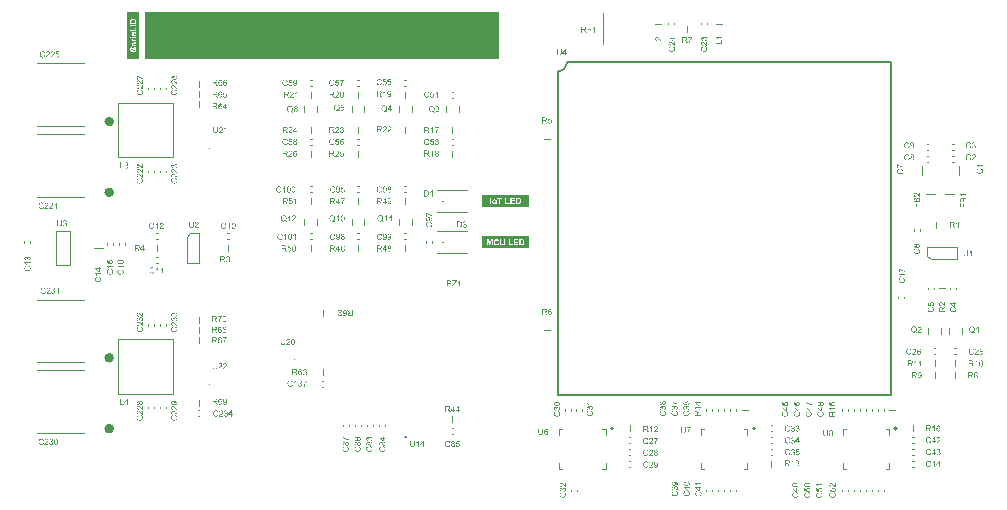
<source format=gto>
G04*
G04 #@! TF.GenerationSoftware,Altium Limited,Altium Designer,20.0.13 (296)*
G04*
G04 Layer_Color=65535*
%FSLAX24Y24*%
%MOIN*%
G70*
G01*
G75*
%ADD10C,0.0039*%
%ADD11C,0.0079*%
%ADD12C,0.0098*%
%ADD13C,0.0157*%
%ADD14C,0.0050*%
%ADD15C,0.0020*%
G36*
X15738Y14173D02*
X3927D01*
Y15748D01*
X15738D01*
Y14173D01*
D02*
G37*
G36*
X16732Y7874D02*
X15157D01*
Y8268D01*
X16732D01*
Y7874D01*
D02*
G37*
G36*
X3730Y14173D02*
X3337D01*
Y15748D01*
X3730D01*
Y14173D01*
D02*
G37*
G36*
X16732Y9252D02*
X15157D01*
Y9646D01*
X16732D01*
Y9252D01*
D02*
G37*
G36*
X8968Y11781D02*
X8995D01*
Y11758D01*
X8968D01*
Y11710D01*
X8943D01*
Y11758D01*
X8856D01*
Y11781D01*
X8948Y11912D01*
X8968D01*
Y11781D01*
D02*
G37*
G36*
X8777Y11912D02*
X8779D01*
X8781Y11912D01*
X8784Y11911D01*
X8787Y11911D01*
X8791Y11910D01*
X8794Y11909D01*
X8798Y11908D01*
X8802Y11907D01*
X8806Y11905D01*
X8809Y11904D01*
X8813Y11901D01*
X8817Y11899D01*
X8820Y11896D01*
X8820Y11896D01*
X8821Y11895D01*
X8822Y11895D01*
X8823Y11893D01*
X8824Y11892D01*
X8825Y11890D01*
X8827Y11888D01*
X8829Y11885D01*
X8830Y11882D01*
X8832Y11879D01*
X8833Y11876D01*
X8834Y11873D01*
X8835Y11869D01*
X8836Y11865D01*
X8837Y11861D01*
X8837Y11856D01*
Y11856D01*
Y11856D01*
Y11855D01*
Y11854D01*
X8837Y11853D01*
Y11852D01*
X8836Y11849D01*
X8836Y11845D01*
X8835Y11841D01*
X8834Y11837D01*
X8832Y11832D01*
Y11832D01*
X8832Y11832D01*
X8831Y11831D01*
X8831Y11830D01*
X8830Y11829D01*
X8830Y11828D01*
X8829Y11827D01*
X8828Y11825D01*
X8826Y11821D01*
X8823Y11817D01*
X8819Y11813D01*
X8815Y11808D01*
X8815Y11808D01*
X8815Y11807D01*
X8814Y11806D01*
X8813Y11805D01*
X8812Y11804D01*
X8810Y11803D01*
X8809Y11801D01*
X8806Y11799D01*
X8804Y11796D01*
X8801Y11793D01*
X8798Y11790D01*
X8795Y11787D01*
X8791Y11784D01*
X8787Y11780D01*
X8782Y11776D01*
X8777Y11772D01*
X8777Y11772D01*
X8776Y11771D01*
X8775Y11771D01*
X8774Y11769D01*
X8772Y11768D01*
X8770Y11766D01*
X8768Y11764D01*
X8766Y11762D01*
X8761Y11758D01*
X8756Y11754D01*
X8754Y11752D01*
X8752Y11750D01*
X8750Y11748D01*
X8749Y11747D01*
X8748Y11747D01*
X8748Y11746D01*
X8746Y11744D01*
X8745Y11743D01*
X8744Y11741D01*
X8742Y11738D01*
X8740Y11736D01*
X8738Y11734D01*
X8837D01*
Y11710D01*
X8704D01*
Y11710D01*
Y11710D01*
Y11711D01*
Y11711D01*
Y11713D01*
X8704Y11715D01*
X8704Y11718D01*
X8705Y11721D01*
X8706Y11724D01*
X8707Y11727D01*
Y11727D01*
X8707Y11728D01*
X8707Y11728D01*
X8708Y11729D01*
X8708Y11730D01*
X8709Y11732D01*
X8710Y11734D01*
X8711Y11735D01*
X8713Y11740D01*
X8716Y11744D01*
X8719Y11749D01*
X8723Y11754D01*
X8723Y11754D01*
X8724Y11754D01*
X8724Y11755D01*
X8725Y11756D01*
X8726Y11757D01*
X8728Y11759D01*
X8729Y11761D01*
X8731Y11762D01*
X8734Y11765D01*
X8736Y11767D01*
X8739Y11769D01*
X8741Y11772D01*
X8745Y11775D01*
X8748Y11778D01*
X8752Y11781D01*
X8755Y11784D01*
X8756D01*
X8756Y11785D01*
X8757Y11785D01*
X8759Y11787D01*
X8761Y11789D01*
X8763Y11791D01*
X8766Y11794D01*
X8770Y11797D01*
X8773Y11800D01*
X8777Y11803D01*
X8781Y11807D01*
X8784Y11810D01*
X8788Y11814D01*
X8791Y11817D01*
X8795Y11821D01*
X8797Y11824D01*
X8800Y11827D01*
X8800Y11827D01*
X8800Y11828D01*
X8801Y11829D01*
X8802Y11830D01*
X8802Y11831D01*
X8804Y11833D01*
X8805Y11835D01*
X8806Y11837D01*
X8808Y11841D01*
X8810Y11846D01*
X8810Y11849D01*
X8811Y11852D01*
X8811Y11854D01*
X8811Y11857D01*
Y11857D01*
Y11857D01*
Y11858D01*
X8811Y11859D01*
X8811Y11860D01*
X8811Y11862D01*
X8811Y11864D01*
X8810Y11865D01*
X8809Y11869D01*
X8808Y11871D01*
X8807Y11873D01*
X8806Y11876D01*
X8804Y11878D01*
X8803Y11880D01*
X8801Y11882D01*
X8801Y11882D01*
X8800Y11882D01*
X8800Y11883D01*
X8799Y11883D01*
X8798Y11884D01*
X8797Y11885D01*
X8795Y11886D01*
X8794Y11887D01*
X8792Y11888D01*
X8790Y11889D01*
X8787Y11890D01*
X8785Y11890D01*
X8782Y11891D01*
X8780Y11891D01*
X8777Y11892D01*
X8773Y11892D01*
X8772D01*
X8770Y11892D01*
X8769Y11891D01*
X8767Y11891D01*
X8765Y11891D01*
X8763Y11890D01*
X8759Y11889D01*
X8756Y11888D01*
X8754Y11887D01*
X8752Y11886D01*
X8749Y11884D01*
X8747Y11883D01*
X8745Y11881D01*
X8745Y11881D01*
X8744Y11880D01*
X8744Y11880D01*
X8743Y11879D01*
X8742Y11878D01*
X8742Y11877D01*
X8741Y11875D01*
X8740Y11873D01*
X8739Y11871D01*
X8738Y11869D01*
X8737Y11866D01*
X8736Y11864D01*
X8735Y11861D01*
X8735Y11858D01*
X8734Y11855D01*
X8734Y11851D01*
X8709Y11854D01*
Y11854D01*
X8709Y11855D01*
X8709Y11857D01*
X8709Y11859D01*
X8710Y11861D01*
X8710Y11864D01*
X8711Y11867D01*
X8712Y11870D01*
X8713Y11873D01*
X8714Y11877D01*
X8716Y11881D01*
X8718Y11884D01*
X8720Y11888D01*
X8722Y11891D01*
X8725Y11894D01*
X8728Y11897D01*
X8728Y11897D01*
X8729Y11898D01*
X8730Y11899D01*
X8731Y11899D01*
X8733Y11901D01*
X8735Y11902D01*
X8738Y11903D01*
X8740Y11905D01*
X8743Y11906D01*
X8747Y11908D01*
X8751Y11909D01*
X8755Y11910D01*
X8759Y11911D01*
X8764Y11912D01*
X8769Y11912D01*
X8774Y11912D01*
X8775D01*
X8777Y11912D01*
D02*
G37*
G36*
X8610Y11911D02*
X8613Y11911D01*
X8616Y11911D01*
X8619Y11911D01*
X8625Y11910D01*
X8632Y11909D01*
X8636Y11909D01*
X8639Y11908D01*
X8642Y11907D01*
X8644Y11906D01*
X8645D01*
X8645Y11906D01*
X8646Y11905D01*
X8647Y11905D01*
X8648Y11904D01*
X8649Y11904D01*
X8652Y11902D01*
X8656Y11899D01*
X8658Y11897D01*
X8660Y11896D01*
X8662Y11894D01*
X8664Y11891D01*
X8665Y11889D01*
X8667Y11887D01*
X8667Y11887D01*
X8667Y11886D01*
X8668Y11885D01*
X8668Y11884D01*
X8669Y11883D01*
X8669Y11881D01*
X8670Y11880D01*
X8671Y11878D01*
X8672Y11876D01*
X8673Y11873D01*
X8674Y11868D01*
X8675Y11863D01*
X8675Y11860D01*
X8675Y11856D01*
Y11856D01*
Y11856D01*
Y11854D01*
X8675Y11853D01*
X8675Y11851D01*
X8675Y11849D01*
X8674Y11846D01*
X8674Y11844D01*
X8673Y11841D01*
X8672Y11838D01*
X8671Y11835D01*
X8669Y11832D01*
X8668Y11829D01*
X8666Y11826D01*
X8664Y11823D01*
X8661Y11820D01*
X8661Y11820D01*
X8661Y11820D01*
X8660Y11819D01*
X8659Y11818D01*
X8657Y11817D01*
X8655Y11815D01*
X8653Y11814D01*
X8651Y11812D01*
X8648Y11811D01*
X8645Y11809D01*
X8641Y11808D01*
X8637Y11806D01*
X8633Y11805D01*
X8629Y11804D01*
X8624Y11803D01*
X8618Y11802D01*
X8619D01*
X8619Y11801D01*
X8619Y11801D01*
X8620Y11801D01*
X8622Y11800D01*
X8624Y11799D01*
X8627Y11797D01*
X8630Y11795D01*
X8632Y11793D01*
X8634Y11792D01*
X8635Y11791D01*
X8635Y11791D01*
X8636Y11790D01*
X8636Y11790D01*
X8637Y11789D01*
X8639Y11787D01*
X8640Y11786D01*
X8642Y11784D01*
X8643Y11782D01*
X8645Y11780D01*
X8649Y11776D01*
X8653Y11771D01*
X8657Y11765D01*
X8692Y11710D01*
X8658D01*
X8632Y11752D01*
X8631Y11752D01*
X8631Y11753D01*
X8630Y11754D01*
X8630Y11755D01*
X8629Y11756D01*
X8627Y11758D01*
X8626Y11760D01*
X8625Y11762D01*
X8622Y11766D01*
X8618Y11771D01*
X8615Y11775D01*
X8614Y11778D01*
X8612Y11779D01*
Y11780D01*
X8612Y11780D01*
X8612Y11780D01*
X8611Y11781D01*
X8610Y11783D01*
X8608Y11785D01*
X8606Y11787D01*
X8603Y11789D01*
X8601Y11791D01*
X8599Y11793D01*
X8598Y11793D01*
X8598Y11794D01*
X8596Y11794D01*
X8595Y11795D01*
X8593Y11796D01*
X8591Y11797D01*
X8589Y11798D01*
X8587Y11798D01*
X8586D01*
X8586Y11799D01*
X8585Y11799D01*
X8583Y11799D01*
X8581Y11799D01*
X8578Y11799D01*
X8575Y11799D01*
X8541D01*
Y11710D01*
X8514D01*
Y11912D01*
X8608D01*
X8610Y11911D01*
D02*
G37*
G36*
X10489Y11914D02*
X10491D01*
X10492Y11914D01*
X10494Y11913D01*
X10496Y11913D01*
X10501Y11912D01*
X10506Y11911D01*
X10512Y11909D01*
X10517Y11907D01*
X10517D01*
X10518Y11906D01*
X10518Y11906D01*
X10519Y11906D01*
X10520Y11905D01*
X10522Y11904D01*
X10525Y11902D01*
X10528Y11899D01*
X10532Y11896D01*
X10535Y11892D01*
X10538Y11888D01*
X10538Y11887D01*
X10538Y11887D01*
X10539Y11886D01*
X10539Y11885D01*
X10540Y11884D01*
X10541Y11883D01*
X10541Y11881D01*
X10542Y11880D01*
X10543Y11876D01*
X10544Y11871D01*
X10545Y11867D01*
X10546Y11864D01*
Y11862D01*
Y11861D01*
Y11861D01*
Y11860D01*
X10545Y11859D01*
Y11858D01*
X10545Y11857D01*
X10545Y11854D01*
X10544Y11850D01*
X10543Y11846D01*
X10541Y11842D01*
X10538Y11838D01*
Y11838D01*
X10538Y11837D01*
X10538Y11837D01*
X10537Y11836D01*
X10535Y11834D01*
X10533Y11832D01*
X10530Y11829D01*
X10527Y11826D01*
X10523Y11823D01*
X10518Y11821D01*
X10518D01*
X10519Y11821D01*
X10520Y11820D01*
X10521Y11820D01*
X10522Y11819D01*
X10524Y11819D01*
X10526Y11818D01*
X10528Y11817D01*
X10532Y11815D01*
X10535Y11813D01*
X10537Y11812D01*
X10539Y11810D01*
X10542Y11808D01*
X10544Y11806D01*
X10546Y11804D01*
X10546Y11803D01*
X10546Y11803D01*
X10546Y11802D01*
X10547Y11801D01*
X10548Y11800D01*
X10549Y11799D01*
X10550Y11797D01*
X10551Y11795D01*
X10552Y11792D01*
X10552Y11790D01*
X10553Y11787D01*
X10554Y11784D01*
X10555Y11781D01*
X10555Y11778D01*
X10555Y11775D01*
X10556Y11771D01*
Y11771D01*
Y11770D01*
X10555Y11768D01*
X10555Y11767D01*
X10555Y11764D01*
X10555Y11762D01*
X10554Y11759D01*
X10553Y11755D01*
X10552Y11752D01*
X10551Y11748D01*
X10549Y11745D01*
X10547Y11741D01*
X10545Y11737D01*
X10543Y11733D01*
X10540Y11730D01*
X10536Y11726D01*
X10536Y11726D01*
X10535Y11726D01*
X10534Y11724D01*
X10533Y11723D01*
X10531Y11722D01*
X10528Y11720D01*
X10526Y11719D01*
X10523Y11717D01*
X10520Y11715D01*
X10516Y11714D01*
X10512Y11712D01*
X10507Y11711D01*
X10503Y11710D01*
X10498Y11709D01*
X10493Y11708D01*
X10488Y11708D01*
X10486D01*
X10485Y11708D01*
X10483D01*
X10481Y11709D01*
X10478Y11709D01*
X10475Y11709D01*
X10472Y11710D01*
X10469Y11711D01*
X10465Y11712D01*
X10461Y11713D01*
X10458Y11715D01*
X10454Y11716D01*
X10450Y11719D01*
X10447Y11721D01*
X10443Y11724D01*
X10443Y11724D01*
X10443Y11724D01*
X10442Y11725D01*
X10441Y11727D01*
X10439Y11728D01*
X10438Y11730D01*
X10436Y11732D01*
X10434Y11735D01*
X10433Y11738D01*
X10431Y11741D01*
X10429Y11744D01*
X10428Y11748D01*
X10426Y11752D01*
X10425Y11756D01*
X10424Y11760D01*
X10423Y11765D01*
X10448Y11768D01*
Y11768D01*
X10448Y11767D01*
X10449Y11766D01*
X10449Y11765D01*
X10450Y11763D01*
X10450Y11761D01*
X10451Y11759D01*
X10452Y11757D01*
X10454Y11751D01*
X10456Y11747D01*
X10458Y11744D01*
X10459Y11742D01*
X10461Y11740D01*
X10463Y11738D01*
X10463Y11738D01*
X10463Y11737D01*
X10464Y11737D01*
X10465Y11736D01*
X10465Y11736D01*
X10467Y11735D01*
X10468Y11734D01*
X10470Y11733D01*
X10473Y11731D01*
X10478Y11730D01*
X10482Y11729D01*
X10485Y11729D01*
X10488Y11729D01*
X10489D01*
X10491Y11729D01*
X10492Y11729D01*
X10494Y11729D01*
X10496Y11730D01*
X10498Y11730D01*
X10500Y11731D01*
X10503Y11731D01*
X10505Y11732D01*
X10508Y11734D01*
X10510Y11735D01*
X10513Y11737D01*
X10515Y11738D01*
X10517Y11741D01*
X10517Y11741D01*
X10518Y11741D01*
X10518Y11742D01*
X10519Y11743D01*
X10520Y11744D01*
X10521Y11745D01*
X10522Y11747D01*
X10523Y11749D01*
X10524Y11751D01*
X10525Y11753D01*
X10527Y11756D01*
X10527Y11758D01*
X10528Y11761D01*
X10529Y11764D01*
X10529Y11767D01*
X10529Y11771D01*
Y11771D01*
Y11771D01*
Y11772D01*
X10529Y11773D01*
X10529Y11775D01*
X10529Y11776D01*
X10528Y11778D01*
X10528Y11780D01*
X10527Y11785D01*
X10526Y11787D01*
X10525Y11790D01*
X10523Y11792D01*
X10522Y11794D01*
X10520Y11797D01*
X10518Y11799D01*
X10518Y11799D01*
X10518Y11799D01*
X10517Y11800D01*
X10516Y11800D01*
X10515Y11801D01*
X10514Y11802D01*
X10512Y11803D01*
X10510Y11804D01*
X10509Y11805D01*
X10506Y11806D01*
X10504Y11807D01*
X10502Y11808D01*
X10499Y11809D01*
X10496Y11809D01*
X10493Y11810D01*
X10490Y11810D01*
X10489D01*
X10487Y11810D01*
X10485Y11809D01*
X10482Y11809D01*
X10479Y11809D01*
X10476Y11808D01*
X10472Y11807D01*
X10475Y11829D01*
X10475D01*
X10476Y11829D01*
X10478Y11828D01*
X10481D01*
X10482Y11829D01*
X10483D01*
X10485Y11829D01*
X10487Y11829D01*
X10489Y11829D01*
X10493Y11831D01*
X10498Y11832D01*
X10503Y11834D01*
X10505Y11835D01*
X10507Y11837D01*
X10508Y11837D01*
X10508Y11837D01*
X10509Y11838D01*
X10509Y11838D01*
X10510Y11839D01*
X10511Y11840D01*
X10513Y11841D01*
X10514Y11843D01*
X10515Y11845D01*
X10516Y11846D01*
X10517Y11849D01*
X10518Y11851D01*
X10519Y11853D01*
X10520Y11856D01*
X10520Y11859D01*
X10520Y11862D01*
Y11862D01*
Y11863D01*
Y11863D01*
X10520Y11864D01*
X10520Y11866D01*
X10520Y11867D01*
X10519Y11870D01*
X10518Y11874D01*
X10516Y11877D01*
X10515Y11879D01*
X10514Y11881D01*
X10512Y11883D01*
X10511Y11885D01*
X10511Y11885D01*
X10510Y11885D01*
X10510Y11885D01*
X10509Y11886D01*
X10508Y11887D01*
X10507Y11887D01*
X10506Y11888D01*
X10504Y11889D01*
X10501Y11891D01*
X10497Y11892D01*
X10492Y11893D01*
X10490Y11894D01*
X10487Y11894D01*
X10486D01*
X10485Y11894D01*
X10483Y11893D01*
X10482Y11893D01*
X10479Y11893D01*
X10475Y11891D01*
X10471Y11890D01*
X10469Y11889D01*
X10467Y11888D01*
X10465Y11886D01*
X10463Y11885D01*
X10463Y11884D01*
X10463Y11884D01*
X10462Y11884D01*
X10461Y11883D01*
X10461Y11882D01*
X10460Y11881D01*
X10459Y11879D01*
X10458Y11878D01*
X10457Y11876D01*
X10456Y11874D01*
X10455Y11872D01*
X10454Y11869D01*
X10453Y11867D01*
X10452Y11864D01*
X10451Y11861D01*
X10451Y11857D01*
X10426Y11862D01*
Y11862D01*
X10426Y11863D01*
X10426Y11864D01*
X10427Y11866D01*
X10427Y11868D01*
X10428Y11870D01*
X10429Y11873D01*
X10430Y11876D01*
X10431Y11879D01*
X10433Y11882D01*
X10434Y11885D01*
X10436Y11888D01*
X10439Y11892D01*
X10441Y11895D01*
X10444Y11898D01*
X10446Y11900D01*
X10447Y11900D01*
X10447Y11901D01*
X10448Y11901D01*
X10449Y11902D01*
X10451Y11903D01*
X10453Y11905D01*
X10455Y11906D01*
X10457Y11907D01*
X10460Y11908D01*
X10463Y11910D01*
X10467Y11911D01*
X10470Y11912D01*
X10474Y11913D01*
X10478Y11913D01*
X10482Y11914D01*
X10486Y11914D01*
X10488D01*
X10489Y11914D01*
D02*
G37*
G36*
X10336D02*
X10338D01*
X10341Y11913D01*
X10343Y11913D01*
X10347Y11913D01*
X10350Y11912D01*
X10354Y11911D01*
X10357Y11910D01*
X10361Y11909D01*
X10365Y11907D01*
X10369Y11905D01*
X10373Y11903D01*
X10376Y11901D01*
X10379Y11898D01*
X10380Y11898D01*
X10380Y11897D01*
X10381Y11896D01*
X10382Y11895D01*
X10383Y11894D01*
X10385Y11892D01*
X10386Y11889D01*
X10388Y11887D01*
X10390Y11884D01*
X10391Y11881D01*
X10392Y11878D01*
X10394Y11874D01*
X10395Y11871D01*
X10396Y11867D01*
X10396Y11862D01*
X10396Y11858D01*
Y11858D01*
Y11857D01*
Y11857D01*
Y11856D01*
X10396Y11855D01*
Y11853D01*
X10396Y11850D01*
X10395Y11847D01*
X10394Y11843D01*
X10393Y11838D01*
X10391Y11834D01*
Y11834D01*
X10391Y11834D01*
X10391Y11833D01*
X10390Y11832D01*
X10390Y11831D01*
X10389Y11830D01*
X10388Y11828D01*
X10387Y11827D01*
X10385Y11823D01*
X10382Y11819D01*
X10379Y11814D01*
X10375Y11810D01*
X10375Y11809D01*
X10374Y11809D01*
X10374Y11808D01*
X10373Y11807D01*
X10371Y11806D01*
X10370Y11804D01*
X10368Y11802D01*
X10366Y11800D01*
X10363Y11798D01*
X10360Y11795D01*
X10357Y11792D01*
X10354Y11789D01*
X10350Y11786D01*
X10346Y11782D01*
X10342Y11778D01*
X10337Y11774D01*
X10337Y11774D01*
X10336Y11773D01*
X10335Y11772D01*
X10333Y11771D01*
X10331Y11769D01*
X10329Y11768D01*
X10327Y11766D01*
X10325Y11764D01*
X10320Y11760D01*
X10315Y11755D01*
X10313Y11754D01*
X10311Y11752D01*
X10310Y11750D01*
X10308Y11749D01*
X10308Y11748D01*
X10307Y11748D01*
X10306Y11746D01*
X10304Y11744D01*
X10303Y11743D01*
X10301Y11740D01*
X10299Y11738D01*
X10298Y11735D01*
X10397D01*
Y11712D01*
X10263D01*
Y11712D01*
Y11712D01*
Y11712D01*
Y11713D01*
Y11715D01*
X10264Y11717D01*
X10264Y11720D01*
X10264Y11723D01*
X10265Y11726D01*
X10266Y11729D01*
Y11729D01*
X10266Y11729D01*
X10267Y11730D01*
X10267Y11731D01*
X10268Y11732D01*
X10268Y11734D01*
X10269Y11735D01*
X10270Y11737D01*
X10272Y11741D01*
X10275Y11746D01*
X10279Y11751D01*
X10282Y11755D01*
X10283Y11756D01*
X10283Y11756D01*
X10284Y11757D01*
X10285Y11758D01*
X10286Y11759D01*
X10287Y11761D01*
X10289Y11762D01*
X10291Y11764D01*
X10293Y11766D01*
X10295Y11769D01*
X10298Y11771D01*
X10301Y11774D01*
X10304Y11777D01*
X10307Y11780D01*
X10311Y11783D01*
X10315Y11786D01*
X10315D01*
X10315Y11786D01*
X10316Y11787D01*
X10318Y11789D01*
X10320Y11790D01*
X10323Y11793D01*
X10326Y11795D01*
X10329Y11798D01*
X10333Y11801D01*
X10336Y11805D01*
X10340Y11808D01*
X10344Y11812D01*
X10348Y11815D01*
X10351Y11819D01*
X10354Y11822D01*
X10357Y11826D01*
X10359Y11829D01*
X10359Y11829D01*
X10360Y11829D01*
X10360Y11830D01*
X10361Y11831D01*
X10362Y11833D01*
X10363Y11835D01*
X10364Y11836D01*
X10365Y11838D01*
X10367Y11843D01*
X10369Y11848D01*
X10370Y11851D01*
X10370Y11853D01*
X10371Y11856D01*
X10371Y11859D01*
Y11859D01*
Y11859D01*
Y11860D01*
X10371Y11861D01*
X10370Y11862D01*
X10370Y11864D01*
X10370Y11865D01*
X10370Y11867D01*
X10368Y11871D01*
X10367Y11873D01*
X10366Y11875D01*
X10365Y11877D01*
X10364Y11879D01*
X10362Y11881D01*
X10360Y11883D01*
X10360Y11884D01*
X10360Y11884D01*
X10359Y11884D01*
X10358Y11885D01*
X10357Y11886D01*
X10356Y11887D01*
X10355Y11888D01*
X10353Y11888D01*
X10351Y11889D01*
X10349Y11890D01*
X10347Y11891D01*
X10344Y11892D01*
X10342Y11893D01*
X10339Y11893D01*
X10336Y11893D01*
X10333Y11894D01*
X10331D01*
X10330Y11893D01*
X10328Y11893D01*
X10327Y11893D01*
X10325Y11893D01*
X10322Y11892D01*
X10318Y11891D01*
X10316Y11890D01*
X10313Y11889D01*
X10311Y11888D01*
X10309Y11886D01*
X10306Y11885D01*
X10304Y11883D01*
X10304Y11883D01*
X10304Y11882D01*
X10303Y11882D01*
X10303Y11881D01*
X10302Y11880D01*
X10301Y11878D01*
X10300Y11877D01*
X10299Y11875D01*
X10298Y11873D01*
X10297Y11871D01*
X10296Y11868D01*
X10295Y11866D01*
X10295Y11863D01*
X10294Y11860D01*
X10294Y11856D01*
X10294Y11853D01*
X10268Y11856D01*
Y11856D01*
X10268Y11857D01*
X10268Y11858D01*
X10269Y11860D01*
X10269Y11863D01*
X10270Y11865D01*
X10271Y11868D01*
X10271Y11872D01*
X10273Y11875D01*
X10274Y11879D01*
X10275Y11882D01*
X10277Y11886D01*
X10279Y11890D01*
X10282Y11893D01*
X10285Y11896D01*
X10287Y11899D01*
X10288Y11899D01*
X10288Y11900D01*
X10289Y11900D01*
X10291Y11901D01*
X10292Y11902D01*
X10294Y11904D01*
X10297Y11905D01*
X10300Y11906D01*
X10303Y11908D01*
X10306Y11909D01*
X10310Y11911D01*
X10314Y11912D01*
X10318Y11913D01*
X10323Y11913D01*
X10328Y11914D01*
X10333Y11914D01*
X10335D01*
X10336Y11914D01*
D02*
G37*
G36*
X10170Y11913D02*
X10172Y11913D01*
X10175Y11913D01*
X10178Y11913D01*
X10185Y11912D01*
X10192Y11911D01*
X10195Y11910D01*
X10198Y11910D01*
X10201Y11909D01*
X10204Y11908D01*
X10204D01*
X10205Y11908D01*
X10205Y11907D01*
X10206Y11907D01*
X10207Y11906D01*
X10209Y11905D01*
X10212Y11903D01*
X10215Y11901D01*
X10217Y11899D01*
X10219Y11897D01*
X10221Y11895D01*
X10223Y11893D01*
X10225Y11891D01*
X10226Y11888D01*
X10226Y11888D01*
X10227Y11888D01*
X10227Y11887D01*
X10228Y11886D01*
X10228Y11885D01*
X10229Y11883D01*
X10230Y11881D01*
X10230Y11880D01*
X10231Y11877D01*
X10232Y11875D01*
X10233Y11870D01*
X10234Y11864D01*
X10234Y11861D01*
X10235Y11858D01*
Y11858D01*
Y11857D01*
Y11856D01*
X10234Y11855D01*
X10234Y11853D01*
X10234Y11851D01*
X10233Y11848D01*
X10233Y11846D01*
X10232Y11843D01*
X10231Y11840D01*
X10230Y11837D01*
X10229Y11834D01*
X10227Y11831D01*
X10225Y11828D01*
X10223Y11825D01*
X10221Y11822D01*
X10220Y11822D01*
X10220Y11821D01*
X10219Y11821D01*
X10218Y11820D01*
X10217Y11818D01*
X10215Y11817D01*
X10213Y11816D01*
X10210Y11814D01*
X10207Y11813D01*
X10204Y11811D01*
X10201Y11809D01*
X10197Y11808D01*
X10192Y11807D01*
X10188Y11805D01*
X10183Y11804D01*
X10178Y11803D01*
X10178D01*
X10178Y11803D01*
X10179Y11803D01*
X10180Y11803D01*
X10181Y11801D01*
X10184Y11800D01*
X10186Y11799D01*
X10189Y11797D01*
X10192Y11795D01*
X10194Y11793D01*
X10194Y11793D01*
X10194Y11793D01*
X10195Y11792D01*
X10196Y11791D01*
X10197Y11790D01*
X10198Y11789D01*
X10199Y11788D01*
X10201Y11786D01*
X10203Y11784D01*
X10204Y11782D01*
X10208Y11778D01*
X10212Y11772D01*
X10216Y11766D01*
X10251Y11712D01*
X10217D01*
X10191Y11754D01*
X10191Y11754D01*
X10190Y11754D01*
X10190Y11755D01*
X10189Y11757D01*
X10188Y11758D01*
X10187Y11760D01*
X10185Y11762D01*
X10184Y11764D01*
X10181Y11768D01*
X10178Y11773D01*
X10175Y11777D01*
X10173Y11779D01*
X10172Y11781D01*
Y11781D01*
X10171Y11782D01*
X10171Y11782D01*
X10170Y11783D01*
X10169Y11785D01*
X10167Y11787D01*
X10165Y11789D01*
X10163Y11791D01*
X10160Y11793D01*
X10158Y11795D01*
X10158Y11795D01*
X10157Y11795D01*
X10156Y11796D01*
X10154Y11797D01*
X10152Y11798D01*
X10150Y11799D01*
X10148Y11799D01*
X10146Y11800D01*
X10146D01*
X10145Y11800D01*
X10144Y11800D01*
X10142Y11801D01*
X10140Y11801D01*
X10138Y11801D01*
X10135Y11801D01*
X10100D01*
Y11712D01*
X10073D01*
Y11913D01*
X10167D01*
X10170Y11913D01*
D02*
G37*
G36*
X12076Y11935D02*
X12078D01*
X12080Y11935D01*
X12083Y11934D01*
X12086Y11934D01*
X12089Y11933D01*
X12093Y11932D01*
X12097Y11931D01*
X12101Y11930D01*
X12105Y11928D01*
X12108Y11927D01*
X12112Y11924D01*
X12116Y11922D01*
X12119Y11919D01*
X12119Y11919D01*
X12120Y11918D01*
X12120Y11917D01*
X12121Y11916D01*
X12123Y11915D01*
X12124Y11913D01*
X12126Y11910D01*
X12127Y11908D01*
X12129Y11905D01*
X12130Y11902D01*
X12132Y11899D01*
X12133Y11895D01*
X12134Y11892D01*
X12135Y11888D01*
X12136Y11883D01*
X12136Y11879D01*
Y11879D01*
Y11879D01*
Y11878D01*
Y11877D01*
X12136Y11876D01*
Y11875D01*
X12135Y11872D01*
X12135Y11868D01*
X12134Y11864D01*
X12133Y11860D01*
X12131Y11855D01*
Y11855D01*
X12131Y11855D01*
X12130Y11854D01*
X12130Y11853D01*
X12129Y11852D01*
X12129Y11851D01*
X12128Y11849D01*
X12127Y11848D01*
X12125Y11844D01*
X12122Y11840D01*
X12118Y11835D01*
X12114Y11831D01*
X12114Y11830D01*
X12114Y11830D01*
X12113Y11829D01*
X12112Y11828D01*
X12111Y11827D01*
X12109Y11825D01*
X12107Y11823D01*
X12105Y11821D01*
X12103Y11819D01*
X12100Y11816D01*
X12097Y11813D01*
X12093Y11810D01*
X12090Y11807D01*
X12086Y11803D01*
X12081Y11799D01*
X12076Y11795D01*
X12076Y11795D01*
X12075Y11794D01*
X12074Y11793D01*
X12073Y11792D01*
X12071Y11791D01*
X12069Y11789D01*
X12067Y11787D01*
X12064Y11785D01*
X12060Y11781D01*
X12055Y11777D01*
X12053Y11775D01*
X12051Y11773D01*
X12049Y11771D01*
X12048Y11770D01*
X12047Y11769D01*
X12047Y11769D01*
X12045Y11767D01*
X12044Y11766D01*
X12042Y11764D01*
X12041Y11761D01*
X12039Y11759D01*
X12037Y11756D01*
X12136D01*
Y11733D01*
X12003D01*
Y11733D01*
Y11733D01*
Y11733D01*
Y11734D01*
Y11736D01*
X12003Y11738D01*
X12003Y11741D01*
X12004Y11744D01*
X12005Y11747D01*
X12006Y11750D01*
Y11750D01*
X12006Y11750D01*
X12006Y11751D01*
X12007Y11752D01*
X12007Y11753D01*
X12008Y11755D01*
X12009Y11756D01*
X12010Y11758D01*
X12012Y11762D01*
X12015Y11767D01*
X12018Y11772D01*
X12022Y11777D01*
X12022Y11777D01*
X12022Y11777D01*
X12023Y11778D01*
X12024Y11779D01*
X12025Y11780D01*
X12027Y11782D01*
X12028Y11783D01*
X12030Y11785D01*
X12032Y11787D01*
X12035Y11790D01*
X12037Y11792D01*
X12040Y11795D01*
X12043Y11798D01*
X12047Y11801D01*
X12050Y11804D01*
X12054Y11807D01*
X12054D01*
X12055Y11807D01*
X12056Y11808D01*
X12057Y11810D01*
X12060Y11812D01*
X12062Y11814D01*
X12065Y11816D01*
X12069Y11819D01*
X12072Y11823D01*
X12076Y11826D01*
X12080Y11829D01*
X12083Y11833D01*
X12087Y11837D01*
X12090Y11840D01*
X12093Y11844D01*
X12096Y11847D01*
X12099Y11850D01*
X12099Y11850D01*
X12099Y11851D01*
X12100Y11851D01*
X12100Y11853D01*
X12101Y11854D01*
X12102Y11856D01*
X12103Y11857D01*
X12105Y11860D01*
X12107Y11864D01*
X12109Y11869D01*
X12109Y11872D01*
X12110Y11874D01*
X12110Y11877D01*
X12110Y11880D01*
Y11880D01*
Y11880D01*
Y11881D01*
X12110Y11882D01*
X12110Y11883D01*
X12110Y11885D01*
X12109Y11886D01*
X12109Y11888D01*
X12108Y11892D01*
X12107Y11894D01*
X12106Y11896D01*
X12105Y11898D01*
X12103Y11900D01*
X12102Y11903D01*
X12100Y11904D01*
X12100Y11905D01*
X12099Y11905D01*
X12099Y11905D01*
X12098Y11906D01*
X12097Y11907D01*
X12096Y11908D01*
X12094Y11909D01*
X12092Y11910D01*
X12091Y11910D01*
X12088Y11911D01*
X12086Y11912D01*
X12084Y11913D01*
X12081Y11914D01*
X12078Y11914D01*
X12075Y11914D01*
X12072Y11915D01*
X12071D01*
X12069Y11914D01*
X12068Y11914D01*
X12066Y11914D01*
X12064Y11914D01*
X12062Y11913D01*
X12057Y11912D01*
X12055Y11911D01*
X12053Y11910D01*
X12050Y11909D01*
X12048Y11907D01*
X12046Y11906D01*
X12044Y11904D01*
X12044Y11904D01*
X12043Y11903D01*
X12043Y11903D01*
X12042Y11902D01*
X12041Y11901D01*
X12040Y11899D01*
X12039Y11898D01*
X12039Y11896D01*
X12037Y11894D01*
X12036Y11892D01*
X12036Y11889D01*
X12035Y11887D01*
X12034Y11884D01*
X12034Y11881D01*
X12033Y11878D01*
X12033Y11874D01*
X12008Y11877D01*
Y11877D01*
X12008Y11878D01*
X12008Y11879D01*
X12008Y11881D01*
X12009Y11884D01*
X12009Y11886D01*
X12010Y11889D01*
X12011Y11893D01*
X12012Y11896D01*
X12013Y11900D01*
X12015Y11903D01*
X12017Y11907D01*
X12019Y11911D01*
X12021Y11914D01*
X12024Y11917D01*
X12027Y11920D01*
X12027Y11920D01*
X12028Y11921D01*
X12029Y11921D01*
X12030Y11922D01*
X12032Y11924D01*
X12034Y11925D01*
X12036Y11926D01*
X12039Y11928D01*
X12042Y11929D01*
X12046Y11930D01*
X12050Y11932D01*
X12054Y11933D01*
X12058Y11934D01*
X12063Y11934D01*
X12068Y11935D01*
X12073Y11935D01*
X12074D01*
X12076Y11935D01*
D02*
G37*
G36*
X11919D02*
X11921D01*
X11923Y11935D01*
X11926Y11934D01*
X11929Y11934D01*
X11933Y11933D01*
X11936Y11932D01*
X11940Y11931D01*
X11944Y11930D01*
X11948Y11928D01*
X11952Y11927D01*
X11955Y11924D01*
X11959Y11922D01*
X11962Y11919D01*
X11962Y11919D01*
X11963Y11918D01*
X11964Y11917D01*
X11965Y11916D01*
X11966Y11915D01*
X11967Y11913D01*
X11969Y11910D01*
X11971Y11908D01*
X11972Y11905D01*
X11974Y11902D01*
X11975Y11899D01*
X11976Y11895D01*
X11977Y11892D01*
X11978Y11888D01*
X11979Y11883D01*
X11979Y11879D01*
Y11879D01*
Y11879D01*
Y11878D01*
Y11877D01*
X11979Y11876D01*
Y11875D01*
X11978Y11872D01*
X11978Y11868D01*
X11977Y11864D01*
X11976Y11860D01*
X11974Y11855D01*
Y11855D01*
X11974Y11855D01*
X11973Y11854D01*
X11973Y11853D01*
X11973Y11852D01*
X11972Y11851D01*
X11971Y11849D01*
X11970Y11848D01*
X11968Y11844D01*
X11965Y11840D01*
X11962Y11835D01*
X11957Y11831D01*
X11957Y11830D01*
X11957Y11830D01*
X11956Y11829D01*
X11955Y11828D01*
X11954Y11827D01*
X11952Y11825D01*
X11951Y11823D01*
X11949Y11821D01*
X11946Y11819D01*
X11943Y11816D01*
X11940Y11813D01*
X11937Y11810D01*
X11933Y11807D01*
X11929Y11803D01*
X11924Y11799D01*
X11920Y11795D01*
X11919Y11795D01*
X11918Y11794D01*
X11917Y11793D01*
X11916Y11792D01*
X11914Y11791D01*
X11912Y11789D01*
X11910Y11787D01*
X11908Y11785D01*
X11903Y11781D01*
X11898Y11777D01*
X11896Y11775D01*
X11894Y11773D01*
X11892Y11771D01*
X11891Y11770D01*
X11890Y11769D01*
X11890Y11769D01*
X11889Y11767D01*
X11887Y11766D01*
X11886Y11764D01*
X11884Y11761D01*
X11882Y11759D01*
X11881Y11756D01*
X11979D01*
Y11733D01*
X11846D01*
Y11733D01*
Y11733D01*
Y11733D01*
Y11734D01*
Y11736D01*
X11846Y11738D01*
X11847Y11741D01*
X11847Y11744D01*
X11848Y11747D01*
X11849Y11750D01*
Y11750D01*
X11849Y11750D01*
X11849Y11751D01*
X11850Y11752D01*
X11850Y11753D01*
X11851Y11755D01*
X11852Y11756D01*
X11853Y11758D01*
X11855Y11762D01*
X11858Y11767D01*
X11861Y11772D01*
X11865Y11777D01*
X11865Y11777D01*
X11866Y11777D01*
X11866Y11778D01*
X11867Y11779D01*
X11868Y11780D01*
X11870Y11782D01*
X11871Y11783D01*
X11873Y11785D01*
X11876Y11787D01*
X11878Y11790D01*
X11881Y11792D01*
X11883Y11795D01*
X11887Y11798D01*
X11890Y11801D01*
X11894Y11804D01*
X11897Y11807D01*
X11898D01*
X11898Y11807D01*
X11899Y11808D01*
X11901Y11810D01*
X11903Y11812D01*
X11906Y11814D01*
X11909Y11816D01*
X11912Y11819D01*
X11915Y11823D01*
X11919Y11826D01*
X11923Y11829D01*
X11927Y11833D01*
X11930Y11837D01*
X11934Y11840D01*
X11937Y11844D01*
X11939Y11847D01*
X11942Y11850D01*
X11942Y11850D01*
X11942Y11851D01*
X11943Y11851D01*
X11944Y11853D01*
X11945Y11854D01*
X11946Y11856D01*
X11947Y11857D01*
X11948Y11860D01*
X11950Y11864D01*
X11952Y11869D01*
X11952Y11872D01*
X11953Y11874D01*
X11953Y11877D01*
X11953Y11880D01*
Y11880D01*
Y11880D01*
Y11881D01*
X11953Y11882D01*
X11953Y11883D01*
X11953Y11885D01*
X11953Y11886D01*
X11952Y11888D01*
X11951Y11892D01*
X11950Y11894D01*
X11949Y11896D01*
X11948Y11898D01*
X11946Y11900D01*
X11945Y11903D01*
X11943Y11904D01*
X11943Y11905D01*
X11942Y11905D01*
X11942Y11905D01*
X11941Y11906D01*
X11940Y11907D01*
X11939Y11908D01*
X11937Y11909D01*
X11936Y11910D01*
X11934Y11910D01*
X11932Y11911D01*
X11929Y11912D01*
X11927Y11913D01*
X11924Y11914D01*
X11922Y11914D01*
X11919Y11914D01*
X11916Y11915D01*
X11914D01*
X11913Y11914D01*
X11911Y11914D01*
X11909Y11914D01*
X11907Y11914D01*
X11905Y11913D01*
X11901Y11912D01*
X11898Y11911D01*
X11896Y11910D01*
X11894Y11909D01*
X11891Y11907D01*
X11889Y11906D01*
X11887Y11904D01*
X11887Y11904D01*
X11886Y11903D01*
X11886Y11903D01*
X11885Y11902D01*
X11885Y11901D01*
X11884Y11899D01*
X11883Y11898D01*
X11882Y11896D01*
X11881Y11894D01*
X11880Y11892D01*
X11879Y11889D01*
X11878Y11887D01*
X11877Y11884D01*
X11877Y11881D01*
X11876Y11878D01*
X11876Y11874D01*
X11851Y11877D01*
Y11877D01*
X11851Y11878D01*
X11851Y11879D01*
X11851Y11881D01*
X11852Y11884D01*
X11853Y11886D01*
X11853Y11889D01*
X11854Y11893D01*
X11855Y11896D01*
X11857Y11900D01*
X11858Y11903D01*
X11860Y11907D01*
X11862Y11911D01*
X11864Y11914D01*
X11867Y11917D01*
X11870Y11920D01*
X11870Y11920D01*
X11871Y11921D01*
X11872Y11921D01*
X11873Y11922D01*
X11875Y11924D01*
X11877Y11925D01*
X11880Y11926D01*
X11882Y11928D01*
X11885Y11929D01*
X11889Y11930D01*
X11893Y11932D01*
X11897Y11933D01*
X11901Y11934D01*
X11906Y11934D01*
X11911Y11935D01*
X11916Y11935D01*
X11917D01*
X11919Y11935D01*
D02*
G37*
G36*
X11752Y11934D02*
X11755Y11934D01*
X11758Y11934D01*
X11761Y11934D01*
X11767Y11933D01*
X11774Y11932D01*
X11778Y11931D01*
X11781Y11931D01*
X11784Y11930D01*
X11787Y11929D01*
X11787D01*
X11787Y11929D01*
X11788Y11928D01*
X11789Y11928D01*
X11790Y11927D01*
X11791Y11926D01*
X11795Y11924D01*
X11798Y11922D01*
X11800Y11920D01*
X11802Y11918D01*
X11804Y11917D01*
X11806Y11914D01*
X11807Y11912D01*
X11809Y11910D01*
X11809Y11909D01*
X11809Y11909D01*
X11810Y11908D01*
X11810Y11907D01*
X11811Y11906D01*
X11812Y11904D01*
X11812Y11903D01*
X11813Y11901D01*
X11814Y11899D01*
X11815Y11896D01*
X11816Y11891D01*
X11817Y11885D01*
X11817Y11882D01*
X11817Y11879D01*
Y11879D01*
Y11878D01*
Y11877D01*
X11817Y11876D01*
X11817Y11874D01*
X11817Y11872D01*
X11816Y11869D01*
X11816Y11867D01*
X11815Y11864D01*
X11814Y11861D01*
X11813Y11858D01*
X11811Y11855D01*
X11810Y11852D01*
X11808Y11849D01*
X11806Y11846D01*
X11803Y11843D01*
X11803Y11843D01*
X11803Y11842D01*
X11802Y11842D01*
X11801Y11841D01*
X11799Y11840D01*
X11797Y11838D01*
X11795Y11837D01*
X11793Y11835D01*
X11790Y11834D01*
X11787Y11832D01*
X11783Y11830D01*
X11779Y11829D01*
X11775Y11828D01*
X11771Y11826D01*
X11766Y11825D01*
X11760Y11825D01*
X11761D01*
X11761Y11824D01*
X11761Y11824D01*
X11762Y11824D01*
X11764Y11823D01*
X11766Y11821D01*
X11769Y11820D01*
X11772Y11818D01*
X11774Y11816D01*
X11777Y11814D01*
X11777Y11814D01*
X11777Y11814D01*
X11778Y11813D01*
X11778Y11812D01*
X11780Y11811D01*
X11781Y11810D01*
X11782Y11809D01*
X11784Y11807D01*
X11785Y11805D01*
X11787Y11803D01*
X11791Y11799D01*
X11795Y11793D01*
X11799Y11788D01*
X11834Y11733D01*
X11800D01*
X11774Y11775D01*
X11773Y11775D01*
X11773Y11775D01*
X11773Y11776D01*
X11772Y11778D01*
X11771Y11779D01*
X11770Y11781D01*
X11768Y11783D01*
X11767Y11785D01*
X11764Y11789D01*
X11760Y11794D01*
X11757Y11798D01*
X11756Y11800D01*
X11754Y11802D01*
Y11802D01*
X11754Y11803D01*
X11754Y11803D01*
X11753Y11804D01*
X11752Y11806D01*
X11750Y11808D01*
X11748Y11810D01*
X11745Y11812D01*
X11743Y11814D01*
X11741Y11816D01*
X11740Y11816D01*
X11740Y11816D01*
X11738Y11817D01*
X11737Y11818D01*
X11735Y11819D01*
X11733Y11820D01*
X11731Y11820D01*
X11729Y11821D01*
X11728D01*
X11728Y11821D01*
X11727Y11822D01*
X11725Y11822D01*
X11723Y11822D01*
X11720Y11822D01*
X11717Y11822D01*
X11683D01*
Y11733D01*
X11656D01*
Y11934D01*
X11750D01*
X11752Y11934D01*
D02*
G37*
G36*
X9000Y12891D02*
X8975D01*
Y13049D01*
X8975Y13048D01*
X8975Y13048D01*
X8974Y13048D01*
X8974Y13047D01*
X8973Y13046D01*
X8971Y13045D01*
X8970Y13044D01*
X8969Y13043D01*
X8965Y13041D01*
X8961Y13038D01*
X8957Y13035D01*
X8952Y13031D01*
X8951Y13031D01*
X8951Y13031D01*
X8950Y13031D01*
X8949Y13030D01*
X8948Y13029D01*
X8946Y13029D01*
X8945Y13028D01*
X8943Y13027D01*
X8939Y13025D01*
X8935Y13022D01*
X8930Y13020D01*
X8926Y13019D01*
Y13043D01*
X8926Y13043D01*
X8927Y13043D01*
X8928Y13044D01*
X8929Y13044D01*
X8931Y13045D01*
X8933Y13046D01*
X8935Y13048D01*
X8938Y13049D01*
X8941Y13051D01*
X8943Y13053D01*
X8950Y13057D01*
X8956Y13061D01*
X8962Y13066D01*
X8962Y13066D01*
X8963Y13067D01*
X8963Y13068D01*
X8964Y13069D01*
X8966Y13070D01*
X8967Y13071D01*
X8969Y13073D01*
X8970Y13075D01*
X8974Y13079D01*
X8978Y13084D01*
X8981Y13088D01*
X8983Y13091D01*
X8984Y13093D01*
X9000D01*
Y12891D01*
D02*
G37*
G36*
X8820Y13093D02*
X8822D01*
X8824Y13093D01*
X8827Y13092D01*
X8830Y13092D01*
X8833Y13091D01*
X8837Y13091D01*
X8841Y13090D01*
X8845Y13088D01*
X8848Y13087D01*
X8852Y13085D01*
X8856Y13083D01*
X8859Y13080D01*
X8863Y13077D01*
X8863Y13077D01*
X8864Y13077D01*
X8864Y13076D01*
X8865Y13074D01*
X8867Y13073D01*
X8868Y13071D01*
X8870Y13069D01*
X8871Y13066D01*
X8873Y13063D01*
X8874Y13060D01*
X8876Y13057D01*
X8877Y13054D01*
X8878Y13050D01*
X8879Y13046D01*
X8880Y13042D01*
X8880Y13037D01*
Y13037D01*
Y13037D01*
Y13036D01*
Y13035D01*
X8880Y13034D01*
Y13033D01*
X8879Y13030D01*
X8879Y13026D01*
X8878Y13022D01*
X8876Y13018D01*
X8875Y13013D01*
Y13013D01*
X8875Y13013D01*
X8874Y13012D01*
X8874Y13011D01*
X8873Y13010D01*
X8873Y13009D01*
X8872Y13008D01*
X8871Y13006D01*
X8869Y13002D01*
X8866Y12998D01*
X8862Y12994D01*
X8858Y12989D01*
X8858Y12989D01*
X8858Y12988D01*
X8857Y12987D01*
X8856Y12986D01*
X8855Y12985D01*
X8853Y12984D01*
X8851Y12982D01*
X8849Y12980D01*
X8847Y12977D01*
X8844Y12975D01*
X8841Y12972D01*
X8837Y12968D01*
X8834Y12965D01*
X8830Y12961D01*
X8825Y12958D01*
X8820Y12953D01*
X8820Y12953D01*
X8819Y12952D01*
X8818Y12952D01*
X8817Y12950D01*
X8815Y12949D01*
X8813Y12947D01*
X8811Y12945D01*
X8808Y12943D01*
X8803Y12939D01*
X8799Y12935D01*
X8797Y12933D01*
X8795Y12931D01*
X8793Y12929D01*
X8792Y12928D01*
X8791Y12928D01*
X8791Y12927D01*
X8789Y12926D01*
X8788Y12924D01*
X8786Y12922D01*
X8785Y12920D01*
X8783Y12917D01*
X8781Y12915D01*
X8880D01*
Y12891D01*
X8747D01*
Y12891D01*
Y12891D01*
Y12892D01*
Y12892D01*
Y12894D01*
X8747Y12896D01*
X8747Y12899D01*
X8748Y12902D01*
X8749Y12905D01*
X8750Y12908D01*
Y12908D01*
X8750Y12909D01*
X8750Y12909D01*
X8751Y12910D01*
X8751Y12912D01*
X8752Y12913D01*
X8753Y12915D01*
X8754Y12916D01*
X8756Y12921D01*
X8759Y12925D01*
X8762Y12930D01*
X8766Y12935D01*
X8766Y12935D01*
X8766Y12935D01*
X8767Y12936D01*
X8768Y12937D01*
X8769Y12938D01*
X8771Y12940D01*
X8772Y12942D01*
X8774Y12944D01*
X8776Y12946D01*
X8779Y12948D01*
X8781Y12951D01*
X8784Y12953D01*
X8787Y12956D01*
X8791Y12959D01*
X8794Y12962D01*
X8798Y12965D01*
X8798D01*
X8799Y12966D01*
X8800Y12966D01*
X8801Y12968D01*
X8803Y12970D01*
X8806Y12972D01*
X8809Y12975D01*
X8813Y12978D01*
X8816Y12981D01*
X8820Y12984D01*
X8824Y12988D01*
X8827Y12991D01*
X8831Y12995D01*
X8834Y12998D01*
X8837Y13002D01*
X8840Y13005D01*
X8843Y13008D01*
X8843Y13008D01*
X8843Y13009D01*
X8844Y13010D01*
X8844Y13011D01*
X8845Y13012D01*
X8846Y13014D01*
X8847Y13016D01*
X8848Y13018D01*
X8851Y13022D01*
X8852Y13027D01*
X8853Y13030D01*
X8854Y13033D01*
X8854Y13035D01*
X8854Y13038D01*
Y13038D01*
Y13039D01*
Y13039D01*
X8854Y13040D01*
X8854Y13042D01*
X8854Y13043D01*
X8853Y13045D01*
X8853Y13046D01*
X8852Y13050D01*
X8851Y13052D01*
X8850Y13055D01*
X8849Y13057D01*
X8847Y13059D01*
X8846Y13061D01*
X8844Y13063D01*
X8844Y13063D01*
X8843Y13063D01*
X8843Y13064D01*
X8842Y13064D01*
X8841Y13065D01*
X8840Y13066D01*
X8838Y13067D01*
X8836Y13068D01*
X8834Y13069D01*
X8832Y13070D01*
X8830Y13071D01*
X8828Y13071D01*
X8825Y13072D01*
X8822Y13073D01*
X8819Y13073D01*
X8816Y13073D01*
X8815D01*
X8813Y13073D01*
X8812Y13073D01*
X8810Y13072D01*
X8808Y13072D01*
X8806Y13071D01*
X8801Y13070D01*
X8799Y13069D01*
X8797Y13068D01*
X8794Y13067D01*
X8792Y13066D01*
X8790Y13064D01*
X8788Y13062D01*
X8788Y13062D01*
X8787Y13062D01*
X8787Y13061D01*
X8786Y13060D01*
X8785Y13059D01*
X8784Y13058D01*
X8783Y13056D01*
X8782Y13054D01*
X8781Y13052D01*
X8780Y13050D01*
X8780Y13048D01*
X8779Y13045D01*
X8778Y13042D01*
X8778Y13039D01*
X8777Y13036D01*
X8777Y13032D01*
X8752Y13035D01*
Y13035D01*
X8752Y13036D01*
X8752Y13038D01*
X8752Y13040D01*
X8753Y13042D01*
X8753Y13045D01*
X8754Y13048D01*
X8755Y13051D01*
X8756Y13055D01*
X8757Y13058D01*
X8759Y13062D01*
X8761Y13065D01*
X8763Y13069D01*
X8765Y13072D01*
X8768Y13075D01*
X8771Y13078D01*
X8771Y13078D01*
X8772Y13079D01*
X8773Y13080D01*
X8774Y13081D01*
X8776Y13082D01*
X8778Y13083D01*
X8780Y13084D01*
X8783Y13086D01*
X8786Y13087D01*
X8790Y13089D01*
X8794Y13090D01*
X8798Y13091D01*
X8802Y13092D01*
X8807Y13093D01*
X8812Y13093D01*
X8817Y13093D01*
X8818D01*
X8820Y13093D01*
D02*
G37*
G36*
X8653Y13092D02*
X8656Y13092D01*
X8658Y13092D01*
X8662Y13092D01*
X8668Y13091D01*
X8675Y13090D01*
X8678Y13090D01*
X8682Y13089D01*
X8684Y13088D01*
X8687Y13087D01*
X8687D01*
X8688Y13087D01*
X8689Y13087D01*
X8690Y13086D01*
X8691Y13085D01*
X8692Y13085D01*
X8695Y13083D01*
X8699Y13080D01*
X8701Y13078D01*
X8703Y13077D01*
X8704Y13075D01*
X8706Y13073D01*
X8708Y13070D01*
X8710Y13068D01*
X8710Y13068D01*
X8710Y13067D01*
X8710Y13066D01*
X8711Y13065D01*
X8712Y13064D01*
X8712Y13063D01*
X8713Y13061D01*
X8714Y13059D01*
X8715Y13057D01*
X8715Y13055D01*
X8717Y13049D01*
X8718Y13044D01*
X8718Y13041D01*
X8718Y13038D01*
Y13037D01*
Y13037D01*
Y13035D01*
X8718Y13034D01*
X8718Y13032D01*
X8717Y13030D01*
X8717Y13028D01*
X8716Y13025D01*
X8716Y13022D01*
X8715Y13019D01*
X8714Y13016D01*
X8712Y13013D01*
X8711Y13010D01*
X8709Y13007D01*
X8707Y13004D01*
X8704Y13001D01*
X8704Y13001D01*
X8703Y13001D01*
X8703Y13000D01*
X8701Y12999D01*
X8700Y12998D01*
X8698Y12996D01*
X8696Y12995D01*
X8694Y12993D01*
X8691Y12992D01*
X8688Y12990D01*
X8684Y12989D01*
X8680Y12987D01*
X8676Y12986D01*
X8671Y12985D01*
X8666Y12984D01*
X8661Y12983D01*
X8661D01*
X8662Y12983D01*
X8662Y12982D01*
X8663Y12982D01*
X8665Y12981D01*
X8667Y12980D01*
X8670Y12978D01*
X8673Y12976D01*
X8675Y12975D01*
X8677Y12973D01*
X8677Y12972D01*
X8678Y12972D01*
X8679Y12972D01*
X8679Y12971D01*
X8680Y12970D01*
X8682Y12968D01*
X8683Y12967D01*
X8684Y12965D01*
X8686Y12963D01*
X8688Y12961D01*
X8691Y12957D01*
X8696Y12952D01*
X8699Y12946D01*
X8734Y12891D01*
X8701D01*
X8674Y12933D01*
X8674Y12933D01*
X8674Y12934D01*
X8673Y12935D01*
X8672Y12936D01*
X8671Y12937D01*
X8670Y12939D01*
X8669Y12941D01*
X8668Y12943D01*
X8665Y12948D01*
X8661Y12952D01*
X8658Y12957D01*
X8656Y12959D01*
X8655Y12961D01*
Y12961D01*
X8655Y12961D01*
X8654Y12961D01*
X8654Y12962D01*
X8652Y12964D01*
X8651Y12966D01*
X8648Y12968D01*
X8646Y12970D01*
X8644Y12972D01*
X8641Y12974D01*
X8641Y12974D01*
X8640Y12975D01*
X8639Y12975D01*
X8638Y12976D01*
X8636Y12977D01*
X8634Y12978D01*
X8632Y12979D01*
X8629Y12979D01*
X8629D01*
X8628Y12980D01*
X8627Y12980D01*
X8626Y12980D01*
X8624Y12980D01*
X8621Y12980D01*
X8618Y12980D01*
X8584D01*
Y12891D01*
X8557D01*
Y13093D01*
X8651D01*
X8653Y13092D01*
D02*
G37*
G36*
X8603Y4730D02*
Y4729D01*
Y4728D01*
Y4727D01*
X8603Y4725D01*
Y4722D01*
X8603Y4719D01*
X8602Y4716D01*
X8602Y4712D01*
X8602Y4709D01*
X8601Y4705D01*
X8600Y4696D01*
X8598Y4689D01*
X8597Y4685D01*
X8596Y4681D01*
Y4681D01*
X8596Y4681D01*
X8595Y4680D01*
X8594Y4678D01*
X8594Y4677D01*
X8593Y4675D01*
X8592Y4673D01*
X8590Y4671D01*
X8589Y4669D01*
X8587Y4667D01*
X8585Y4664D01*
X8583Y4662D01*
X8580Y4659D01*
X8577Y4657D01*
X8574Y4654D01*
X8571Y4652D01*
X8571Y4652D01*
X8570Y4652D01*
X8569Y4651D01*
X8568Y4651D01*
X8566Y4650D01*
X8564Y4649D01*
X8561Y4648D01*
X8558Y4647D01*
X8555Y4646D01*
X8552Y4645D01*
X8548Y4644D01*
X8544Y4643D01*
X8539Y4642D01*
X8534Y4642D01*
X8529Y4641D01*
X8524Y4641D01*
X8521D01*
X8519Y4641D01*
X8517Y4642D01*
X8514Y4642D01*
X8511Y4642D01*
X8508Y4642D01*
X8504Y4643D01*
X8500Y4643D01*
X8492Y4645D01*
X8489Y4646D01*
X8485Y4648D01*
X8481Y4649D01*
X8478Y4651D01*
X8477Y4651D01*
X8477Y4651D01*
X8476Y4652D01*
X8475Y4653D01*
X8473Y4654D01*
X8471Y4655D01*
X8470Y4656D01*
X8468Y4658D01*
X8466Y4660D01*
X8464Y4662D01*
X8461Y4664D01*
X8459Y4667D01*
X8457Y4670D01*
X8455Y4673D01*
X8454Y4676D01*
X8452Y4679D01*
Y4679D01*
X8452Y4680D01*
X8451Y4681D01*
X8451Y4682D01*
X8450Y4684D01*
X8450Y4687D01*
X8449Y4689D01*
X8448Y4692D01*
X8447Y4696D01*
X8447Y4700D01*
X8446Y4704D01*
X8446Y4708D01*
X8445Y4713D01*
X8445Y4718D01*
X8445Y4724D01*
X8444Y4730D01*
Y4846D01*
X8471D01*
Y4730D01*
Y4730D01*
Y4729D01*
Y4727D01*
Y4726D01*
X8471Y4723D01*
Y4721D01*
X8471Y4718D01*
X8472Y4715D01*
X8472Y4709D01*
X8473Y4703D01*
X8474Y4699D01*
X8474Y4696D01*
X8475Y4694D01*
X8476Y4691D01*
Y4691D01*
X8476Y4691D01*
X8476Y4690D01*
X8477Y4689D01*
X8477Y4688D01*
X8478Y4687D01*
X8480Y4684D01*
X8482Y4681D01*
X8485Y4678D01*
X8488Y4675D01*
X8493Y4672D01*
X8493D01*
X8493Y4672D01*
X8494Y4671D01*
X8495Y4671D01*
X8496Y4670D01*
X8497Y4670D01*
X8499Y4669D01*
X8501Y4669D01*
X8503Y4668D01*
X8505Y4667D01*
X8507Y4667D01*
X8510Y4666D01*
X8516Y4666D01*
X8522Y4665D01*
X8523D01*
X8525Y4666D01*
X8526D01*
X8529Y4666D01*
X8532Y4666D01*
X8535Y4666D01*
X8538Y4667D01*
X8541Y4668D01*
X8545Y4669D01*
X8548Y4670D01*
X8552Y4671D01*
X8555Y4673D01*
X8558Y4674D01*
X8561Y4676D01*
X8564Y4679D01*
X8564Y4679D01*
X8564Y4679D01*
X8565Y4680D01*
X8565Y4681D01*
X8566Y4683D01*
X8568Y4685D01*
X8569Y4687D01*
X8570Y4690D01*
X8571Y4693D01*
X8572Y4697D01*
X8573Y4701D01*
X8574Y4706D01*
X8575Y4711D01*
X8576Y4717D01*
X8576Y4723D01*
X8576Y4730D01*
Y4846D01*
X8603D01*
Y4730D01*
D02*
G37*
G36*
X8707Y4847D02*
X8709D01*
X8711Y4846D01*
X8714Y4846D01*
X8718Y4846D01*
X8721Y4845D01*
X8725Y4844D01*
X8728Y4843D01*
X8732Y4842D01*
X8736Y4840D01*
X8740Y4838D01*
X8743Y4836D01*
X8747Y4834D01*
X8750Y4831D01*
X8750Y4831D01*
X8751Y4830D01*
X8752Y4829D01*
X8753Y4828D01*
X8754Y4827D01*
X8756Y4825D01*
X8757Y4822D01*
X8759Y4820D01*
X8760Y4817D01*
X8762Y4814D01*
X8763Y4811D01*
X8765Y4807D01*
X8766Y4804D01*
X8767Y4800D01*
X8767Y4795D01*
X8767Y4791D01*
Y4791D01*
Y4790D01*
Y4790D01*
Y4789D01*
X8767Y4788D01*
Y4786D01*
X8767Y4783D01*
X8766Y4780D01*
X8765Y4776D01*
X8764Y4771D01*
X8762Y4767D01*
Y4767D01*
X8762Y4766D01*
X8762Y4766D01*
X8761Y4765D01*
X8761Y4764D01*
X8760Y4763D01*
X8759Y4761D01*
X8758Y4760D01*
X8756Y4756D01*
X8753Y4752D01*
X8750Y4747D01*
X8746Y4743D01*
X8746Y4742D01*
X8745Y4742D01*
X8744Y4741D01*
X8744Y4740D01*
X8742Y4739D01*
X8741Y4737D01*
X8739Y4735D01*
X8737Y4733D01*
X8734Y4731D01*
X8731Y4728D01*
X8728Y4725D01*
X8725Y4722D01*
X8721Y4719D01*
X8717Y4715D01*
X8713Y4711D01*
X8708Y4707D01*
X8708Y4707D01*
X8707Y4706D01*
X8706Y4705D01*
X8704Y4704D01*
X8702Y4702D01*
X8700Y4701D01*
X8698Y4699D01*
X8696Y4697D01*
X8691Y4693D01*
X8686Y4688D01*
X8684Y4687D01*
X8682Y4685D01*
X8680Y4683D01*
X8679Y4682D01*
X8679Y4681D01*
X8678Y4681D01*
X8677Y4679D01*
X8675Y4677D01*
X8674Y4675D01*
X8672Y4673D01*
X8670Y4671D01*
X8669Y4668D01*
X8768D01*
Y4645D01*
X8634D01*
Y4645D01*
Y4645D01*
Y4645D01*
Y4646D01*
Y4648D01*
X8634Y4650D01*
X8635Y4653D01*
X8635Y4656D01*
X8636Y4659D01*
X8637Y4662D01*
Y4662D01*
X8637Y4662D01*
X8638Y4663D01*
X8638Y4664D01*
X8639Y4665D01*
X8639Y4667D01*
X8640Y4668D01*
X8641Y4670D01*
X8643Y4674D01*
X8646Y4679D01*
X8649Y4684D01*
X8653Y4688D01*
X8653Y4689D01*
X8654Y4689D01*
X8655Y4690D01*
X8655Y4691D01*
X8657Y4692D01*
X8658Y4694D01*
X8660Y4695D01*
X8662Y4697D01*
X8664Y4699D01*
X8666Y4702D01*
X8669Y4704D01*
X8672Y4707D01*
X8675Y4710D01*
X8678Y4713D01*
X8682Y4716D01*
X8686Y4719D01*
X8686D01*
X8686Y4719D01*
X8687Y4720D01*
X8689Y4722D01*
X8691Y4723D01*
X8694Y4726D01*
X8697Y4728D01*
X8700Y4731D01*
X8704Y4734D01*
X8707Y4738D01*
X8711Y4741D01*
X8715Y4745D01*
X8718Y4748D01*
X8722Y4752D01*
X8725Y4755D01*
X8728Y4759D01*
X8730Y4762D01*
X8730Y4762D01*
X8731Y4762D01*
X8731Y4763D01*
X8732Y4764D01*
X8733Y4766D01*
X8734Y4768D01*
X8735Y4769D01*
X8736Y4771D01*
X8738Y4776D01*
X8740Y4781D01*
X8741Y4784D01*
X8741Y4786D01*
X8741Y4789D01*
X8742Y4792D01*
Y4792D01*
Y4792D01*
Y4793D01*
X8741Y4794D01*
X8741Y4795D01*
X8741Y4797D01*
X8741Y4798D01*
X8740Y4800D01*
X8739Y4804D01*
X8738Y4806D01*
X8737Y4808D01*
X8736Y4810D01*
X8735Y4812D01*
X8733Y4814D01*
X8731Y4816D01*
X8731Y4817D01*
X8731Y4817D01*
X8730Y4817D01*
X8729Y4818D01*
X8728Y4819D01*
X8727Y4820D01*
X8726Y4821D01*
X8724Y4821D01*
X8722Y4822D01*
X8720Y4823D01*
X8718Y4824D01*
X8715Y4825D01*
X8713Y4826D01*
X8710Y4826D01*
X8707Y4826D01*
X8704Y4827D01*
X8702D01*
X8701Y4826D01*
X8699Y4826D01*
X8698Y4826D01*
X8695Y4826D01*
X8693Y4825D01*
X8689Y4824D01*
X8687Y4823D01*
X8684Y4822D01*
X8682Y4821D01*
X8680Y4819D01*
X8677Y4818D01*
X8675Y4816D01*
X8675Y4815D01*
X8675Y4815D01*
X8674Y4815D01*
X8674Y4814D01*
X8673Y4813D01*
X8672Y4811D01*
X8671Y4810D01*
X8670Y4808D01*
X8669Y4806D01*
X8668Y4804D01*
X8667Y4801D01*
X8666Y4799D01*
X8666Y4796D01*
X8665Y4793D01*
X8665Y4789D01*
X8665Y4786D01*
X8639Y4789D01*
Y4789D01*
X8639Y4790D01*
X8639Y4791D01*
X8640Y4793D01*
X8640Y4796D01*
X8641Y4798D01*
X8641Y4801D01*
X8642Y4805D01*
X8644Y4808D01*
X8645Y4812D01*
X8646Y4815D01*
X8648Y4819D01*
X8650Y4822D01*
X8653Y4826D01*
X8655Y4829D01*
X8658Y4832D01*
X8659Y4832D01*
X8659Y4833D01*
X8660Y4833D01*
X8662Y4834D01*
X8663Y4835D01*
X8665Y4837D01*
X8668Y4838D01*
X8671Y4839D01*
X8674Y4841D01*
X8677Y4842D01*
X8681Y4843D01*
X8685Y4845D01*
X8689Y4846D01*
X8694Y4846D01*
X8699Y4847D01*
X8704Y4847D01*
X8705D01*
X8707Y4847D01*
D02*
G37*
G36*
X8863D02*
X8864D01*
X8866Y4847D01*
X8867Y4846D01*
X8870Y4846D01*
X8874Y4845D01*
X8879Y4844D01*
X8884Y4843D01*
X8888Y4840D01*
X8888D01*
X8889Y4840D01*
X8890Y4840D01*
X8890Y4839D01*
X8891Y4838D01*
X8893Y4838D01*
X8895Y4836D01*
X8899Y4833D01*
X8902Y4830D01*
X8905Y4826D01*
X8909Y4821D01*
X8909Y4821D01*
X8909Y4821D01*
X8909Y4820D01*
X8910Y4819D01*
X8911Y4818D01*
X8911Y4817D01*
X8912Y4815D01*
X8913Y4813D01*
X8914Y4811D01*
X8915Y4809D01*
X8916Y4806D01*
X8917Y4804D01*
X8919Y4798D01*
X8921Y4792D01*
Y4791D01*
X8921Y4791D01*
X8922Y4790D01*
X8922Y4788D01*
X8922Y4786D01*
X8923Y4784D01*
X8923Y4782D01*
X8924Y4779D01*
X8924Y4776D01*
X8924Y4772D01*
X8925Y4768D01*
X8925Y4764D01*
X8925Y4759D01*
X8926Y4755D01*
X8926Y4749D01*
Y4744D01*
Y4744D01*
Y4744D01*
Y4743D01*
Y4742D01*
Y4740D01*
X8926Y4738D01*
Y4735D01*
X8925Y4731D01*
X8925Y4728D01*
X8925Y4723D01*
X8925Y4719D01*
X8924Y4714D01*
X8923Y4705D01*
X8922Y4700D01*
X8921Y4695D01*
X8920Y4691D01*
X8918Y4687D01*
Y4686D01*
X8918Y4686D01*
X8918Y4684D01*
X8917Y4683D01*
X8916Y4681D01*
X8915Y4679D01*
X8914Y4677D01*
X8913Y4674D01*
X8910Y4669D01*
X8906Y4663D01*
X8902Y4658D01*
X8899Y4655D01*
X8897Y4653D01*
X8896Y4653D01*
X8896Y4652D01*
X8895Y4652D01*
X8894Y4651D01*
X8893Y4650D01*
X8891Y4649D01*
X8889Y4648D01*
X8887Y4647D01*
X8884Y4646D01*
X8881Y4645D01*
X8878Y4644D01*
X8875Y4643D01*
X8872Y4642D01*
X8868Y4642D01*
X8864Y4641D01*
X8860Y4641D01*
X8859D01*
X8857Y4641D01*
X8855Y4642D01*
X8853Y4642D01*
X8850Y4642D01*
X8847Y4643D01*
X8843Y4644D01*
X8840Y4645D01*
X8836Y4646D01*
X8832Y4648D01*
X8828Y4650D01*
X8824Y4652D01*
X8821Y4655D01*
X8817Y4658D01*
X8814Y4662D01*
X8814Y4662D01*
X8813Y4663D01*
X8812Y4665D01*
X8811Y4667D01*
X8810Y4670D01*
X8808Y4673D01*
X8806Y4677D01*
X8804Y4682D01*
X8802Y4687D01*
X8800Y4693D01*
X8799Y4700D01*
X8797Y4707D01*
X8797Y4711D01*
X8796Y4715D01*
X8796Y4720D01*
X8795Y4724D01*
X8795Y4729D01*
X8794Y4734D01*
X8794Y4739D01*
Y4744D01*
Y4744D01*
Y4744D01*
Y4745D01*
Y4745D01*
Y4747D01*
X8794Y4750D01*
Y4753D01*
X8795Y4756D01*
X8795Y4760D01*
X8795Y4765D01*
X8796Y4769D01*
X8796Y4774D01*
X8797Y4783D01*
X8798Y4788D01*
X8799Y4793D01*
X8800Y4797D01*
X8802Y4801D01*
X8802Y4802D01*
X8802Y4803D01*
X8802Y4804D01*
X8803Y4805D01*
X8804Y4807D01*
X8805Y4809D01*
X8806Y4811D01*
X8807Y4814D01*
X8810Y4819D01*
X8814Y4825D01*
X8818Y4830D01*
X8821Y4833D01*
X8823Y4835D01*
X8824Y4835D01*
X8824Y4836D01*
X8825Y4836D01*
X8826Y4837D01*
X8827Y4838D01*
X8829Y4839D01*
X8831Y4840D01*
X8833Y4841D01*
X8836Y4842D01*
X8839Y4843D01*
X8842Y4844D01*
X8845Y4845D01*
X8848Y4846D01*
X8852Y4846D01*
X8856Y4847D01*
X8860Y4847D01*
X8862D01*
X8863Y4847D01*
D02*
G37*
G36*
X12920Y1332D02*
Y1332D01*
Y1331D01*
Y1329D01*
X12920Y1327D01*
Y1325D01*
X12920Y1322D01*
X12919Y1318D01*
X12919Y1315D01*
X12919Y1311D01*
X12918Y1307D01*
X12917Y1299D01*
X12915Y1291D01*
X12914Y1287D01*
X12913Y1284D01*
Y1284D01*
X12913Y1283D01*
X12912Y1282D01*
X12911Y1281D01*
X12911Y1279D01*
X12910Y1277D01*
X12909Y1276D01*
X12907Y1273D01*
X12906Y1271D01*
X12904Y1269D01*
X12902Y1266D01*
X12900Y1264D01*
X12897Y1262D01*
X12894Y1259D01*
X12891Y1257D01*
X12888Y1255D01*
X12888Y1255D01*
X12887Y1254D01*
X12886Y1254D01*
X12885Y1253D01*
X12883Y1252D01*
X12881Y1251D01*
X12878Y1250D01*
X12875Y1249D01*
X12872Y1248D01*
X12869Y1247D01*
X12865Y1246D01*
X12861Y1245D01*
X12856Y1245D01*
X12851Y1244D01*
X12846Y1244D01*
X12841Y1244D01*
X12838D01*
X12836Y1244D01*
X12834Y1244D01*
X12831Y1244D01*
X12828Y1244D01*
X12825Y1245D01*
X12821Y1245D01*
X12817Y1246D01*
X12809Y1248D01*
X12806Y1249D01*
X12802Y1250D01*
X12798Y1251D01*
X12795Y1253D01*
X12794Y1253D01*
X12794Y1254D01*
X12793Y1254D01*
X12792Y1255D01*
X12790Y1256D01*
X12788Y1257D01*
X12787Y1259D01*
X12785Y1260D01*
X12783Y1262D01*
X12781Y1264D01*
X12778Y1267D01*
X12776Y1269D01*
X12774Y1272D01*
X12772Y1275D01*
X12771Y1278D01*
X12769Y1281D01*
Y1282D01*
X12769Y1282D01*
X12768Y1283D01*
X12768Y1285D01*
X12767Y1287D01*
X12767Y1289D01*
X12766Y1292D01*
X12765Y1295D01*
X12764Y1298D01*
X12764Y1302D01*
X12763Y1306D01*
X12763Y1311D01*
X12762Y1315D01*
X12762Y1321D01*
X12762Y1326D01*
X12761Y1332D01*
Y1449D01*
X12788D01*
Y1332D01*
Y1332D01*
Y1331D01*
Y1330D01*
Y1328D01*
X12788Y1326D01*
Y1323D01*
X12788Y1321D01*
X12789Y1318D01*
X12789Y1311D01*
X12790Y1305D01*
X12791Y1302D01*
X12791Y1299D01*
X12792Y1296D01*
X12793Y1294D01*
Y1293D01*
X12793Y1293D01*
X12793Y1292D01*
X12794Y1291D01*
X12794Y1290D01*
X12795Y1289D01*
X12797Y1287D01*
X12799Y1283D01*
X12802Y1280D01*
X12805Y1277D01*
X12810Y1274D01*
X12810D01*
X12810Y1274D01*
X12811Y1274D01*
X12812Y1273D01*
X12813Y1273D01*
X12814Y1272D01*
X12816Y1272D01*
X12818Y1271D01*
X12820Y1270D01*
X12822Y1270D01*
X12824Y1269D01*
X12827Y1269D01*
X12833Y1268D01*
X12839Y1268D01*
X12840D01*
X12841Y1268D01*
X12843D01*
X12846Y1268D01*
X12849Y1268D01*
X12852Y1269D01*
X12855Y1269D01*
X12858Y1270D01*
X12862Y1271D01*
X12865Y1272D01*
X12869Y1273D01*
X12872Y1275D01*
X12875Y1277D01*
X12878Y1279D01*
X12881Y1281D01*
X12881Y1281D01*
X12881Y1282D01*
X12882Y1282D01*
X12882Y1284D01*
X12883Y1285D01*
X12885Y1287D01*
X12886Y1290D01*
X12887Y1292D01*
X12888Y1296D01*
X12889Y1299D01*
X12890Y1304D01*
X12891Y1308D01*
X12892Y1313D01*
X12893Y1319D01*
X12893Y1325D01*
X12893Y1332D01*
Y1449D01*
X12920D01*
Y1332D01*
D02*
G37*
G36*
X13215Y1318D02*
X13243D01*
Y1295D01*
X13215D01*
Y1247D01*
X13190D01*
Y1295D01*
X13103D01*
Y1318D01*
X13195Y1449D01*
X13215D01*
Y1318D01*
D02*
G37*
G36*
X13048Y1247D02*
X13023D01*
Y1405D01*
X13023Y1404D01*
X13022Y1404D01*
X13022Y1404D01*
X13021Y1403D01*
X13020Y1402D01*
X13019Y1401D01*
X13018Y1400D01*
X13016Y1399D01*
X13013Y1397D01*
X13009Y1394D01*
X13004Y1391D01*
X12999Y1387D01*
X12999Y1387D01*
X12998Y1387D01*
X12998Y1386D01*
X12997Y1386D01*
X12995Y1385D01*
X12994Y1385D01*
X12992Y1384D01*
X12991Y1383D01*
X12987Y1381D01*
X12982Y1378D01*
X12978Y1376D01*
X12973Y1375D01*
Y1399D01*
X12973Y1399D01*
X12974Y1399D01*
X12975Y1400D01*
X12977Y1400D01*
X12979Y1401D01*
X12981Y1402D01*
X12983Y1404D01*
X12986Y1405D01*
X12988Y1407D01*
X12991Y1409D01*
X12997Y1413D01*
X13004Y1417D01*
X13009Y1422D01*
X13010Y1422D01*
X13010Y1423D01*
X13011Y1424D01*
X13012Y1425D01*
X13013Y1426D01*
X13015Y1427D01*
X13016Y1429D01*
X13018Y1431D01*
X13022Y1435D01*
X13025Y1440D01*
X13029Y1444D01*
X13030Y1447D01*
X13032Y1449D01*
X13048D01*
Y1247D01*
D02*
G37*
G36*
X26694Y1688D02*
Y1687D01*
Y1686D01*
Y1685D01*
X26694Y1683D01*
Y1680D01*
X26693Y1677D01*
X26693Y1674D01*
X26693Y1670D01*
X26693Y1666D01*
X26692Y1662D01*
X26691Y1654D01*
X26689Y1646D01*
X26688Y1643D01*
X26687Y1639D01*
Y1639D01*
X26686Y1639D01*
X26686Y1638D01*
X26685Y1636D01*
X26685Y1635D01*
X26684Y1633D01*
X26683Y1631D01*
X26681Y1629D01*
X26680Y1627D01*
X26678Y1624D01*
X26676Y1622D01*
X26673Y1620D01*
X26671Y1617D01*
X26668Y1615D01*
X26665Y1612D01*
X26662Y1610D01*
X26662Y1610D01*
X26661Y1610D01*
X26660Y1609D01*
X26659Y1609D01*
X26657Y1608D01*
X26655Y1607D01*
X26652Y1606D01*
X26649Y1605D01*
X26646Y1604D01*
X26643Y1603D01*
X26639Y1602D01*
X26635Y1601D01*
X26630Y1600D01*
X26625Y1600D01*
X26620Y1599D01*
X26615Y1599D01*
X26612D01*
X26610Y1599D01*
X26608Y1599D01*
X26605Y1600D01*
X26602Y1600D01*
X26598Y1600D01*
X26595Y1601D01*
X26591Y1601D01*
X26583Y1603D01*
X26579Y1604D01*
X26576Y1606D01*
X26572Y1607D01*
X26568Y1609D01*
X26568Y1609D01*
X26568Y1609D01*
X26567Y1610D01*
X26565Y1610D01*
X26564Y1611D01*
X26562Y1613D01*
X26561Y1614D01*
X26559Y1616D01*
X26557Y1618D01*
X26554Y1620D01*
X26552Y1622D01*
X26550Y1625D01*
X26548Y1628D01*
X26546Y1631D01*
X26544Y1634D01*
X26543Y1637D01*
Y1637D01*
X26543Y1638D01*
X26542Y1639D01*
X26542Y1640D01*
X26541Y1642D01*
X26540Y1645D01*
X26540Y1647D01*
X26539Y1650D01*
X26538Y1654D01*
X26538Y1658D01*
X26537Y1662D01*
X26536Y1666D01*
X26536Y1671D01*
X26536Y1676D01*
X26535Y1682D01*
X26535Y1688D01*
Y1804D01*
X26562D01*
Y1688D01*
Y1687D01*
Y1687D01*
Y1685D01*
Y1683D01*
X26562Y1681D01*
Y1679D01*
X26562Y1676D01*
X26562Y1673D01*
X26563Y1667D01*
X26564Y1660D01*
X26565Y1657D01*
X26565Y1654D01*
X26566Y1652D01*
X26567Y1649D01*
Y1649D01*
X26567Y1649D01*
X26567Y1648D01*
X26568Y1647D01*
X26568Y1646D01*
X26569Y1645D01*
X26571Y1642D01*
X26573Y1639D01*
X26576Y1636D01*
X26579Y1633D01*
X26583Y1630D01*
X26584D01*
X26584Y1630D01*
X26585Y1629D01*
X26586Y1629D01*
X26587Y1628D01*
X26588Y1628D01*
X26590Y1627D01*
X26592Y1627D01*
X26594Y1626D01*
X26596Y1625D01*
X26598Y1625D01*
X26601Y1624D01*
X26606Y1624D01*
X26613Y1623D01*
X26614D01*
X26615Y1623D01*
X26617D01*
X26620Y1624D01*
X26623Y1624D01*
X26625Y1624D01*
X26629Y1625D01*
X26632Y1626D01*
X26636Y1627D01*
X26639Y1628D01*
X26643Y1629D01*
X26646Y1630D01*
X26649Y1632D01*
X26652Y1634D01*
X26654Y1637D01*
X26655Y1637D01*
X26655Y1637D01*
X26656Y1638D01*
X26656Y1639D01*
X26657Y1641D01*
X26658Y1643D01*
X26659Y1645D01*
X26661Y1648D01*
X26662Y1651D01*
X26663Y1655D01*
X26664Y1659D01*
X26665Y1664D01*
X26666Y1669D01*
X26666Y1675D01*
X26667Y1681D01*
X26667Y1688D01*
Y1804D01*
X26694D01*
Y1688D01*
D02*
G37*
G36*
X26796Y1805D02*
X26798D01*
X26800Y1804D01*
X26803Y1804D01*
X26806Y1804D01*
X26809Y1803D01*
X26812Y1802D01*
X26816Y1801D01*
X26819Y1800D01*
X26823Y1798D01*
X26826Y1797D01*
X26830Y1795D01*
X26833Y1792D01*
X26836Y1789D01*
X26837Y1789D01*
X26837Y1789D01*
X26838Y1788D01*
X26839Y1787D01*
X26840Y1785D01*
X26841Y1784D01*
X26843Y1781D01*
X26845Y1779D01*
X26846Y1777D01*
X26848Y1774D01*
X26849Y1771D01*
X26850Y1767D01*
X26851Y1764D01*
X26852Y1760D01*
X26852Y1756D01*
X26853Y1752D01*
Y1752D01*
Y1751D01*
Y1751D01*
X26852Y1750D01*
Y1749D01*
X26852Y1747D01*
X26852Y1744D01*
X26851Y1740D01*
X26850Y1736D01*
X26848Y1732D01*
X26847Y1730D01*
X26845Y1728D01*
Y1728D01*
X26845Y1727D01*
X26844Y1727D01*
X26844Y1726D01*
X26843Y1725D01*
X26842Y1724D01*
X26841Y1723D01*
X26840Y1722D01*
X26838Y1721D01*
X26836Y1719D01*
X26835Y1718D01*
X26833Y1717D01*
X26830Y1715D01*
X26828Y1714D01*
X26826Y1713D01*
X26823Y1712D01*
X26823D01*
X26824Y1711D01*
X26824Y1711D01*
X26826Y1711D01*
X26827Y1710D01*
X26829Y1709D01*
X26831Y1708D01*
X26833Y1707D01*
X26838Y1704D01*
X26842Y1701D01*
X26847Y1697D01*
X26849Y1695D01*
X26851Y1692D01*
X26851Y1692D01*
X26851Y1692D01*
X26852Y1691D01*
X26853Y1690D01*
X26853Y1688D01*
X26854Y1687D01*
X26855Y1685D01*
X26856Y1683D01*
X26857Y1681D01*
X26858Y1679D01*
X26859Y1676D01*
X26859Y1673D01*
X26861Y1667D01*
X26861Y1664D01*
X26861Y1660D01*
Y1660D01*
Y1659D01*
X26861Y1658D01*
X26861Y1656D01*
X26860Y1654D01*
X26860Y1651D01*
X26859Y1648D01*
X26859Y1645D01*
X26858Y1642D01*
X26856Y1638D01*
X26855Y1635D01*
X26853Y1631D01*
X26851Y1627D01*
X26849Y1624D01*
X26846Y1620D01*
X26842Y1617D01*
X26842Y1616D01*
X26842Y1616D01*
X26841Y1615D01*
X26839Y1614D01*
X26837Y1613D01*
X26835Y1611D01*
X26833Y1609D01*
X26830Y1608D01*
X26826Y1606D01*
X26823Y1605D01*
X26819Y1603D01*
X26814Y1602D01*
X26810Y1601D01*
X26805Y1600D01*
X26800Y1599D01*
X26794Y1599D01*
X26793D01*
X26792Y1599D01*
X26789Y1599D01*
X26787Y1600D01*
X26784Y1600D01*
X26781Y1600D01*
X26777Y1601D01*
X26773Y1602D01*
X26770Y1603D01*
X26765Y1605D01*
X26761Y1607D01*
X26757Y1609D01*
X26753Y1611D01*
X26750Y1614D01*
X26746Y1617D01*
X26746Y1617D01*
X26745Y1618D01*
X26744Y1618D01*
X26743Y1620D01*
X26742Y1622D01*
X26740Y1624D01*
X26739Y1626D01*
X26737Y1629D01*
X26735Y1632D01*
X26734Y1635D01*
X26732Y1639D01*
X26731Y1643D01*
X26730Y1647D01*
X26729Y1651D01*
X26728Y1656D01*
X26728Y1661D01*
Y1661D01*
Y1662D01*
Y1663D01*
X26728Y1664D01*
X26728Y1666D01*
X26728Y1668D01*
X26729Y1670D01*
X26729Y1672D01*
X26730Y1677D01*
X26731Y1680D01*
X26732Y1683D01*
X26733Y1686D01*
X26735Y1688D01*
X26736Y1691D01*
X26738Y1694D01*
X26738Y1694D01*
X26738Y1694D01*
X26739Y1695D01*
X26740Y1696D01*
X26741Y1697D01*
X26742Y1698D01*
X26743Y1700D01*
X26745Y1701D01*
X26747Y1702D01*
X26749Y1704D01*
X26751Y1705D01*
X26754Y1707D01*
X26757Y1708D01*
X26760Y1710D01*
X26763Y1711D01*
X26766Y1712D01*
X26766D01*
X26766Y1712D01*
X26765Y1712D01*
X26764Y1713D01*
X26763Y1713D01*
X26761Y1714D01*
X26758Y1716D01*
X26754Y1718D01*
X26750Y1721D01*
X26746Y1724D01*
X26745Y1726D01*
X26743Y1728D01*
Y1728D01*
X26743Y1728D01*
X26743Y1729D01*
X26742Y1730D01*
X26742Y1731D01*
X26741Y1732D01*
X26740Y1733D01*
X26740Y1735D01*
X26738Y1739D01*
X26737Y1743D01*
X26736Y1748D01*
X26736Y1753D01*
Y1753D01*
Y1754D01*
X26736Y1755D01*
Y1757D01*
X26736Y1758D01*
X26737Y1761D01*
X26737Y1763D01*
X26738Y1766D01*
X26739Y1768D01*
X26740Y1771D01*
X26741Y1775D01*
X26743Y1778D01*
X26744Y1781D01*
X26746Y1784D01*
X26749Y1787D01*
X26752Y1790D01*
X26752Y1790D01*
X26752Y1791D01*
X26753Y1791D01*
X26755Y1792D01*
X26756Y1793D01*
X26758Y1795D01*
X26760Y1796D01*
X26763Y1797D01*
X26766Y1799D01*
X26769Y1800D01*
X26772Y1801D01*
X26776Y1803D01*
X26780Y1803D01*
X26785Y1804D01*
X26789Y1805D01*
X26794Y1805D01*
X26795D01*
X26796Y1805D01*
D02*
G37*
G36*
X21946Y1786D02*
Y1786D01*
Y1785D01*
Y1783D01*
X21946Y1781D01*
Y1778D01*
X21946Y1776D01*
X21945Y1772D01*
X21945Y1769D01*
X21945Y1765D01*
X21944Y1761D01*
X21943Y1753D01*
X21941Y1745D01*
X21940Y1741D01*
X21939Y1738D01*
Y1738D01*
X21939Y1737D01*
X21938Y1736D01*
X21937Y1735D01*
X21937Y1733D01*
X21936Y1731D01*
X21935Y1729D01*
X21933Y1727D01*
X21932Y1725D01*
X21930Y1723D01*
X21928Y1720D01*
X21926Y1718D01*
X21923Y1715D01*
X21920Y1713D01*
X21917Y1711D01*
X21914Y1709D01*
X21914Y1708D01*
X21913Y1708D01*
X21912Y1708D01*
X21911Y1707D01*
X21909Y1706D01*
X21907Y1705D01*
X21904Y1704D01*
X21901Y1703D01*
X21898Y1702D01*
X21895Y1701D01*
X21891Y1700D01*
X21887Y1699D01*
X21882Y1699D01*
X21877Y1698D01*
X21872Y1698D01*
X21867Y1697D01*
X21864D01*
X21862Y1698D01*
X21860Y1698D01*
X21857Y1698D01*
X21854Y1698D01*
X21851Y1699D01*
X21847Y1699D01*
X21843Y1700D01*
X21835Y1701D01*
X21832Y1703D01*
X21828Y1704D01*
X21824Y1705D01*
X21821Y1707D01*
X21820Y1707D01*
X21820Y1708D01*
X21819Y1708D01*
X21818Y1709D01*
X21816Y1710D01*
X21814Y1711D01*
X21813Y1713D01*
X21811Y1714D01*
X21809Y1716D01*
X21807Y1718D01*
X21804Y1721D01*
X21802Y1723D01*
X21800Y1726D01*
X21798Y1729D01*
X21797Y1732D01*
X21795Y1735D01*
Y1736D01*
X21795Y1736D01*
X21794Y1737D01*
X21794Y1739D01*
X21793Y1741D01*
X21793Y1743D01*
X21792Y1746D01*
X21791Y1749D01*
X21790Y1752D01*
X21790Y1756D01*
X21789Y1760D01*
X21789Y1765D01*
X21788Y1769D01*
X21788Y1775D01*
X21788Y1780D01*
X21787Y1786D01*
Y1903D01*
X21814D01*
Y1786D01*
Y1786D01*
Y1785D01*
Y1784D01*
Y1782D01*
X21814Y1780D01*
Y1777D01*
X21814Y1774D01*
X21815Y1771D01*
X21815Y1765D01*
X21816Y1759D01*
X21817Y1756D01*
X21817Y1753D01*
X21818Y1750D01*
X21819Y1748D01*
Y1747D01*
X21819Y1747D01*
X21819Y1746D01*
X21820Y1745D01*
X21820Y1744D01*
X21821Y1743D01*
X21823Y1741D01*
X21825Y1737D01*
X21828Y1734D01*
X21831Y1731D01*
X21836Y1728D01*
X21836D01*
X21836Y1728D01*
X21837Y1728D01*
X21838Y1727D01*
X21839Y1727D01*
X21840Y1726D01*
X21842Y1726D01*
X21844Y1725D01*
X21846Y1724D01*
X21848Y1724D01*
X21850Y1723D01*
X21853Y1723D01*
X21859Y1722D01*
X21865Y1722D01*
X21866D01*
X21867Y1722D01*
X21869D01*
X21872Y1722D01*
X21875Y1722D01*
X21878Y1723D01*
X21881Y1723D01*
X21884Y1724D01*
X21888Y1725D01*
X21891Y1726D01*
X21895Y1727D01*
X21898Y1729D01*
X21901Y1731D01*
X21904Y1733D01*
X21907Y1735D01*
X21907Y1735D01*
X21907Y1736D01*
X21908Y1736D01*
X21908Y1738D01*
X21909Y1739D01*
X21911Y1741D01*
X21912Y1743D01*
X21913Y1746D01*
X21914Y1750D01*
X21915Y1753D01*
X21916Y1757D01*
X21917Y1762D01*
X21918Y1767D01*
X21919Y1773D01*
X21919Y1779D01*
X21919Y1786D01*
Y1903D01*
X21946D01*
Y1786D01*
D02*
G37*
G36*
X22113Y1881D02*
X22112Y1880D01*
X22112Y1880D01*
X22111Y1878D01*
X22109Y1877D01*
X22108Y1875D01*
X22105Y1872D01*
X22103Y1869D01*
X22101Y1866D01*
X22098Y1862D01*
X22095Y1858D01*
X22092Y1854D01*
X22088Y1849D01*
X22085Y1844D01*
X22081Y1838D01*
X22078Y1832D01*
X22074Y1826D01*
Y1826D01*
X22074Y1826D01*
X22074Y1825D01*
X22073Y1824D01*
X22073Y1824D01*
X22073Y1823D01*
X22071Y1820D01*
X22070Y1817D01*
X22068Y1813D01*
X22066Y1809D01*
X22064Y1805D01*
X22061Y1799D01*
X22059Y1794D01*
X22056Y1788D01*
X22054Y1782D01*
X22052Y1776D01*
X22049Y1769D01*
X22047Y1763D01*
X22045Y1756D01*
Y1756D01*
X22045Y1755D01*
X22044Y1754D01*
X22044Y1752D01*
X22043Y1749D01*
X22043Y1746D01*
X22042Y1743D01*
X22041Y1740D01*
X22040Y1736D01*
X22040Y1732D01*
X22039Y1727D01*
X22038Y1722D01*
X22037Y1717D01*
X22037Y1712D01*
X22036Y1701D01*
X22010D01*
Y1701D01*
Y1702D01*
X22010Y1703D01*
Y1705D01*
X22010Y1707D01*
X22011Y1710D01*
X22011Y1713D01*
X22011Y1717D01*
X22012Y1721D01*
X22013Y1725D01*
X22013Y1730D01*
X22014Y1735D01*
X22015Y1740D01*
X22016Y1746D01*
X22018Y1752D01*
X22019Y1758D01*
Y1758D01*
X22020Y1759D01*
Y1759D01*
X22020Y1760D01*
X22020Y1761D01*
X22021Y1764D01*
X22022Y1767D01*
X22023Y1771D01*
X22024Y1775D01*
X22026Y1779D01*
X22028Y1784D01*
X22030Y1789D01*
X22032Y1794D01*
X22034Y1800D01*
X22037Y1806D01*
X22039Y1812D01*
X22042Y1817D01*
X22045Y1823D01*
Y1823D01*
X22045Y1824D01*
X22046Y1825D01*
X22047Y1826D01*
X22048Y1829D01*
X22050Y1831D01*
X22051Y1834D01*
X22054Y1838D01*
X22056Y1842D01*
X22058Y1846D01*
X22061Y1850D01*
X22064Y1854D01*
X22067Y1859D01*
X22074Y1868D01*
X22077Y1872D01*
X22081Y1876D01*
X21982D01*
Y1900D01*
X22113D01*
Y1881D01*
D02*
G37*
G36*
X17306Y1853D02*
X17308Y1853D01*
X17310Y1852D01*
X17313Y1852D01*
X17316Y1851D01*
X17319Y1850D01*
X17322Y1850D01*
X17325Y1849D01*
X17328Y1847D01*
X17332Y1846D01*
X17335Y1844D01*
X17338Y1842D01*
X17341Y1839D01*
X17341Y1839D01*
X17341Y1839D01*
X17342Y1838D01*
X17343Y1837D01*
X17344Y1836D01*
X17346Y1834D01*
X17347Y1832D01*
X17349Y1830D01*
X17350Y1827D01*
X17352Y1825D01*
X17354Y1822D01*
X17355Y1818D01*
X17356Y1815D01*
X17357Y1811D01*
X17358Y1807D01*
X17359Y1803D01*
X17334Y1801D01*
Y1801D01*
X17334Y1801D01*
X17334Y1802D01*
X17334Y1803D01*
X17334Y1804D01*
X17333Y1806D01*
X17332Y1809D01*
X17331Y1812D01*
X17329Y1816D01*
X17327Y1819D01*
X17326Y1821D01*
X17325Y1822D01*
X17325Y1822D01*
X17325Y1822D01*
X17324Y1823D01*
X17323Y1824D01*
X17322Y1824D01*
X17321Y1825D01*
X17320Y1826D01*
X17318Y1827D01*
X17315Y1829D01*
X17310Y1831D01*
X17308Y1832D01*
X17305Y1832D01*
X17303Y1832D01*
X17300Y1833D01*
X17299D01*
X17298Y1832D01*
X17297D01*
X17296Y1832D01*
X17293Y1832D01*
X17290Y1831D01*
X17286Y1830D01*
X17283Y1828D01*
X17279Y1826D01*
X17279Y1826D01*
X17279Y1826D01*
X17278Y1825D01*
X17277Y1824D01*
X17276Y1823D01*
X17275Y1822D01*
X17274Y1821D01*
X17273Y1820D01*
X17271Y1818D01*
X17270Y1816D01*
X17268Y1814D01*
X17267Y1812D01*
X17265Y1809D01*
X17264Y1807D01*
X17262Y1804D01*
X17261Y1801D01*
Y1801D01*
X17260Y1800D01*
X17260Y1799D01*
X17260Y1798D01*
X17259Y1796D01*
X17259Y1794D01*
X17258Y1792D01*
X17257Y1789D01*
X17257Y1786D01*
X17256Y1782D01*
X17256Y1779D01*
X17255Y1775D01*
X17255Y1770D01*
X17254Y1765D01*
X17254Y1760D01*
X17254Y1754D01*
X17254Y1755D01*
X17254Y1755D01*
X17255Y1756D01*
X17256Y1757D01*
X17256Y1758D01*
X17257Y1759D01*
X17260Y1762D01*
X17263Y1765D01*
X17267Y1769D01*
X17271Y1772D01*
X17276Y1775D01*
X17276D01*
X17276Y1775D01*
X17277Y1775D01*
X17278Y1776D01*
X17279Y1776D01*
X17281Y1777D01*
X17282Y1777D01*
X17284Y1778D01*
X17288Y1779D01*
X17293Y1780D01*
X17298Y1781D01*
X17303Y1781D01*
X17304D01*
X17305Y1781D01*
X17307Y1781D01*
X17309Y1781D01*
X17312Y1780D01*
X17315Y1780D01*
X17318Y1779D01*
X17321Y1778D01*
X17324Y1777D01*
X17328Y1775D01*
X17331Y1774D01*
X17335Y1772D01*
X17338Y1769D01*
X17342Y1766D01*
X17345Y1763D01*
X17345Y1763D01*
X17346Y1762D01*
X17347Y1761D01*
X17348Y1760D01*
X17349Y1758D01*
X17351Y1756D01*
X17352Y1753D01*
X17354Y1750D01*
X17355Y1747D01*
X17357Y1744D01*
X17359Y1740D01*
X17360Y1735D01*
X17361Y1731D01*
X17362Y1726D01*
X17362Y1721D01*
X17363Y1716D01*
Y1716D01*
Y1715D01*
Y1714D01*
X17362Y1713D01*
Y1711D01*
X17362Y1709D01*
X17362Y1707D01*
X17362Y1704D01*
X17361Y1702D01*
X17361Y1699D01*
X17359Y1693D01*
X17357Y1687D01*
X17356Y1684D01*
X17354Y1681D01*
X17354Y1681D01*
X17354Y1680D01*
X17354Y1679D01*
X17353Y1678D01*
X17352Y1677D01*
X17351Y1675D01*
X17348Y1671D01*
X17345Y1667D01*
X17341Y1663D01*
X17337Y1659D01*
X17334Y1657D01*
X17332Y1656D01*
X17332Y1655D01*
X17331Y1655D01*
X17330Y1655D01*
X17329Y1654D01*
X17328Y1654D01*
X17326Y1653D01*
X17325Y1652D01*
X17322Y1651D01*
X17320Y1651D01*
X17318Y1650D01*
X17315Y1649D01*
X17312Y1648D01*
X17306Y1647D01*
X17303Y1647D01*
X17299Y1647D01*
X17298D01*
X17296Y1647D01*
X17294Y1647D01*
X17292Y1648D01*
X17288Y1648D01*
X17285Y1649D01*
X17281Y1650D01*
X17277Y1651D01*
X17273Y1653D01*
X17269Y1654D01*
X17265Y1657D01*
X17261Y1659D01*
X17257Y1662D01*
X17253Y1666D01*
X17249Y1670D01*
X17249Y1670D01*
X17248Y1671D01*
X17247Y1672D01*
X17246Y1674D01*
X17244Y1677D01*
X17243Y1680D01*
X17241Y1683D01*
X17239Y1688D01*
X17237Y1693D01*
X17235Y1698D01*
X17234Y1704D01*
X17232Y1711D01*
X17231Y1718D01*
X17230Y1727D01*
X17229Y1735D01*
X17229Y1745D01*
Y1745D01*
Y1745D01*
Y1746D01*
Y1747D01*
X17229Y1749D01*
Y1750D01*
Y1752D01*
X17230Y1754D01*
X17230Y1757D01*
X17230Y1759D01*
X17230Y1762D01*
X17231Y1765D01*
X17231Y1771D01*
X17232Y1777D01*
X17233Y1784D01*
X17235Y1791D01*
X17236Y1798D01*
X17238Y1805D01*
X17241Y1812D01*
X17244Y1819D01*
X17247Y1825D01*
X17249Y1827D01*
X17251Y1830D01*
X17251Y1830D01*
X17252Y1831D01*
X17253Y1832D01*
X17254Y1833D01*
X17256Y1835D01*
X17259Y1837D01*
X17261Y1839D01*
X17264Y1841D01*
X17268Y1843D01*
X17272Y1846D01*
X17276Y1847D01*
X17280Y1849D01*
X17285Y1851D01*
X17290Y1852D01*
X17296Y1853D01*
X17302Y1853D01*
X17304D01*
X17306Y1853D01*
D02*
G37*
G36*
X17196Y1736D02*
Y1735D01*
Y1734D01*
Y1733D01*
X17196Y1731D01*
Y1728D01*
X17196Y1725D01*
X17195Y1722D01*
X17195Y1718D01*
X17195Y1714D01*
X17194Y1710D01*
X17193Y1702D01*
X17191Y1695D01*
X17190Y1691D01*
X17189Y1687D01*
Y1687D01*
X17189Y1687D01*
X17188Y1686D01*
X17187Y1684D01*
X17187Y1683D01*
X17186Y1681D01*
X17185Y1679D01*
X17183Y1677D01*
X17182Y1675D01*
X17180Y1672D01*
X17178Y1670D01*
X17176Y1668D01*
X17173Y1665D01*
X17170Y1663D01*
X17167Y1660D01*
X17164Y1658D01*
X17164Y1658D01*
X17163Y1658D01*
X17162Y1657D01*
X17161Y1657D01*
X17159Y1656D01*
X17157Y1655D01*
X17154Y1654D01*
X17151Y1653D01*
X17148Y1652D01*
X17145Y1651D01*
X17141Y1650D01*
X17137Y1649D01*
X17132Y1648D01*
X17127Y1648D01*
X17122Y1647D01*
X17117Y1647D01*
X17114D01*
X17112Y1647D01*
X17110Y1647D01*
X17107Y1648D01*
X17104Y1648D01*
X17101Y1648D01*
X17097Y1649D01*
X17093Y1649D01*
X17085Y1651D01*
X17082Y1652D01*
X17078Y1654D01*
X17074Y1655D01*
X17071Y1657D01*
X17070Y1657D01*
X17070Y1657D01*
X17069Y1658D01*
X17068Y1658D01*
X17066Y1660D01*
X17064Y1661D01*
X17063Y1662D01*
X17061Y1664D01*
X17059Y1666D01*
X17057Y1668D01*
X17054Y1670D01*
X17052Y1673D01*
X17050Y1676D01*
X17048Y1679D01*
X17047Y1682D01*
X17045Y1685D01*
Y1685D01*
X17045Y1686D01*
X17044Y1687D01*
X17044Y1688D01*
X17043Y1690D01*
X17043Y1693D01*
X17042Y1695D01*
X17041Y1698D01*
X17040Y1702D01*
X17040Y1706D01*
X17039Y1710D01*
X17039Y1714D01*
X17038Y1719D01*
X17038Y1724D01*
X17038Y1730D01*
X17037Y1736D01*
Y1852D01*
X17064D01*
Y1736D01*
Y1735D01*
Y1735D01*
Y1733D01*
Y1731D01*
X17064Y1729D01*
Y1727D01*
X17064Y1724D01*
X17065Y1721D01*
X17065Y1715D01*
X17066Y1709D01*
X17067Y1705D01*
X17067Y1702D01*
X17068Y1700D01*
X17069Y1697D01*
Y1697D01*
X17069Y1697D01*
X17069Y1696D01*
X17070Y1695D01*
X17070Y1694D01*
X17071Y1693D01*
X17073Y1690D01*
X17075Y1687D01*
X17078Y1684D01*
X17081Y1681D01*
X17086Y1678D01*
X17086D01*
X17086Y1678D01*
X17087Y1677D01*
X17088Y1677D01*
X17089Y1676D01*
X17090Y1676D01*
X17092Y1675D01*
X17094Y1675D01*
X17096Y1674D01*
X17098Y1673D01*
X17100Y1673D01*
X17103Y1672D01*
X17109Y1672D01*
X17115Y1671D01*
X17116D01*
X17117Y1671D01*
X17119D01*
X17122Y1672D01*
X17125Y1672D01*
X17128Y1672D01*
X17131Y1673D01*
X17134Y1674D01*
X17138Y1675D01*
X17141Y1676D01*
X17145Y1677D01*
X17148Y1678D01*
X17151Y1680D01*
X17154Y1682D01*
X17157Y1685D01*
X17157Y1685D01*
X17157Y1685D01*
X17158Y1686D01*
X17158Y1687D01*
X17159Y1689D01*
X17161Y1691D01*
X17162Y1693D01*
X17163Y1696D01*
X17164Y1699D01*
X17165Y1703D01*
X17166Y1707D01*
X17167Y1712D01*
X17168Y1717D01*
X17169Y1723D01*
X17169Y1729D01*
X17169Y1736D01*
Y1852D01*
X17196D01*
Y1736D01*
D02*
G37*
G36*
X17809Y14383D02*
Y14383D01*
Y14382D01*
Y14380D01*
X17808Y14378D01*
Y14376D01*
X17808Y14373D01*
X17808Y14369D01*
X17808Y14366D01*
X17807Y14362D01*
X17807Y14358D01*
X17806Y14350D01*
X17804Y14342D01*
X17803Y14338D01*
X17802Y14335D01*
Y14335D01*
X17801Y14334D01*
X17801Y14333D01*
X17800Y14332D01*
X17799Y14330D01*
X17798Y14329D01*
X17797Y14327D01*
X17796Y14325D01*
X17794Y14322D01*
X17792Y14320D01*
X17791Y14318D01*
X17788Y14315D01*
X17786Y14313D01*
X17783Y14310D01*
X17780Y14308D01*
X17777Y14306D01*
X17777Y14306D01*
X17776Y14305D01*
X17775Y14305D01*
X17773Y14304D01*
X17772Y14303D01*
X17770Y14302D01*
X17767Y14301D01*
X17764Y14300D01*
X17761Y14299D01*
X17757Y14298D01*
X17753Y14297D01*
X17749Y14296D01*
X17745Y14296D01*
X17740Y14295D01*
X17735Y14295D01*
X17730Y14295D01*
X17727D01*
X17725Y14295D01*
X17722Y14295D01*
X17720Y14295D01*
X17717Y14296D01*
X17713Y14296D01*
X17710Y14296D01*
X17706Y14297D01*
X17698Y14299D01*
X17694Y14300D01*
X17690Y14301D01*
X17687Y14303D01*
X17683Y14304D01*
X17683Y14305D01*
X17683Y14305D01*
X17681Y14305D01*
X17680Y14306D01*
X17679Y14307D01*
X17677Y14308D01*
X17675Y14310D01*
X17673Y14312D01*
X17671Y14313D01*
X17669Y14316D01*
X17667Y14318D01*
X17665Y14320D01*
X17663Y14323D01*
X17661Y14326D01*
X17659Y14329D01*
X17658Y14333D01*
Y14333D01*
X17657Y14334D01*
X17657Y14335D01*
X17656Y14336D01*
X17656Y14338D01*
X17655Y14340D01*
X17655Y14343D01*
X17654Y14346D01*
X17653Y14349D01*
X17652Y14353D01*
X17652Y14357D01*
X17651Y14362D01*
X17651Y14367D01*
X17650Y14372D01*
X17650Y14377D01*
X17650Y14383D01*
Y14500D01*
X17677D01*
Y14383D01*
Y14383D01*
Y14382D01*
Y14381D01*
Y14379D01*
X17677Y14377D01*
Y14375D01*
X17677Y14372D01*
X17677Y14369D01*
X17678Y14362D01*
X17679Y14356D01*
X17679Y14353D01*
X17680Y14350D01*
X17681Y14347D01*
X17681Y14345D01*
Y14345D01*
X17682Y14344D01*
X17682Y14344D01*
X17682Y14343D01*
X17683Y14342D01*
X17684Y14341D01*
X17686Y14338D01*
X17688Y14335D01*
X17691Y14331D01*
X17694Y14328D01*
X17698Y14326D01*
X17698D01*
X17699Y14325D01*
X17700Y14325D01*
X17700Y14324D01*
X17702Y14324D01*
X17703Y14323D01*
X17705Y14323D01*
X17706Y14322D01*
X17708Y14321D01*
X17711Y14321D01*
X17713Y14320D01*
X17716Y14320D01*
X17721Y14319D01*
X17727Y14319D01*
X17729D01*
X17730Y14319D01*
X17732D01*
X17735Y14319D01*
X17737Y14320D01*
X17740Y14320D01*
X17744Y14321D01*
X17747Y14321D01*
X17750Y14322D01*
X17754Y14323D01*
X17757Y14324D01*
X17761Y14326D01*
X17764Y14328D01*
X17767Y14330D01*
X17769Y14332D01*
X17769Y14332D01*
X17770Y14333D01*
X17770Y14334D01*
X17771Y14335D01*
X17772Y14336D01*
X17773Y14338D01*
X17774Y14341D01*
X17775Y14344D01*
X17777Y14347D01*
X17778Y14351D01*
X17779Y14355D01*
X17780Y14359D01*
X17781Y14365D01*
X17781Y14370D01*
X17782Y14377D01*
X17782Y14383D01*
Y14500D01*
X17809D01*
Y14383D01*
D02*
G37*
G36*
X17947Y14369D02*
X17974D01*
Y14346D01*
X17947D01*
Y14298D01*
X17922D01*
Y14346D01*
X17835D01*
Y14369D01*
X17927Y14500D01*
X17947D01*
Y14369D01*
D02*
G37*
G36*
X1253Y8803D02*
X1254D01*
X1256Y8803D01*
X1258Y8802D01*
X1260Y8802D01*
X1265Y8801D01*
X1270Y8800D01*
X1275Y8798D01*
X1280Y8796D01*
X1280D01*
X1281Y8795D01*
X1282Y8795D01*
X1283Y8795D01*
X1284Y8794D01*
X1285Y8793D01*
X1288Y8791D01*
X1291Y8788D01*
X1295Y8785D01*
X1298Y8781D01*
X1301Y8777D01*
X1302Y8776D01*
X1302Y8776D01*
X1302Y8775D01*
X1303Y8774D01*
X1303Y8773D01*
X1304Y8772D01*
X1305Y8770D01*
X1305Y8769D01*
X1307Y8765D01*
X1308Y8760D01*
X1309Y8756D01*
X1309Y8753D01*
Y8750D01*
Y8750D01*
Y8750D01*
Y8749D01*
X1309Y8748D01*
Y8747D01*
X1309Y8746D01*
X1308Y8743D01*
X1307Y8739D01*
X1306Y8735D01*
X1304Y8731D01*
X1302Y8727D01*
Y8727D01*
X1301Y8726D01*
X1301Y8726D01*
X1301Y8725D01*
X1299Y8723D01*
X1297Y8721D01*
X1294Y8718D01*
X1290Y8715D01*
X1286Y8712D01*
X1281Y8710D01*
X1281D01*
X1282Y8710D01*
X1283Y8709D01*
X1284Y8709D01*
X1286Y8708D01*
X1287Y8708D01*
X1289Y8707D01*
X1291Y8706D01*
X1296Y8704D01*
X1298Y8702D01*
X1300Y8701D01*
X1303Y8699D01*
X1305Y8697D01*
X1307Y8695D01*
X1309Y8693D01*
X1309Y8692D01*
X1309Y8692D01*
X1310Y8691D01*
X1311Y8690D01*
X1311Y8689D01*
X1312Y8687D01*
X1313Y8686D01*
X1314Y8684D01*
X1315Y8681D01*
X1316Y8679D01*
X1317Y8676D01*
X1317Y8673D01*
X1318Y8670D01*
X1319Y8667D01*
X1319Y8664D01*
X1319Y8660D01*
Y8660D01*
Y8659D01*
X1319Y8657D01*
X1319Y8656D01*
X1318Y8653D01*
X1318Y8651D01*
X1317Y8648D01*
X1317Y8644D01*
X1315Y8641D01*
X1314Y8637D01*
X1313Y8634D01*
X1311Y8630D01*
X1308Y8626D01*
X1306Y8622D01*
X1303Y8619D01*
X1300Y8615D01*
X1299Y8615D01*
X1299Y8615D01*
X1298Y8613D01*
X1296Y8612D01*
X1294Y8611D01*
X1292Y8609D01*
X1289Y8608D01*
X1286Y8606D01*
X1283Y8604D01*
X1279Y8603D01*
X1275Y8601D01*
X1271Y8600D01*
X1266Y8599D01*
X1261Y8598D01*
X1256Y8597D01*
X1251Y8597D01*
X1250D01*
X1248Y8597D01*
X1247D01*
X1244Y8598D01*
X1242Y8598D01*
X1239Y8598D01*
X1235Y8599D01*
X1232Y8600D01*
X1228Y8601D01*
X1225Y8602D01*
X1221Y8604D01*
X1217Y8605D01*
X1214Y8608D01*
X1210Y8610D01*
X1207Y8613D01*
X1207Y8613D01*
X1206Y8613D01*
X1205Y8614D01*
X1204Y8616D01*
X1203Y8617D01*
X1201Y8619D01*
X1199Y8621D01*
X1198Y8624D01*
X1196Y8627D01*
X1194Y8630D01*
X1193Y8633D01*
X1191Y8637D01*
X1190Y8641D01*
X1188Y8645D01*
X1188Y8649D01*
X1187Y8654D01*
X1212Y8657D01*
Y8657D01*
X1212Y8656D01*
X1212Y8655D01*
X1213Y8654D01*
X1213Y8652D01*
X1214Y8650D01*
X1214Y8648D01*
X1215Y8645D01*
X1217Y8640D01*
X1220Y8636D01*
X1221Y8633D01*
X1223Y8631D01*
X1224Y8629D01*
X1226Y8627D01*
X1226Y8627D01*
X1227Y8626D01*
X1227Y8626D01*
X1228Y8625D01*
X1229Y8625D01*
X1230Y8624D01*
X1231Y8623D01*
X1233Y8622D01*
X1237Y8620D01*
X1241Y8619D01*
X1246Y8618D01*
X1248Y8618D01*
X1251Y8617D01*
X1253D01*
X1254Y8618D01*
X1255Y8618D01*
X1257Y8618D01*
X1259Y8619D01*
X1261Y8619D01*
X1264Y8620D01*
X1266Y8620D01*
X1268Y8621D01*
X1271Y8623D01*
X1273Y8624D01*
X1276Y8626D01*
X1278Y8627D01*
X1281Y8630D01*
X1281Y8630D01*
X1281Y8630D01*
X1282Y8631D01*
X1283Y8632D01*
X1283Y8633D01*
X1284Y8634D01*
X1286Y8636D01*
X1287Y8638D01*
X1288Y8640D01*
X1289Y8642D01*
X1290Y8645D01*
X1291Y8647D01*
X1292Y8650D01*
X1292Y8653D01*
X1293Y8656D01*
X1293Y8659D01*
Y8660D01*
Y8660D01*
Y8661D01*
X1293Y8662D01*
X1292Y8664D01*
X1292Y8665D01*
X1292Y8667D01*
X1291Y8669D01*
X1290Y8674D01*
X1289Y8676D01*
X1288Y8679D01*
X1287Y8681D01*
X1285Y8683D01*
X1283Y8686D01*
X1282Y8688D01*
X1281Y8688D01*
X1281Y8688D01*
X1280Y8689D01*
X1280Y8689D01*
X1278Y8690D01*
X1277Y8691D01*
X1276Y8692D01*
X1274Y8693D01*
X1272Y8694D01*
X1270Y8695D01*
X1267Y8696D01*
X1265Y8697D01*
X1262Y8698D01*
X1259Y8698D01*
X1256Y8699D01*
X1253Y8699D01*
X1252D01*
X1250Y8699D01*
X1248Y8698D01*
X1246Y8698D01*
X1243Y8698D01*
X1240Y8697D01*
X1236Y8696D01*
X1238Y8718D01*
X1239D01*
X1240Y8718D01*
X1241Y8717D01*
X1244D01*
X1245Y8718D01*
X1247D01*
X1248Y8718D01*
X1250Y8718D01*
X1252Y8718D01*
X1256Y8720D01*
X1261Y8721D01*
X1266Y8723D01*
X1268Y8724D01*
X1271Y8726D01*
X1271Y8726D01*
X1271Y8726D01*
X1272Y8727D01*
X1273Y8727D01*
X1274Y8728D01*
X1275Y8729D01*
X1276Y8730D01*
X1277Y8732D01*
X1278Y8734D01*
X1279Y8735D01*
X1280Y8738D01*
X1282Y8740D01*
X1282Y8742D01*
X1283Y8745D01*
X1283Y8748D01*
X1283Y8751D01*
Y8751D01*
Y8752D01*
Y8752D01*
X1283Y8753D01*
X1283Y8755D01*
X1283Y8756D01*
X1282Y8759D01*
X1281Y8763D01*
X1280Y8766D01*
X1279Y8768D01*
X1277Y8770D01*
X1276Y8772D01*
X1274Y8774D01*
X1274Y8774D01*
X1274Y8774D01*
X1273Y8774D01*
X1272Y8775D01*
X1272Y8776D01*
X1270Y8776D01*
X1269Y8777D01*
X1268Y8778D01*
X1264Y8780D01*
X1260Y8781D01*
X1256Y8782D01*
X1253Y8783D01*
X1250Y8783D01*
X1249D01*
X1248Y8783D01*
X1247Y8782D01*
X1245Y8782D01*
X1242Y8782D01*
X1238Y8780D01*
X1234Y8779D01*
X1232Y8778D01*
X1230Y8777D01*
X1228Y8775D01*
X1226Y8774D01*
X1226Y8773D01*
X1226Y8773D01*
X1226Y8773D01*
X1225Y8772D01*
X1224Y8771D01*
X1223Y8770D01*
X1222Y8768D01*
X1221Y8767D01*
X1220Y8765D01*
X1219Y8763D01*
X1218Y8761D01*
X1217Y8758D01*
X1216Y8756D01*
X1215Y8753D01*
X1215Y8750D01*
X1214Y8746D01*
X1189Y8751D01*
Y8751D01*
X1189Y8752D01*
X1190Y8753D01*
X1190Y8755D01*
X1191Y8757D01*
X1192Y8759D01*
X1192Y8762D01*
X1193Y8765D01*
X1195Y8768D01*
X1196Y8771D01*
X1198Y8774D01*
X1200Y8777D01*
X1202Y8781D01*
X1204Y8784D01*
X1207Y8787D01*
X1210Y8789D01*
X1210Y8789D01*
X1210Y8790D01*
X1211Y8790D01*
X1213Y8791D01*
X1214Y8792D01*
X1216Y8794D01*
X1218Y8795D01*
X1221Y8796D01*
X1224Y8797D01*
X1227Y8799D01*
X1230Y8800D01*
X1233Y8801D01*
X1237Y8802D01*
X1241Y8802D01*
X1245Y8803D01*
X1250Y8803D01*
X1251D01*
X1253Y8803D01*
D02*
G37*
G36*
X1152Y8686D02*
Y8685D01*
Y8684D01*
Y8683D01*
X1152Y8681D01*
Y8678D01*
X1152Y8675D01*
X1152Y8672D01*
X1151Y8668D01*
X1151Y8665D01*
X1150Y8661D01*
X1149Y8652D01*
X1147Y8645D01*
X1146Y8641D01*
X1145Y8637D01*
Y8637D01*
X1145Y8637D01*
X1144Y8636D01*
X1144Y8634D01*
X1143Y8633D01*
X1142Y8631D01*
X1141Y8629D01*
X1140Y8627D01*
X1138Y8625D01*
X1136Y8623D01*
X1134Y8620D01*
X1132Y8618D01*
X1129Y8615D01*
X1127Y8613D01*
X1124Y8610D01*
X1120Y8608D01*
X1120Y8608D01*
X1119Y8608D01*
X1119Y8607D01*
X1117Y8607D01*
X1115Y8606D01*
X1113Y8605D01*
X1111Y8604D01*
X1108Y8603D01*
X1105Y8602D01*
X1101Y8601D01*
X1097Y8600D01*
X1093Y8599D01*
X1088Y8598D01*
X1084Y8598D01*
X1079Y8597D01*
X1073Y8597D01*
X1070D01*
X1069Y8597D01*
X1066Y8598D01*
X1063Y8598D01*
X1060Y8598D01*
X1057Y8598D01*
X1053Y8599D01*
X1049Y8599D01*
X1042Y8601D01*
X1038Y8602D01*
X1034Y8604D01*
X1030Y8605D01*
X1027Y8607D01*
X1027Y8607D01*
X1026Y8607D01*
X1025Y8608D01*
X1024Y8609D01*
X1023Y8610D01*
X1021Y8611D01*
X1019Y8612D01*
X1017Y8614D01*
X1015Y8616D01*
X1013Y8618D01*
X1011Y8620D01*
X1009Y8623D01*
X1007Y8626D01*
X1005Y8629D01*
X1003Y8632D01*
X1001Y8635D01*
Y8635D01*
X1001Y8636D01*
X1001Y8637D01*
X1000Y8638D01*
X1000Y8640D01*
X999Y8643D01*
X998Y8645D01*
X997Y8648D01*
X997Y8652D01*
X996Y8656D01*
X995Y8660D01*
X995Y8664D01*
X994Y8669D01*
X994Y8674D01*
X994Y8680D01*
X994Y8686D01*
Y8802D01*
X1020D01*
Y8686D01*
Y8686D01*
Y8685D01*
Y8683D01*
Y8682D01*
X1021Y8679D01*
Y8677D01*
X1021Y8674D01*
X1021Y8671D01*
X1022Y8665D01*
X1022Y8659D01*
X1023Y8655D01*
X1024Y8652D01*
X1024Y8650D01*
X1025Y8647D01*
Y8647D01*
X1025Y8647D01*
X1026Y8646D01*
X1026Y8645D01*
X1027Y8644D01*
X1027Y8643D01*
X1029Y8640D01*
X1031Y8637D01*
X1034Y8634D01*
X1038Y8631D01*
X1042Y8628D01*
X1042D01*
X1042Y8628D01*
X1043Y8627D01*
X1044Y8627D01*
X1045Y8626D01*
X1047Y8626D01*
X1048Y8625D01*
X1050Y8625D01*
X1052Y8624D01*
X1054Y8623D01*
X1057Y8623D01*
X1059Y8622D01*
X1065Y8622D01*
X1071Y8621D01*
X1072D01*
X1074Y8622D01*
X1076D01*
X1078Y8622D01*
X1081Y8622D01*
X1084Y8622D01*
X1087Y8623D01*
X1091Y8624D01*
X1094Y8625D01*
X1098Y8626D01*
X1101Y8627D01*
X1104Y8629D01*
X1107Y8630D01*
X1110Y8632D01*
X1113Y8635D01*
X1113Y8635D01*
X1113Y8635D01*
X1114Y8636D01*
X1115Y8637D01*
X1116Y8639D01*
X1117Y8641D01*
X1118Y8643D01*
X1119Y8646D01*
X1120Y8649D01*
X1121Y8653D01*
X1122Y8657D01*
X1123Y8662D01*
X1124Y8667D01*
X1125Y8673D01*
X1125Y8679D01*
X1125Y8686D01*
Y8802D01*
X1152D01*
Y8686D01*
D02*
G37*
G36*
X5547Y8636D02*
Y8635D01*
Y8634D01*
Y8633D01*
X5547Y8631D01*
Y8628D01*
X5547Y8625D01*
X5546Y8622D01*
X5546Y8618D01*
X5546Y8614D01*
X5545Y8610D01*
X5544Y8602D01*
X5542Y8595D01*
X5541Y8591D01*
X5540Y8587D01*
Y8587D01*
X5540Y8587D01*
X5539Y8586D01*
X5539Y8584D01*
X5538Y8583D01*
X5537Y8581D01*
X5536Y8579D01*
X5534Y8577D01*
X5533Y8575D01*
X5531Y8572D01*
X5529Y8570D01*
X5527Y8568D01*
X5524Y8565D01*
X5521Y8563D01*
X5518Y8560D01*
X5515Y8558D01*
X5515Y8558D01*
X5514Y8558D01*
X5513Y8557D01*
X5512Y8557D01*
X5510Y8556D01*
X5508Y8555D01*
X5505Y8554D01*
X5502Y8553D01*
X5499Y8552D01*
X5496Y8551D01*
X5492Y8550D01*
X5488Y8549D01*
X5483Y8548D01*
X5479Y8548D01*
X5473Y8547D01*
X5468Y8547D01*
X5465D01*
X5463Y8547D01*
X5461Y8547D01*
X5458Y8548D01*
X5455Y8548D01*
X5452Y8548D01*
X5448Y8549D01*
X5444Y8549D01*
X5437Y8551D01*
X5433Y8552D01*
X5429Y8554D01*
X5425Y8555D01*
X5422Y8557D01*
X5421Y8557D01*
X5421Y8557D01*
X5420Y8558D01*
X5419Y8558D01*
X5417Y8560D01*
X5416Y8561D01*
X5414Y8562D01*
X5412Y8564D01*
X5410Y8566D01*
X5408Y8568D01*
X5405Y8570D01*
X5403Y8573D01*
X5401Y8576D01*
X5399Y8579D01*
X5398Y8582D01*
X5396Y8585D01*
Y8585D01*
X5396Y8586D01*
X5395Y8587D01*
X5395Y8588D01*
X5394Y8590D01*
X5394Y8593D01*
X5393Y8595D01*
X5392Y8598D01*
X5392Y8602D01*
X5391Y8606D01*
X5390Y8610D01*
X5390Y8614D01*
X5389Y8619D01*
X5389Y8624D01*
X5389Y8630D01*
X5388Y8636D01*
Y8752D01*
X5415D01*
Y8636D01*
Y8635D01*
Y8635D01*
Y8633D01*
Y8631D01*
X5415Y8629D01*
Y8627D01*
X5416Y8624D01*
X5416Y8621D01*
X5416Y8615D01*
X5417Y8609D01*
X5418Y8605D01*
X5418Y8602D01*
X5419Y8600D01*
X5420Y8597D01*
Y8597D01*
X5420Y8597D01*
X5420Y8596D01*
X5421Y8595D01*
X5421Y8594D01*
X5422Y8593D01*
X5424Y8590D01*
X5426Y8587D01*
X5429Y8584D01*
X5432Y8581D01*
X5437Y8578D01*
X5437D01*
X5437Y8578D01*
X5438Y8577D01*
X5439Y8577D01*
X5440Y8576D01*
X5441Y8576D01*
X5443Y8575D01*
X5445Y8575D01*
X5447Y8574D01*
X5449Y8573D01*
X5451Y8573D01*
X5454Y8572D01*
X5460Y8572D01*
X5466Y8571D01*
X5467D01*
X5469Y8571D01*
X5470D01*
X5473Y8572D01*
X5476Y8572D01*
X5479Y8572D01*
X5482Y8573D01*
X5485Y8574D01*
X5489Y8575D01*
X5492Y8576D01*
X5496Y8577D01*
X5499Y8578D01*
X5502Y8580D01*
X5505Y8582D01*
X5508Y8585D01*
X5508Y8585D01*
X5508Y8585D01*
X5509Y8586D01*
X5509Y8587D01*
X5511Y8589D01*
X5512Y8591D01*
X5513Y8593D01*
X5514Y8596D01*
X5515Y8599D01*
X5516Y8603D01*
X5517Y8607D01*
X5518Y8612D01*
X5519Y8617D01*
X5520Y8623D01*
X5520Y8629D01*
X5520Y8636D01*
Y8752D01*
X5547D01*
Y8636D01*
D02*
G37*
G36*
X5651Y8753D02*
X5653D01*
X5655Y8752D01*
X5658Y8752D01*
X5662Y8752D01*
X5665Y8751D01*
X5669Y8750D01*
X5672Y8749D01*
X5676Y8748D01*
X5680Y8746D01*
X5684Y8744D01*
X5687Y8742D01*
X5691Y8740D01*
X5694Y8737D01*
X5694Y8737D01*
X5695Y8736D01*
X5696Y8735D01*
X5697Y8734D01*
X5698Y8732D01*
X5700Y8730D01*
X5701Y8728D01*
X5703Y8726D01*
X5704Y8723D01*
X5706Y8720D01*
X5707Y8717D01*
X5709Y8713D01*
X5710Y8709D01*
X5711Y8705D01*
X5711Y8701D01*
X5711Y8697D01*
Y8697D01*
Y8696D01*
Y8696D01*
Y8695D01*
X5711Y8694D01*
Y8692D01*
X5711Y8689D01*
X5710Y8686D01*
X5709Y8682D01*
X5708Y8677D01*
X5706Y8673D01*
Y8673D01*
X5706Y8672D01*
X5706Y8672D01*
X5705Y8671D01*
X5705Y8670D01*
X5704Y8669D01*
X5703Y8667D01*
X5702Y8666D01*
X5700Y8662D01*
X5697Y8658D01*
X5694Y8653D01*
X5690Y8648D01*
X5690Y8648D01*
X5689Y8648D01*
X5689Y8647D01*
X5688Y8646D01*
X5686Y8645D01*
X5685Y8643D01*
X5683Y8641D01*
X5681Y8639D01*
X5678Y8637D01*
X5675Y8634D01*
X5672Y8631D01*
X5669Y8628D01*
X5665Y8625D01*
X5661Y8621D01*
X5657Y8617D01*
X5652Y8613D01*
X5652Y8613D01*
X5651Y8612D01*
X5650Y8611D01*
X5648Y8610D01*
X5646Y8608D01*
X5644Y8607D01*
X5642Y8605D01*
X5640Y8603D01*
X5635Y8599D01*
X5630Y8594D01*
X5628Y8592D01*
X5626Y8590D01*
X5624Y8589D01*
X5623Y8588D01*
X5623Y8587D01*
X5622Y8586D01*
X5621Y8585D01*
X5619Y8583D01*
X5618Y8581D01*
X5616Y8579D01*
X5614Y8577D01*
X5613Y8574D01*
X5712D01*
Y8550D01*
X5578D01*
Y8551D01*
Y8551D01*
Y8551D01*
Y8552D01*
Y8554D01*
X5578Y8556D01*
X5579Y8558D01*
X5579Y8561D01*
X5580Y8564D01*
X5581Y8568D01*
Y8568D01*
X5581Y8568D01*
X5582Y8569D01*
X5582Y8570D01*
X5583Y8571D01*
X5583Y8573D01*
X5584Y8574D01*
X5585Y8576D01*
X5587Y8580D01*
X5590Y8585D01*
X5593Y8589D01*
X5597Y8594D01*
X5598Y8595D01*
X5598Y8595D01*
X5599Y8596D01*
X5599Y8597D01*
X5601Y8598D01*
X5602Y8599D01*
X5604Y8601D01*
X5606Y8603D01*
X5608Y8605D01*
X5610Y8607D01*
X5613Y8610D01*
X5616Y8613D01*
X5619Y8616D01*
X5622Y8619D01*
X5626Y8622D01*
X5630Y8625D01*
X5630D01*
X5630Y8625D01*
X5631Y8626D01*
X5633Y8627D01*
X5635Y8629D01*
X5638Y8632D01*
X5641Y8634D01*
X5644Y8637D01*
X5648Y8640D01*
X5651Y8644D01*
X5655Y8647D01*
X5659Y8651D01*
X5662Y8654D01*
X5666Y8658D01*
X5669Y8661D01*
X5672Y8665D01*
X5674Y8668D01*
X5674Y8668D01*
X5675Y8668D01*
X5675Y8669D01*
X5676Y8670D01*
X5677Y8672D01*
X5678Y8673D01*
X5679Y8675D01*
X5680Y8677D01*
X5682Y8682D01*
X5684Y8687D01*
X5685Y8690D01*
X5685Y8692D01*
X5686Y8695D01*
X5686Y8697D01*
Y8698D01*
Y8698D01*
Y8699D01*
X5686Y8700D01*
X5685Y8701D01*
X5685Y8703D01*
X5685Y8704D01*
X5684Y8706D01*
X5683Y8710D01*
X5682Y8712D01*
X5681Y8714D01*
X5680Y8716D01*
X5679Y8718D01*
X5677Y8720D01*
X5675Y8722D01*
X5675Y8722D01*
X5675Y8723D01*
X5674Y8723D01*
X5673Y8724D01*
X5672Y8725D01*
X5671Y8725D01*
X5670Y8726D01*
X5668Y8727D01*
X5666Y8728D01*
X5664Y8729D01*
X5662Y8730D01*
X5659Y8731D01*
X5657Y8732D01*
X5654Y8732D01*
X5651Y8732D01*
X5648Y8732D01*
X5646D01*
X5645Y8732D01*
X5643Y8732D01*
X5642Y8732D01*
X5640Y8732D01*
X5637Y8731D01*
X5633Y8730D01*
X5631Y8729D01*
X5628Y8728D01*
X5626Y8727D01*
X5624Y8725D01*
X5621Y8723D01*
X5619Y8722D01*
X5619Y8721D01*
X5619Y8721D01*
X5618Y8721D01*
X5618Y8720D01*
X5617Y8718D01*
X5616Y8717D01*
X5615Y8716D01*
X5614Y8714D01*
X5613Y8712D01*
X5612Y8709D01*
X5611Y8707D01*
X5610Y8704D01*
X5610Y8702D01*
X5609Y8698D01*
X5609Y8695D01*
X5609Y8692D01*
X5583Y8694D01*
Y8695D01*
X5583Y8696D01*
X5583Y8697D01*
X5584Y8699D01*
X5584Y8701D01*
X5585Y8704D01*
X5585Y8707D01*
X5586Y8711D01*
X5588Y8714D01*
X5589Y8718D01*
X5590Y8721D01*
X5592Y8725D01*
X5594Y8728D01*
X5597Y8732D01*
X5599Y8735D01*
X5602Y8738D01*
X5603Y8738D01*
X5603Y8739D01*
X5604Y8739D01*
X5606Y8740D01*
X5607Y8741D01*
X5609Y8743D01*
X5612Y8744D01*
X5615Y8745D01*
X5618Y8747D01*
X5621Y8748D01*
X5625Y8749D01*
X5629Y8751D01*
X5633Y8752D01*
X5638Y8752D01*
X5643Y8753D01*
X5648Y8753D01*
X5649D01*
X5651Y8753D01*
D02*
G37*
G36*
X31365Y7686D02*
Y7685D01*
Y7684D01*
Y7683D01*
X31365Y7681D01*
Y7678D01*
X31365Y7675D01*
X31365Y7672D01*
X31365Y7668D01*
X31364Y7664D01*
X31364Y7660D01*
X31362Y7652D01*
X31361Y7645D01*
X31360Y7641D01*
X31358Y7637D01*
Y7637D01*
X31358Y7637D01*
X31358Y7636D01*
X31357Y7634D01*
X31356Y7633D01*
X31355Y7631D01*
X31354Y7629D01*
X31353Y7627D01*
X31351Y7625D01*
X31349Y7622D01*
X31347Y7620D01*
X31345Y7618D01*
X31342Y7615D01*
X31340Y7613D01*
X31337Y7610D01*
X31334Y7608D01*
X31333Y7608D01*
X31333Y7608D01*
X31332Y7607D01*
X31330Y7607D01*
X31328Y7606D01*
X31326Y7605D01*
X31324Y7604D01*
X31321Y7603D01*
X31318Y7602D01*
X31314Y7601D01*
X31310Y7600D01*
X31306Y7599D01*
X31302Y7598D01*
X31297Y7598D01*
X31292Y7597D01*
X31286Y7597D01*
X31284D01*
X31282Y7597D01*
X31279Y7597D01*
X31277Y7598D01*
X31274Y7598D01*
X31270Y7598D01*
X31267Y7599D01*
X31263Y7599D01*
X31255Y7601D01*
X31251Y7602D01*
X31247Y7604D01*
X31244Y7605D01*
X31240Y7607D01*
X31240Y7607D01*
X31239Y7607D01*
X31238Y7608D01*
X31237Y7608D01*
X31236Y7610D01*
X31234Y7611D01*
X31232Y7612D01*
X31230Y7614D01*
X31228Y7616D01*
X31226Y7618D01*
X31224Y7620D01*
X31222Y7623D01*
X31220Y7626D01*
X31218Y7629D01*
X31216Y7632D01*
X31215Y7635D01*
Y7635D01*
X31214Y7636D01*
X31214Y7637D01*
X31213Y7638D01*
X31213Y7640D01*
X31212Y7643D01*
X31211Y7645D01*
X31211Y7648D01*
X31210Y7652D01*
X31209Y7656D01*
X31209Y7660D01*
X31208Y7664D01*
X31208Y7669D01*
X31207Y7674D01*
X31207Y7680D01*
X31207Y7686D01*
Y7802D01*
X31234D01*
Y7686D01*
Y7685D01*
Y7685D01*
Y7683D01*
Y7681D01*
X31234Y7679D01*
Y7677D01*
X31234Y7674D01*
X31234Y7671D01*
X31235Y7665D01*
X31236Y7659D01*
X31236Y7655D01*
X31237Y7652D01*
X31237Y7650D01*
X31238Y7647D01*
Y7647D01*
X31239Y7647D01*
X31239Y7646D01*
X31239Y7645D01*
X31240Y7644D01*
X31240Y7643D01*
X31242Y7640D01*
X31245Y7637D01*
X31247Y7634D01*
X31251Y7631D01*
X31255Y7628D01*
X31255D01*
X31256Y7628D01*
X31256Y7627D01*
X31257Y7627D01*
X31258Y7626D01*
X31260Y7626D01*
X31261Y7625D01*
X31263Y7625D01*
X31265Y7624D01*
X31267Y7623D01*
X31270Y7623D01*
X31272Y7622D01*
X31278Y7622D01*
X31284Y7621D01*
X31285D01*
X31287Y7621D01*
X31289D01*
X31291Y7622D01*
X31294Y7622D01*
X31297Y7622D01*
X31300Y7623D01*
X31304Y7624D01*
X31307Y7625D01*
X31311Y7626D01*
X31314Y7627D01*
X31318Y7628D01*
X31321Y7630D01*
X31324Y7632D01*
X31326Y7635D01*
X31326Y7635D01*
X31327Y7635D01*
X31327Y7636D01*
X31328Y7637D01*
X31329Y7639D01*
X31330Y7641D01*
X31331Y7643D01*
X31332Y7646D01*
X31334Y7649D01*
X31335Y7653D01*
X31336Y7657D01*
X31337Y7662D01*
X31337Y7667D01*
X31338Y7673D01*
X31338Y7679D01*
X31339Y7686D01*
Y7802D01*
X31365D01*
Y7686D01*
D02*
G37*
G36*
X31493Y7600D02*
X31468D01*
Y7758D01*
X31468Y7758D01*
X31468Y7758D01*
X31467Y7757D01*
X31467Y7757D01*
X31466Y7756D01*
X31465Y7755D01*
X31463Y7754D01*
X31462Y7753D01*
X31458Y7750D01*
X31454Y7747D01*
X31450Y7744D01*
X31445Y7741D01*
X31444Y7741D01*
X31444Y7741D01*
X31443Y7740D01*
X31442Y7740D01*
X31441Y7739D01*
X31440Y7738D01*
X31438Y7737D01*
X31436Y7736D01*
X31432Y7734D01*
X31428Y7732D01*
X31423Y7730D01*
X31419Y7728D01*
Y7752D01*
X31419Y7752D01*
X31420Y7753D01*
X31421Y7753D01*
X31422Y7754D01*
X31424Y7755D01*
X31426Y7756D01*
X31428Y7757D01*
X31431Y7759D01*
X31434Y7760D01*
X31437Y7762D01*
X31443Y7766D01*
X31449Y7771D01*
X31455Y7776D01*
X31455Y7776D01*
X31456Y7776D01*
X31456Y7777D01*
X31458Y7778D01*
X31459Y7779D01*
X31460Y7781D01*
X31462Y7783D01*
X31464Y7784D01*
X31467Y7789D01*
X31471Y7793D01*
X31474Y7798D01*
X31476Y7800D01*
X31477Y7803D01*
X31493D01*
Y7600D01*
D02*
G37*
G36*
X6336Y3923D02*
Y3922D01*
Y3921D01*
Y3920D01*
X6336Y3918D01*
Y3915D01*
X6336Y3912D01*
X6335Y3909D01*
X6335Y3905D01*
X6335Y3901D01*
X6334Y3897D01*
X6333Y3889D01*
X6331Y3882D01*
X6330Y3878D01*
X6329Y3874D01*
Y3874D01*
X6329Y3874D01*
X6328Y3873D01*
X6327Y3871D01*
X6327Y3870D01*
X6326Y3868D01*
X6325Y3866D01*
X6323Y3864D01*
X6322Y3862D01*
X6320Y3859D01*
X6318Y3857D01*
X6316Y3855D01*
X6313Y3852D01*
X6310Y3850D01*
X6307Y3847D01*
X6304Y3845D01*
X6304Y3845D01*
X6303Y3845D01*
X6302Y3844D01*
X6301Y3844D01*
X6299Y3843D01*
X6297Y3842D01*
X6294Y3841D01*
X6291Y3840D01*
X6288Y3839D01*
X6285Y3838D01*
X6281Y3837D01*
X6277Y3836D01*
X6272Y3835D01*
X6267Y3835D01*
X6262Y3834D01*
X6257Y3834D01*
X6254D01*
X6252Y3834D01*
X6250Y3834D01*
X6247Y3835D01*
X6244Y3835D01*
X6240Y3835D01*
X6237Y3836D01*
X6233Y3836D01*
X6225Y3838D01*
X6222Y3839D01*
X6218Y3841D01*
X6214Y3842D01*
X6211Y3844D01*
X6210Y3844D01*
X6210Y3844D01*
X6209Y3845D01*
X6208Y3845D01*
X6206Y3847D01*
X6204Y3848D01*
X6203Y3849D01*
X6201Y3851D01*
X6199Y3853D01*
X6197Y3855D01*
X6194Y3857D01*
X6192Y3860D01*
X6190Y3863D01*
X6188Y3866D01*
X6187Y3869D01*
X6185Y3872D01*
Y3872D01*
X6185Y3873D01*
X6184Y3874D01*
X6184Y3875D01*
X6183Y3877D01*
X6183Y3880D01*
X6182Y3882D01*
X6181Y3885D01*
X6180Y3889D01*
X6180Y3893D01*
X6179Y3897D01*
X6179Y3901D01*
X6178Y3906D01*
X6178Y3911D01*
X6177Y3917D01*
X6177Y3923D01*
Y4039D01*
X6204D01*
Y3923D01*
Y3922D01*
Y3922D01*
Y3920D01*
Y3918D01*
X6204Y3916D01*
Y3914D01*
X6204Y3911D01*
X6205Y3908D01*
X6205Y3902D01*
X6206Y3896D01*
X6207Y3892D01*
X6207Y3889D01*
X6208Y3887D01*
X6209Y3884D01*
Y3884D01*
X6209Y3884D01*
X6209Y3883D01*
X6210Y3882D01*
X6210Y3881D01*
X6211Y3880D01*
X6213Y3877D01*
X6215Y3874D01*
X6218Y3871D01*
X6221Y3868D01*
X6226Y3865D01*
X6226D01*
X6226Y3865D01*
X6227Y3864D01*
X6228Y3864D01*
X6229Y3863D01*
X6230Y3863D01*
X6232Y3862D01*
X6234Y3862D01*
X6236Y3861D01*
X6238Y3860D01*
X6240Y3860D01*
X6243Y3859D01*
X6249Y3859D01*
X6255Y3858D01*
X6256D01*
X6257Y3858D01*
X6259D01*
X6262Y3859D01*
X6265Y3859D01*
X6268Y3859D01*
X6271Y3860D01*
X6274Y3861D01*
X6278Y3862D01*
X6281Y3863D01*
X6285Y3864D01*
X6288Y3865D01*
X6291Y3867D01*
X6294Y3869D01*
X6296Y3872D01*
X6297Y3872D01*
X6297Y3872D01*
X6298Y3873D01*
X6298Y3874D01*
X6299Y3876D01*
X6301Y3878D01*
X6302Y3880D01*
X6303Y3883D01*
X6304Y3886D01*
X6305Y3890D01*
X6306Y3894D01*
X6307Y3899D01*
X6308Y3904D01*
X6309Y3910D01*
X6309Y3916D01*
X6309Y3923D01*
Y4039D01*
X6336D01*
Y3923D01*
D02*
G37*
G36*
X6597Y4040D02*
X6599D01*
X6601Y4039D01*
X6604Y4039D01*
X6607Y4039D01*
X6611Y4038D01*
X6614Y4037D01*
X6618Y4036D01*
X6622Y4035D01*
X6626Y4033D01*
X6630Y4031D01*
X6633Y4029D01*
X6637Y4027D01*
X6640Y4024D01*
X6640Y4024D01*
X6641Y4023D01*
X6642Y4022D01*
X6643Y4021D01*
X6644Y4019D01*
X6645Y4018D01*
X6647Y4015D01*
X6649Y4013D01*
X6650Y4010D01*
X6652Y4007D01*
X6653Y4004D01*
X6654Y4000D01*
X6655Y3997D01*
X6656Y3992D01*
X6657Y3988D01*
X6657Y3984D01*
Y3984D01*
Y3983D01*
Y3983D01*
Y3982D01*
X6657Y3981D01*
Y3979D01*
X6656Y3976D01*
X6656Y3973D01*
X6655Y3969D01*
X6654Y3964D01*
X6652Y3960D01*
Y3960D01*
X6652Y3959D01*
X6651Y3959D01*
X6651Y3958D01*
X6651Y3957D01*
X6650Y3956D01*
X6649Y3954D01*
X6648Y3953D01*
X6646Y3949D01*
X6643Y3945D01*
X6639Y3940D01*
X6635Y3935D01*
X6635Y3935D01*
X6635Y3935D01*
X6634Y3934D01*
X6633Y3933D01*
X6632Y3932D01*
X6630Y3930D01*
X6629Y3928D01*
X6627Y3926D01*
X6624Y3924D01*
X6621Y3921D01*
X6618Y3918D01*
X6615Y3915D01*
X6611Y3912D01*
X6607Y3908D01*
X6602Y3904D01*
X6597Y3900D01*
X6597Y3900D01*
X6596Y3899D01*
X6595Y3898D01*
X6594Y3897D01*
X6592Y3895D01*
X6590Y3894D01*
X6588Y3892D01*
X6586Y3890D01*
X6581Y3886D01*
X6576Y3881D01*
X6574Y3879D01*
X6572Y3878D01*
X6570Y3876D01*
X6569Y3875D01*
X6568Y3874D01*
X6568Y3873D01*
X6567Y3872D01*
X6565Y3870D01*
X6564Y3868D01*
X6562Y3866D01*
X6560Y3864D01*
X6558Y3861D01*
X6657D01*
Y3837D01*
X6524D01*
Y3838D01*
Y3838D01*
Y3838D01*
Y3839D01*
Y3841D01*
X6524Y3843D01*
X6525Y3845D01*
X6525Y3848D01*
X6526Y3851D01*
X6527Y3855D01*
Y3855D01*
X6527Y3855D01*
X6527Y3856D01*
X6528Y3857D01*
X6528Y3858D01*
X6529Y3860D01*
X6530Y3861D01*
X6531Y3863D01*
X6533Y3867D01*
X6536Y3872D01*
X6539Y3876D01*
X6543Y3881D01*
X6543Y3882D01*
X6544Y3882D01*
X6544Y3883D01*
X6545Y3884D01*
X6546Y3885D01*
X6548Y3886D01*
X6549Y3888D01*
X6551Y3890D01*
X6554Y3892D01*
X6556Y3894D01*
X6559Y3897D01*
X6561Y3900D01*
X6565Y3903D01*
X6568Y3906D01*
X6572Y3909D01*
X6575Y3912D01*
X6576D01*
X6576Y3912D01*
X6577Y3913D01*
X6579Y3914D01*
X6581Y3916D01*
X6583Y3919D01*
X6586Y3921D01*
X6590Y3924D01*
X6593Y3927D01*
X6597Y3931D01*
X6601Y3934D01*
X6604Y3938D01*
X6608Y3941D01*
X6611Y3945D01*
X6615Y3948D01*
X6617Y3952D01*
X6620Y3955D01*
X6620Y3955D01*
X6620Y3955D01*
X6621Y3956D01*
X6622Y3957D01*
X6623Y3959D01*
X6624Y3960D01*
X6625Y3962D01*
X6626Y3964D01*
X6628Y3969D01*
X6630Y3974D01*
X6630Y3977D01*
X6631Y3979D01*
X6631Y3982D01*
X6631Y3984D01*
Y3985D01*
Y3985D01*
Y3986D01*
X6631Y3987D01*
X6631Y3988D01*
X6631Y3990D01*
X6631Y3991D01*
X6630Y3993D01*
X6629Y3997D01*
X6628Y3999D01*
X6627Y4001D01*
X6626Y4003D01*
X6624Y4005D01*
X6623Y4007D01*
X6621Y4009D01*
X6621Y4009D01*
X6620Y4010D01*
X6620Y4010D01*
X6619Y4011D01*
X6618Y4012D01*
X6617Y4012D01*
X6615Y4013D01*
X6614Y4014D01*
X6612Y4015D01*
X6610Y4016D01*
X6607Y4017D01*
X6605Y4018D01*
X6602Y4019D01*
X6600Y4019D01*
X6597Y4019D01*
X6593Y4019D01*
X6592D01*
X6590Y4019D01*
X6589Y4019D01*
X6587Y4019D01*
X6585Y4019D01*
X6583Y4018D01*
X6579Y4017D01*
X6576Y4016D01*
X6574Y4015D01*
X6572Y4014D01*
X6569Y4012D01*
X6567Y4011D01*
X6565Y4009D01*
X6565Y4008D01*
X6564Y4008D01*
X6564Y4008D01*
X6563Y4007D01*
X6562Y4005D01*
X6562Y4004D01*
X6561Y4003D01*
X6560Y4001D01*
X6559Y3999D01*
X6558Y3997D01*
X6557Y3994D01*
X6556Y3991D01*
X6555Y3989D01*
X6555Y3985D01*
X6554Y3982D01*
X6554Y3979D01*
X6529Y3981D01*
Y3982D01*
X6529Y3983D01*
X6529Y3984D01*
X6529Y3986D01*
X6530Y3988D01*
X6530Y3991D01*
X6531Y3994D01*
X6532Y3998D01*
X6533Y4001D01*
X6534Y4005D01*
X6536Y4008D01*
X6538Y4012D01*
X6540Y4015D01*
X6542Y4019D01*
X6545Y4022D01*
X6548Y4025D01*
X6548Y4025D01*
X6549Y4026D01*
X6550Y4026D01*
X6551Y4027D01*
X6553Y4028D01*
X6555Y4030D01*
X6558Y4031D01*
X6560Y4032D01*
X6563Y4034D01*
X6567Y4035D01*
X6571Y4036D01*
X6575Y4038D01*
X6579Y4039D01*
X6584Y4039D01*
X6589Y4040D01*
X6594Y4040D01*
X6595D01*
X6597Y4040D01*
D02*
G37*
G36*
X6440D02*
X6442D01*
X6444Y4039D01*
X6447Y4039D01*
X6450Y4039D01*
X6454Y4038D01*
X6457Y4037D01*
X6461Y4036D01*
X6465Y4035D01*
X6469Y4033D01*
X6473Y4031D01*
X6476Y4029D01*
X6480Y4027D01*
X6483Y4024D01*
X6483Y4024D01*
X6484Y4023D01*
X6485Y4022D01*
X6486Y4021D01*
X6487Y4019D01*
X6489Y4018D01*
X6490Y4015D01*
X6492Y4013D01*
X6493Y4010D01*
X6495Y4007D01*
X6496Y4004D01*
X6498Y4000D01*
X6499Y3997D01*
X6499Y3992D01*
X6500Y3988D01*
X6500Y3984D01*
Y3984D01*
Y3983D01*
Y3983D01*
Y3982D01*
X6500Y3981D01*
Y3979D01*
X6499Y3976D01*
X6499Y3973D01*
X6498Y3969D01*
X6497Y3964D01*
X6495Y3960D01*
Y3960D01*
X6495Y3959D01*
X6495Y3959D01*
X6494Y3958D01*
X6494Y3957D01*
X6493Y3956D01*
X6492Y3954D01*
X6491Y3953D01*
X6489Y3949D01*
X6486Y3945D01*
X6483Y3940D01*
X6479Y3935D01*
X6478Y3935D01*
X6478Y3935D01*
X6477Y3934D01*
X6477Y3933D01*
X6475Y3932D01*
X6474Y3930D01*
X6472Y3928D01*
X6470Y3926D01*
X6467Y3924D01*
X6464Y3921D01*
X6461Y3918D01*
X6458Y3915D01*
X6454Y3912D01*
X6450Y3908D01*
X6446Y3904D01*
X6441Y3900D01*
X6441Y3900D01*
X6440Y3899D01*
X6439Y3898D01*
X6437Y3897D01*
X6435Y3895D01*
X6433Y3894D01*
X6431Y3892D01*
X6429Y3890D01*
X6424Y3886D01*
X6419Y3881D01*
X6417Y3879D01*
X6415Y3878D01*
X6413Y3876D01*
X6412Y3875D01*
X6412Y3874D01*
X6411Y3873D01*
X6410Y3872D01*
X6408Y3870D01*
X6407Y3868D01*
X6405Y3866D01*
X6403Y3864D01*
X6402Y3861D01*
X6501D01*
Y3837D01*
X6367D01*
Y3838D01*
Y3838D01*
Y3838D01*
Y3839D01*
Y3841D01*
X6367Y3843D01*
X6368Y3845D01*
X6368Y3848D01*
X6369Y3851D01*
X6370Y3855D01*
Y3855D01*
X6370Y3855D01*
X6371Y3856D01*
X6371Y3857D01*
X6372Y3858D01*
X6372Y3860D01*
X6373Y3861D01*
X6374Y3863D01*
X6376Y3867D01*
X6379Y3872D01*
X6382Y3876D01*
X6386Y3881D01*
X6386Y3882D01*
X6387Y3882D01*
X6387Y3883D01*
X6388Y3884D01*
X6390Y3885D01*
X6391Y3886D01*
X6393Y3888D01*
X6394Y3890D01*
X6397Y3892D01*
X6399Y3894D01*
X6402Y3897D01*
X6405Y3900D01*
X6408Y3903D01*
X6411Y3906D01*
X6415Y3909D01*
X6419Y3912D01*
X6419D01*
X6419Y3912D01*
X6420Y3913D01*
X6422Y3914D01*
X6424Y3916D01*
X6427Y3919D01*
X6430Y3921D01*
X6433Y3924D01*
X6436Y3927D01*
X6440Y3931D01*
X6444Y3934D01*
X6448Y3938D01*
X6451Y3941D01*
X6455Y3945D01*
X6458Y3948D01*
X6461Y3952D01*
X6463Y3955D01*
X6463Y3955D01*
X6464Y3955D01*
X6464Y3956D01*
X6465Y3957D01*
X6466Y3959D01*
X6467Y3960D01*
X6468Y3962D01*
X6469Y3964D01*
X6471Y3969D01*
X6473Y3974D01*
X6474Y3977D01*
X6474Y3979D01*
X6474Y3982D01*
X6475Y3984D01*
Y3985D01*
Y3985D01*
Y3986D01*
X6474Y3987D01*
X6474Y3988D01*
X6474Y3990D01*
X6474Y3991D01*
X6473Y3993D01*
X6472Y3997D01*
X6471Y3999D01*
X6470Y4001D01*
X6469Y4003D01*
X6468Y4005D01*
X6466Y4007D01*
X6464Y4009D01*
X6464Y4009D01*
X6464Y4010D01*
X6463Y4010D01*
X6462Y4011D01*
X6461Y4012D01*
X6460Y4012D01*
X6459Y4013D01*
X6457Y4014D01*
X6455Y4015D01*
X6453Y4016D01*
X6450Y4017D01*
X6448Y4018D01*
X6446Y4019D01*
X6443Y4019D01*
X6440Y4019D01*
X6437Y4019D01*
X6435D01*
X6434Y4019D01*
X6432Y4019D01*
X6431Y4019D01*
X6428Y4019D01*
X6426Y4018D01*
X6422Y4017D01*
X6420Y4016D01*
X6417Y4015D01*
X6415Y4014D01*
X6413Y4012D01*
X6410Y4011D01*
X6408Y4009D01*
X6408Y4008D01*
X6408Y4008D01*
X6407Y4008D01*
X6407Y4007D01*
X6406Y4005D01*
X6405Y4004D01*
X6404Y4003D01*
X6403Y4001D01*
X6402Y3999D01*
X6401Y3997D01*
X6400Y3994D01*
X6399Y3991D01*
X6399Y3989D01*
X6398Y3985D01*
X6398Y3982D01*
X6397Y3979D01*
X6372Y3981D01*
Y3982D01*
X6372Y3983D01*
X6372Y3984D01*
X6373Y3986D01*
X6373Y3988D01*
X6374Y3991D01*
X6374Y3994D01*
X6375Y3998D01*
X6376Y4001D01*
X6378Y4005D01*
X6379Y4008D01*
X6381Y4012D01*
X6383Y4015D01*
X6386Y4019D01*
X6388Y4022D01*
X6391Y4025D01*
X6392Y4025D01*
X6392Y4026D01*
X6393Y4026D01*
X6394Y4027D01*
X6396Y4028D01*
X6398Y4030D01*
X6401Y4031D01*
X6404Y4032D01*
X6407Y4034D01*
X6410Y4035D01*
X6414Y4036D01*
X6418Y4038D01*
X6422Y4039D01*
X6427Y4039D01*
X6432Y4040D01*
X6437Y4040D01*
X6438D01*
X6440Y4040D01*
D02*
G37*
G36*
X6354Y11797D02*
Y11796D01*
Y11795D01*
Y11794D01*
X6354Y11792D01*
Y11789D01*
X6354Y11786D01*
X6354Y11783D01*
X6353Y11779D01*
X6353Y11775D01*
X6353Y11771D01*
X6351Y11763D01*
X6350Y11756D01*
X6349Y11752D01*
X6347Y11748D01*
Y11748D01*
X6347Y11748D01*
X6347Y11747D01*
X6346Y11745D01*
X6345Y11744D01*
X6344Y11742D01*
X6343Y11740D01*
X6342Y11738D01*
X6340Y11736D01*
X6338Y11733D01*
X6336Y11731D01*
X6334Y11729D01*
X6331Y11726D01*
X6329Y11724D01*
X6326Y11721D01*
X6322Y11719D01*
X6322Y11719D01*
X6322Y11719D01*
X6321Y11718D01*
X6319Y11718D01*
X6317Y11717D01*
X6315Y11716D01*
X6313Y11715D01*
X6310Y11714D01*
X6307Y11713D01*
X6303Y11712D01*
X6299Y11711D01*
X6295Y11710D01*
X6291Y11709D01*
X6286Y11709D01*
X6281Y11708D01*
X6275Y11708D01*
X6273D01*
X6271Y11708D01*
X6268Y11708D01*
X6265Y11709D01*
X6262Y11709D01*
X6259Y11709D01*
X6255Y11710D01*
X6252Y11710D01*
X6244Y11712D01*
X6240Y11713D01*
X6236Y11715D01*
X6233Y11716D01*
X6229Y11718D01*
X6229Y11718D01*
X6228Y11718D01*
X6227Y11719D01*
X6226Y11719D01*
X6225Y11721D01*
X6223Y11722D01*
X6221Y11723D01*
X6219Y11725D01*
X6217Y11727D01*
X6215Y11729D01*
X6213Y11731D01*
X6211Y11734D01*
X6209Y11737D01*
X6207Y11740D01*
X6205Y11743D01*
X6203Y11746D01*
Y11746D01*
X6203Y11747D01*
X6203Y11748D01*
X6202Y11749D01*
X6202Y11751D01*
X6201Y11754D01*
X6200Y11756D01*
X6200Y11759D01*
X6199Y11763D01*
X6198Y11767D01*
X6198Y11771D01*
X6197Y11775D01*
X6196Y11780D01*
X6196Y11785D01*
X6196Y11791D01*
X6196Y11797D01*
Y11913D01*
X6223D01*
Y11797D01*
Y11796D01*
Y11796D01*
Y11794D01*
Y11792D01*
X6223Y11790D01*
Y11788D01*
X6223Y11785D01*
X6223Y11782D01*
X6224Y11776D01*
X6224Y11770D01*
X6225Y11766D01*
X6226Y11763D01*
X6226Y11761D01*
X6227Y11758D01*
Y11758D01*
X6227Y11758D01*
X6228Y11757D01*
X6228Y11756D01*
X6229Y11755D01*
X6229Y11754D01*
X6231Y11751D01*
X6234Y11748D01*
X6236Y11745D01*
X6240Y11742D01*
X6244Y11739D01*
X6244D01*
X6245Y11739D01*
X6245Y11738D01*
X6246Y11738D01*
X6247Y11737D01*
X6249Y11737D01*
X6250Y11736D01*
X6252Y11736D01*
X6254Y11735D01*
X6256Y11734D01*
X6259Y11734D01*
X6261Y11733D01*
X6267Y11733D01*
X6273Y11732D01*
X6274D01*
X6276Y11732D01*
X6278D01*
X6280Y11733D01*
X6283Y11733D01*
X6286Y11733D01*
X6289Y11734D01*
X6293Y11735D01*
X6296Y11736D01*
X6300Y11737D01*
X6303Y11738D01*
X6307Y11739D01*
X6310Y11741D01*
X6313Y11743D01*
X6315Y11746D01*
X6315Y11746D01*
X6315Y11746D01*
X6316Y11747D01*
X6317Y11748D01*
X6318Y11750D01*
X6319Y11752D01*
X6320Y11754D01*
X6321Y11757D01*
X6322Y11760D01*
X6324Y11764D01*
X6325Y11768D01*
X6326Y11773D01*
X6326Y11778D01*
X6327Y11784D01*
X6327Y11790D01*
X6328Y11797D01*
Y11913D01*
X6354D01*
Y11797D01*
D02*
G37*
G36*
X6639Y11711D02*
X6614D01*
Y11869D01*
X6614Y11869D01*
X6614Y11869D01*
X6613Y11868D01*
X6612Y11868D01*
X6611Y11867D01*
X6610Y11866D01*
X6609Y11865D01*
X6608Y11864D01*
X6604Y11861D01*
X6600Y11858D01*
X6596Y11855D01*
X6590Y11852D01*
X6590Y11852D01*
X6590Y11852D01*
X6589Y11851D01*
X6588Y11851D01*
X6587Y11850D01*
X6585Y11849D01*
X6584Y11848D01*
X6582Y11847D01*
X6578Y11845D01*
X6573Y11843D01*
X6569Y11841D01*
X6564Y11839D01*
Y11863D01*
X6565Y11863D01*
X6565Y11864D01*
X6567Y11864D01*
X6568Y11865D01*
X6570Y11866D01*
X6572Y11867D01*
X6574Y11868D01*
X6577Y11870D01*
X6580Y11871D01*
X6582Y11873D01*
X6588Y11877D01*
X6595Y11882D01*
X6601Y11887D01*
X6601Y11887D01*
X6601Y11888D01*
X6602Y11888D01*
X6603Y11889D01*
X6605Y11890D01*
X6606Y11892D01*
X6608Y11894D01*
X6609Y11895D01*
X6613Y11900D01*
X6617Y11904D01*
X6620Y11909D01*
X6622Y11911D01*
X6623Y11914D01*
X6639D01*
Y11711D01*
D02*
G37*
G36*
X6458Y11914D02*
X6460D01*
X6463Y11913D01*
X6466Y11913D01*
X6469Y11913D01*
X6472Y11912D01*
X6476Y11911D01*
X6480Y11910D01*
X6483Y11909D01*
X6487Y11907D01*
X6491Y11905D01*
X6495Y11903D01*
X6498Y11901D01*
X6502Y11898D01*
X6502Y11898D01*
X6502Y11897D01*
X6503Y11896D01*
X6504Y11895D01*
X6506Y11893D01*
X6507Y11892D01*
X6508Y11889D01*
X6510Y11887D01*
X6512Y11884D01*
X6513Y11881D01*
X6515Y11878D01*
X6516Y11874D01*
X6517Y11871D01*
X6518Y11867D01*
X6518Y11862D01*
X6519Y11858D01*
Y11858D01*
Y11857D01*
Y11857D01*
Y11856D01*
X6518Y11855D01*
Y11853D01*
X6518Y11850D01*
X6517Y11847D01*
X6517Y11843D01*
X6515Y11838D01*
X6514Y11834D01*
Y11834D01*
X6513Y11833D01*
X6513Y11833D01*
X6513Y11832D01*
X6512Y11831D01*
X6511Y11830D01*
X6511Y11828D01*
X6510Y11827D01*
X6507Y11823D01*
X6505Y11819D01*
X6501Y11814D01*
X6497Y11809D01*
X6497Y11809D01*
X6497Y11809D01*
X6496Y11808D01*
X6495Y11807D01*
X6494Y11806D01*
X6492Y11804D01*
X6490Y11802D01*
X6488Y11800D01*
X6486Y11798D01*
X6483Y11795D01*
X6480Y11792D01*
X6476Y11789D01*
X6473Y11786D01*
X6468Y11782D01*
X6464Y11778D01*
X6459Y11774D01*
X6459Y11774D01*
X6458Y11773D01*
X6457Y11772D01*
X6455Y11771D01*
X6454Y11769D01*
X6452Y11768D01*
X6450Y11766D01*
X6447Y11764D01*
X6442Y11760D01*
X6438Y11755D01*
X6436Y11753D01*
X6433Y11752D01*
X6432Y11750D01*
X6430Y11749D01*
X6430Y11748D01*
X6429Y11747D01*
X6428Y11746D01*
X6427Y11744D01*
X6425Y11742D01*
X6423Y11740D01*
X6422Y11738D01*
X6420Y11735D01*
X6519D01*
Y11711D01*
X6386D01*
Y11712D01*
Y11712D01*
Y11712D01*
Y11713D01*
Y11715D01*
X6386Y11717D01*
X6386Y11719D01*
X6387Y11722D01*
X6387Y11725D01*
X6388Y11729D01*
Y11729D01*
X6389Y11729D01*
X6389Y11730D01*
X6389Y11731D01*
X6390Y11732D01*
X6391Y11734D01*
X6391Y11735D01*
X6392Y11737D01*
X6395Y11741D01*
X6398Y11746D01*
X6401Y11750D01*
X6405Y11755D01*
X6405Y11756D01*
X6405Y11756D01*
X6406Y11757D01*
X6407Y11758D01*
X6408Y11759D01*
X6409Y11760D01*
X6411Y11762D01*
X6413Y11764D01*
X6415Y11766D01*
X6417Y11768D01*
X6420Y11771D01*
X6423Y11774D01*
X6426Y11777D01*
X6430Y11780D01*
X6433Y11783D01*
X6437Y11786D01*
X6437D01*
X6437Y11786D01*
X6439Y11787D01*
X6440Y11788D01*
X6442Y11790D01*
X6445Y11793D01*
X6448Y11795D01*
X6451Y11798D01*
X6455Y11801D01*
X6459Y11805D01*
X6462Y11808D01*
X6466Y11812D01*
X6470Y11815D01*
X6473Y11819D01*
X6476Y11822D01*
X6479Y11826D01*
X6482Y11829D01*
X6482Y11829D01*
X6482Y11829D01*
X6483Y11830D01*
X6483Y11831D01*
X6484Y11833D01*
X6485Y11834D01*
X6486Y11836D01*
X6487Y11838D01*
X6489Y11843D01*
X6491Y11848D01*
X6492Y11851D01*
X6493Y11853D01*
X6493Y11856D01*
X6493Y11858D01*
Y11859D01*
Y11859D01*
Y11860D01*
X6493Y11861D01*
X6493Y11862D01*
X6493Y11864D01*
X6492Y11865D01*
X6492Y11867D01*
X6490Y11871D01*
X6490Y11873D01*
X6489Y11875D01*
X6488Y11877D01*
X6486Y11879D01*
X6485Y11881D01*
X6483Y11883D01*
X6482Y11883D01*
X6482Y11884D01*
X6482Y11884D01*
X6481Y11885D01*
X6480Y11886D01*
X6478Y11886D01*
X6477Y11888D01*
X6475Y11888D01*
X6473Y11889D01*
X6471Y11890D01*
X6469Y11891D01*
X6467Y11892D01*
X6464Y11893D01*
X6461Y11893D01*
X6458Y11893D01*
X6455Y11893D01*
X6453D01*
X6452Y11893D01*
X6451Y11893D01*
X6449Y11893D01*
X6447Y11893D01*
X6445Y11892D01*
X6440Y11891D01*
X6438Y11890D01*
X6436Y11889D01*
X6433Y11888D01*
X6431Y11886D01*
X6429Y11885D01*
X6427Y11883D01*
X6426Y11882D01*
X6426Y11882D01*
X6426Y11882D01*
X6425Y11881D01*
X6424Y11879D01*
X6423Y11878D01*
X6422Y11877D01*
X6421Y11875D01*
X6420Y11873D01*
X6419Y11871D01*
X6418Y11868D01*
X6418Y11865D01*
X6417Y11863D01*
X6416Y11860D01*
X6416Y11856D01*
X6416Y11853D01*
X6390Y11855D01*
Y11856D01*
X6391Y11857D01*
X6391Y11858D01*
X6391Y11860D01*
X6391Y11862D01*
X6392Y11865D01*
X6393Y11868D01*
X6394Y11872D01*
X6395Y11875D01*
X6396Y11879D01*
X6398Y11882D01*
X6400Y11886D01*
X6402Y11889D01*
X6404Y11893D01*
X6407Y11896D01*
X6410Y11899D01*
X6410Y11899D01*
X6411Y11900D01*
X6412Y11900D01*
X6413Y11901D01*
X6415Y11902D01*
X6417Y11904D01*
X6419Y11905D01*
X6422Y11906D01*
X6425Y11908D01*
X6429Y11909D01*
X6432Y11910D01*
X6436Y11912D01*
X6441Y11913D01*
X6446Y11913D01*
X6450Y11914D01*
X6456Y11914D01*
X6457D01*
X6458Y11914D01*
D02*
G37*
G36*
X18929Y15059D02*
X18904D01*
Y15216D01*
X18904Y15216D01*
X18904Y15216D01*
X18904Y15215D01*
X18903Y15215D01*
X18902Y15214D01*
X18901Y15213D01*
X18900Y15212D01*
X18898Y15211D01*
X18895Y15208D01*
X18891Y15205D01*
X18886Y15202D01*
X18881Y15199D01*
X18881Y15199D01*
X18880Y15199D01*
X18879Y15198D01*
X18878Y15198D01*
X18877Y15197D01*
X18876Y15196D01*
X18874Y15195D01*
X18872Y15194D01*
X18868Y15192D01*
X18864Y15190D01*
X18859Y15188D01*
X18855Y15186D01*
Y15210D01*
X18855Y15211D01*
X18856Y15211D01*
X18857Y15211D01*
X18858Y15212D01*
X18860Y15213D01*
X18862Y15214D01*
X18865Y15215D01*
X18867Y15217D01*
X18870Y15219D01*
X18873Y15220D01*
X18879Y15225D01*
X18885Y15229D01*
X18891Y15234D01*
X18891Y15234D01*
X18892Y15235D01*
X18893Y15235D01*
X18894Y15236D01*
X18895Y15238D01*
X18896Y15239D01*
X18898Y15241D01*
X18900Y15243D01*
X18903Y15247D01*
X18907Y15251D01*
X18910Y15256D01*
X18912Y15259D01*
X18913Y15261D01*
X18929D01*
Y15059D01*
D02*
G37*
G36*
X18811Y15237D02*
X18702D01*
Y15174D01*
X18797D01*
Y15150D01*
X18702D01*
Y15059D01*
X18675D01*
Y15260D01*
X18811D01*
Y15237D01*
D02*
G37*
G36*
X18567Y15260D02*
X18569Y15260D01*
X18572Y15260D01*
X18575Y15260D01*
X18582Y15259D01*
X18589Y15258D01*
X18592Y15257D01*
X18595Y15257D01*
X18598Y15256D01*
X18601Y15255D01*
X18601D01*
X18602Y15255D01*
X18603Y15254D01*
X18603Y15254D01*
X18605Y15253D01*
X18606Y15252D01*
X18609Y15250D01*
X18613Y15248D01*
X18615Y15246D01*
X18617Y15244D01*
X18618Y15243D01*
X18620Y15240D01*
X18622Y15238D01*
X18624Y15236D01*
X18624Y15235D01*
X18624Y15235D01*
X18624Y15234D01*
X18625Y15233D01*
X18625Y15232D01*
X18626Y15230D01*
X18627Y15229D01*
X18628Y15227D01*
X18629Y15225D01*
X18629Y15222D01*
X18631Y15217D01*
X18632Y15211D01*
X18632Y15208D01*
X18632Y15205D01*
Y15205D01*
Y15204D01*
Y15203D01*
X18632Y15202D01*
X18632Y15200D01*
X18631Y15198D01*
X18631Y15195D01*
X18630Y15193D01*
X18629Y15190D01*
X18629Y15187D01*
X18627Y15184D01*
X18626Y15181D01*
X18624Y15178D01*
X18622Y15175D01*
X18620Y15172D01*
X18618Y15169D01*
X18618Y15169D01*
X18617Y15168D01*
X18617Y15168D01*
X18615Y15167D01*
X18614Y15166D01*
X18612Y15164D01*
X18610Y15163D01*
X18607Y15161D01*
X18605Y15160D01*
X18601Y15158D01*
X18598Y15156D01*
X18594Y15155D01*
X18590Y15154D01*
X18585Y15152D01*
X18580Y15151D01*
X18575Y15150D01*
X18575D01*
X18576Y15150D01*
X18576Y15150D01*
X18577Y15150D01*
X18579Y15149D01*
X18581Y15147D01*
X18584Y15146D01*
X18586Y15144D01*
X18589Y15142D01*
X18591Y15140D01*
X18591Y15140D01*
X18592Y15140D01*
X18592Y15139D01*
X18593Y15138D01*
X18594Y15137D01*
X18595Y15136D01*
X18597Y15135D01*
X18598Y15133D01*
X18600Y15131D01*
X18602Y15129D01*
X18605Y15125D01*
X18609Y15119D01*
X18613Y15114D01*
X18648Y15059D01*
X18615D01*
X18588Y15101D01*
X18588Y15101D01*
X18588Y15101D01*
X18587Y15102D01*
X18586Y15104D01*
X18585Y15105D01*
X18584Y15107D01*
X18583Y15109D01*
X18581Y15111D01*
X18578Y15115D01*
X18575Y15120D01*
X18572Y15124D01*
X18570Y15126D01*
X18569Y15128D01*
Y15128D01*
X18569Y15129D01*
X18568Y15129D01*
X18568Y15130D01*
X18566Y15132D01*
X18564Y15134D01*
X18562Y15136D01*
X18560Y15138D01*
X18558Y15140D01*
X18555Y15142D01*
X18555Y15142D01*
X18554Y15142D01*
X18553Y15143D01*
X18552Y15144D01*
X18550Y15145D01*
X18548Y15146D01*
X18545Y15146D01*
X18543Y15147D01*
X18543D01*
X18542Y15147D01*
X18541Y15148D01*
X18540Y15148D01*
X18538Y15148D01*
X18535Y15148D01*
X18532Y15148D01*
X18498D01*
Y15059D01*
X18471D01*
Y15260D01*
X18565D01*
X18567Y15260D01*
D02*
G37*
G36*
X9106Y3840D02*
X9108Y3840D01*
X9110Y3840D01*
X9113Y3839D01*
X9116Y3839D01*
X9119Y3838D01*
X9122Y3837D01*
X9125Y3836D01*
X9128Y3835D01*
X9132Y3833D01*
X9135Y3831D01*
X9138Y3829D01*
X9141Y3827D01*
X9141Y3827D01*
X9141Y3826D01*
X9142Y3825D01*
X9143Y3824D01*
X9144Y3823D01*
X9146Y3821D01*
X9147Y3819D01*
X9149Y3817D01*
X9150Y3815D01*
X9152Y3812D01*
X9154Y3809D01*
X9155Y3806D01*
X9156Y3802D01*
X9157Y3798D01*
X9158Y3794D01*
X9159Y3790D01*
X9135Y3788D01*
Y3788D01*
X9134Y3789D01*
X9134Y3790D01*
X9134Y3791D01*
X9134Y3792D01*
X9133Y3793D01*
X9132Y3796D01*
X9131Y3800D01*
X9129Y3803D01*
X9127Y3807D01*
X9126Y3808D01*
X9125Y3809D01*
X9125Y3810D01*
X9125Y3810D01*
X9124Y3810D01*
X9123Y3811D01*
X9122Y3812D01*
X9121Y3813D01*
X9120Y3814D01*
X9118Y3815D01*
X9115Y3817D01*
X9110Y3818D01*
X9108Y3819D01*
X9105Y3819D01*
X9103Y3820D01*
X9100Y3820D01*
X9099D01*
X9098Y3820D01*
X9097D01*
X9096Y3820D01*
X9093Y3819D01*
X9090Y3818D01*
X9086Y3817D01*
X9083Y3816D01*
X9079Y3813D01*
X9079Y3813D01*
X9079Y3813D01*
X9078Y3812D01*
X9077Y3812D01*
X9076Y3811D01*
X9075Y3810D01*
X9074Y3808D01*
X9073Y3807D01*
X9071Y3805D01*
X9070Y3804D01*
X9068Y3801D01*
X9067Y3799D01*
X9065Y3797D01*
X9064Y3794D01*
X9062Y3791D01*
X9061Y3788D01*
Y3788D01*
X9060Y3788D01*
X9060Y3787D01*
X9060Y3785D01*
X9059Y3784D01*
X9059Y3782D01*
X9058Y3779D01*
X9057Y3776D01*
X9057Y3773D01*
X9056Y3770D01*
X9056Y3766D01*
X9055Y3762D01*
X9055Y3757D01*
X9054Y3752D01*
X9054Y3747D01*
X9054Y3742D01*
X9054Y3742D01*
X9054Y3742D01*
X9055Y3743D01*
X9056Y3744D01*
X9056Y3745D01*
X9057Y3747D01*
X9060Y3749D01*
X9063Y3753D01*
X9067Y3756D01*
X9071Y3759D01*
X9076Y3762D01*
X9076D01*
X9076Y3762D01*
X9077Y3763D01*
X9078Y3763D01*
X9079Y3764D01*
X9081Y3764D01*
X9082Y3765D01*
X9084Y3765D01*
X9088Y3767D01*
X9093Y3768D01*
X9098Y3768D01*
X9103Y3769D01*
X9104D01*
X9105Y3769D01*
X9107Y3768D01*
X9109Y3768D01*
X9112Y3768D01*
X9115Y3767D01*
X9118Y3766D01*
X9121Y3765D01*
X9124Y3764D01*
X9128Y3763D01*
X9131Y3761D01*
X9135Y3759D01*
X9138Y3756D01*
X9142Y3754D01*
X9145Y3750D01*
X9145Y3750D01*
X9146Y3749D01*
X9147Y3748D01*
X9148Y3747D01*
X9149Y3745D01*
X9151Y3743D01*
X9152Y3741D01*
X9154Y3738D01*
X9155Y3734D01*
X9157Y3731D01*
X9159Y3727D01*
X9160Y3723D01*
X9161Y3718D01*
X9162Y3714D01*
X9162Y3709D01*
X9163Y3703D01*
Y3703D01*
Y3702D01*
Y3701D01*
X9162Y3700D01*
Y3698D01*
X9162Y3696D01*
X9162Y3694D01*
X9162Y3692D01*
X9161Y3689D01*
X9161Y3686D01*
X9159Y3681D01*
X9157Y3674D01*
X9156Y3671D01*
X9154Y3668D01*
X9154Y3668D01*
X9154Y3667D01*
X9154Y3667D01*
X9153Y3665D01*
X9152Y3664D01*
X9151Y3663D01*
X9148Y3659D01*
X9145Y3655D01*
X9141Y3651D01*
X9137Y3647D01*
X9135Y3645D01*
X9132Y3643D01*
X9132Y3643D01*
X9131Y3643D01*
X9130Y3642D01*
X9129Y3642D01*
X9128Y3641D01*
X9126Y3640D01*
X9125Y3640D01*
X9122Y3639D01*
X9120Y3638D01*
X9118Y3637D01*
X9115Y3636D01*
X9112Y3636D01*
X9106Y3635D01*
X9103Y3635D01*
X9099Y3635D01*
X9098D01*
X9096Y3635D01*
X9094Y3635D01*
X9092Y3635D01*
X9088Y3636D01*
X9085Y3636D01*
X9081Y3637D01*
X9077Y3639D01*
X9073Y3640D01*
X9069Y3642D01*
X9065Y3644D01*
X9061Y3647D01*
X9057Y3650D01*
X9053Y3653D01*
X9049Y3657D01*
X9049Y3658D01*
X9048Y3658D01*
X9047Y3660D01*
X9046Y3662D01*
X9044Y3664D01*
X9043Y3667D01*
X9041Y3671D01*
X9039Y3675D01*
X9037Y3680D01*
X9035Y3686D01*
X9034Y3692D01*
X9032Y3698D01*
X9031Y3706D01*
X9030Y3714D01*
X9029Y3723D01*
X9029Y3732D01*
Y3732D01*
Y3733D01*
Y3734D01*
Y3735D01*
X9029Y3736D01*
Y3738D01*
Y3740D01*
X9030Y3742D01*
X9030Y3744D01*
X9030Y3747D01*
X9030Y3749D01*
X9031Y3752D01*
X9031Y3758D01*
X9032Y3765D01*
X9033Y3772D01*
X9035Y3779D01*
X9036Y3786D01*
X9038Y3793D01*
X9041Y3800D01*
X9044Y3806D01*
X9047Y3812D01*
X9049Y3815D01*
X9051Y3817D01*
X9051Y3818D01*
X9052Y3818D01*
X9053Y3819D01*
X9054Y3821D01*
X9056Y3823D01*
X9059Y3825D01*
X9061Y3827D01*
X9064Y3829D01*
X9068Y3831D01*
X9072Y3833D01*
X9076Y3835D01*
X9080Y3837D01*
X9085Y3838D01*
X9090Y3839D01*
X9096Y3840D01*
X9102Y3840D01*
X9104D01*
X9106Y3840D01*
D02*
G37*
G36*
X9253D02*
X9255D01*
X9256Y3840D01*
X9258Y3840D01*
X9260Y3839D01*
X9265Y3839D01*
X9270Y3837D01*
X9276Y3836D01*
X9281Y3833D01*
X9281D01*
X9281Y3833D01*
X9282Y3832D01*
X9283Y3832D01*
X9284Y3831D01*
X9286Y3830D01*
X9289Y3828D01*
X9292Y3825D01*
X9295Y3822D01*
X9299Y3818D01*
X9302Y3814D01*
X9302Y3814D01*
X9302Y3813D01*
X9303Y3813D01*
X9303Y3812D01*
X9304Y3811D01*
X9304Y3809D01*
X9305Y3808D01*
X9306Y3806D01*
X9307Y3802D01*
X9308Y3798D01*
X9309Y3793D01*
X9309Y3790D01*
Y3788D01*
Y3788D01*
Y3787D01*
Y3787D01*
X9309Y3786D01*
Y3784D01*
X9309Y3783D01*
X9309Y3780D01*
X9308Y3776D01*
X9307Y3772D01*
X9305Y3768D01*
X9302Y3764D01*
Y3764D01*
X9302Y3763D01*
X9302Y3763D01*
X9301Y3762D01*
X9299Y3760D01*
X9297Y3758D01*
X9294Y3755D01*
X9291Y3752D01*
X9286Y3750D01*
X9282Y3747D01*
X9282D01*
X9283Y3747D01*
X9283Y3747D01*
X9285Y3746D01*
X9286Y3746D01*
X9288Y3745D01*
X9290Y3744D01*
X9292Y3743D01*
X9296Y3741D01*
X9299Y3740D01*
X9301Y3738D01*
X9303Y3736D01*
X9305Y3734D01*
X9308Y3732D01*
X9309Y3730D01*
X9310Y3730D01*
X9310Y3729D01*
X9310Y3728D01*
X9311Y3728D01*
X9312Y3726D01*
X9313Y3725D01*
X9314Y3723D01*
X9315Y3721D01*
X9315Y3719D01*
X9316Y3716D01*
X9317Y3714D01*
X9318Y3711D01*
X9319Y3708D01*
X9319Y3704D01*
X9319Y3701D01*
X9319Y3697D01*
Y3697D01*
Y3696D01*
X9319Y3695D01*
X9319Y3693D01*
X9319Y3691D01*
X9318Y3688D01*
X9318Y3685D01*
X9317Y3682D01*
X9316Y3678D01*
X9315Y3675D01*
X9313Y3671D01*
X9311Y3667D01*
X9309Y3664D01*
X9307Y3660D01*
X9304Y3656D01*
X9300Y3653D01*
X9300Y3652D01*
X9299Y3652D01*
X9298Y3651D01*
X9297Y3650D01*
X9295Y3648D01*
X9292Y3647D01*
X9290Y3645D01*
X9287Y3643D01*
X9283Y3642D01*
X9280Y3640D01*
X9276Y3639D01*
X9271Y3637D01*
X9267Y3636D01*
X9262Y3635D01*
X9257Y3635D01*
X9251Y3634D01*
X9250D01*
X9249Y3635D01*
X9247D01*
X9245Y3635D01*
X9242Y3635D01*
X9239Y3636D01*
X9236Y3636D01*
X9233Y3637D01*
X9229Y3638D01*
X9225Y3639D01*
X9222Y3641D01*
X9218Y3643D01*
X9214Y3645D01*
X9211Y3647D01*
X9207Y3650D01*
X9207Y3650D01*
X9207Y3651D01*
X9206Y3652D01*
X9204Y3653D01*
X9203Y3655D01*
X9202Y3656D01*
X9200Y3659D01*
X9198Y3661D01*
X9196Y3664D01*
X9195Y3667D01*
X9193Y3671D01*
X9192Y3674D01*
X9190Y3678D01*
X9189Y3682D01*
X9188Y3687D01*
X9187Y3691D01*
X9212Y3695D01*
Y3694D01*
X9212Y3694D01*
X9213Y3693D01*
X9213Y3691D01*
X9213Y3689D01*
X9214Y3687D01*
X9215Y3685D01*
X9216Y3683D01*
X9218Y3678D01*
X9220Y3673D01*
X9221Y3670D01*
X9223Y3668D01*
X9225Y3666D01*
X9227Y3664D01*
X9227Y3664D01*
X9227Y3664D01*
X9228Y3663D01*
X9228Y3663D01*
X9229Y3662D01*
X9231Y3661D01*
X9232Y3660D01*
X9234Y3660D01*
X9237Y3658D01*
X9241Y3656D01*
X9246Y3655D01*
X9249Y3655D01*
X9252Y3655D01*
X9253D01*
X9255Y3655D01*
X9256Y3655D01*
X9258Y3656D01*
X9260Y3656D01*
X9262Y3656D01*
X9264Y3657D01*
X9266Y3658D01*
X9269Y3659D01*
X9272Y3660D01*
X9274Y3661D01*
X9276Y3663D01*
X9279Y3665D01*
X9281Y3667D01*
X9281Y3667D01*
X9282Y3667D01*
X9282Y3668D01*
X9283Y3669D01*
X9284Y3670D01*
X9285Y3672D01*
X9286Y3673D01*
X9287Y3675D01*
X9288Y3677D01*
X9289Y3679D01*
X9290Y3682D01*
X9291Y3685D01*
X9292Y3687D01*
X9293Y3690D01*
X9293Y3693D01*
X9293Y3697D01*
Y3697D01*
Y3698D01*
Y3698D01*
X9293Y3700D01*
X9293Y3701D01*
X9293Y3703D01*
X9292Y3705D01*
X9292Y3707D01*
X9290Y3711D01*
X9290Y3714D01*
X9288Y3716D01*
X9287Y3718D01*
X9286Y3721D01*
X9284Y3723D01*
X9282Y3725D01*
X9282Y3725D01*
X9281Y3726D01*
X9281Y3726D01*
X9280Y3727D01*
X9279Y3728D01*
X9278Y3728D01*
X9276Y3730D01*
X9274Y3731D01*
X9272Y3731D01*
X9270Y3733D01*
X9268Y3733D01*
X9265Y3734D01*
X9263Y3735D01*
X9260Y3735D01*
X9257Y3736D01*
X9254Y3736D01*
X9252D01*
X9251Y3736D01*
X9249Y3736D01*
X9246Y3735D01*
X9243Y3735D01*
X9240Y3734D01*
X9236Y3733D01*
X9239Y3755D01*
X9239D01*
X9240Y3755D01*
X9242Y3755D01*
X9245D01*
X9246Y3755D01*
X9247D01*
X9249Y3755D01*
X9251Y3755D01*
X9252Y3756D01*
X9257Y3757D01*
X9262Y3758D01*
X9266Y3760D01*
X9269Y3762D01*
X9271Y3763D01*
X9272Y3763D01*
X9272Y3763D01*
X9273Y3764D01*
X9273Y3765D01*
X9274Y3765D01*
X9275Y3766D01*
X9276Y3768D01*
X9278Y3769D01*
X9279Y3771D01*
X9280Y3773D01*
X9281Y3775D01*
X9282Y3777D01*
X9283Y3780D01*
X9283Y3782D01*
X9284Y3785D01*
X9284Y3789D01*
Y3789D01*
Y3789D01*
Y3790D01*
X9284Y3791D01*
X9284Y3792D01*
X9283Y3793D01*
X9283Y3796D01*
X9282Y3800D01*
X9280Y3804D01*
X9279Y3805D01*
X9278Y3807D01*
X9276Y3809D01*
X9275Y3811D01*
X9275Y3811D01*
X9274Y3811D01*
X9274Y3812D01*
X9273Y3812D01*
X9272Y3813D01*
X9271Y3814D01*
X9270Y3815D01*
X9268Y3815D01*
X9265Y3817D01*
X9261Y3819D01*
X9256Y3820D01*
X9254Y3820D01*
X9251Y3820D01*
X9249D01*
X9248Y3820D01*
X9247Y3820D01*
X9246Y3819D01*
X9242Y3819D01*
X9239Y3818D01*
X9235Y3816D01*
X9233Y3815D01*
X9231Y3814D01*
X9229Y3812D01*
X9227Y3811D01*
X9227Y3811D01*
X9227Y3811D01*
X9226Y3810D01*
X9225Y3809D01*
X9225Y3808D01*
X9224Y3807D01*
X9223Y3806D01*
X9222Y3804D01*
X9221Y3802D01*
X9220Y3800D01*
X9219Y3798D01*
X9218Y3796D01*
X9217Y3793D01*
X9216Y3790D01*
X9215Y3787D01*
X9215Y3784D01*
X9190Y3788D01*
Y3788D01*
X9190Y3789D01*
X9190Y3790D01*
X9191Y3792D01*
X9191Y3794D01*
X9192Y3797D01*
X9193Y3799D01*
X9194Y3802D01*
X9195Y3805D01*
X9197Y3808D01*
X9198Y3811D01*
X9200Y3815D01*
X9202Y3818D01*
X9205Y3821D01*
X9207Y3824D01*
X9210Y3826D01*
X9210Y3827D01*
X9211Y3827D01*
X9212Y3828D01*
X9213Y3829D01*
X9215Y3830D01*
X9217Y3831D01*
X9219Y3832D01*
X9221Y3833D01*
X9224Y3835D01*
X9227Y3836D01*
X9230Y3837D01*
X9234Y3838D01*
X9238Y3839D01*
X9242Y3840D01*
X9246Y3840D01*
X9250Y3840D01*
X9252D01*
X9253Y3840D01*
D02*
G37*
G36*
X8933Y3839D02*
X8936Y3839D01*
X8939Y3839D01*
X8942Y3839D01*
X8949Y3838D01*
X8955Y3837D01*
X8959Y3837D01*
X8962Y3836D01*
X8965Y3835D01*
X8968Y3834D01*
X8968D01*
X8968Y3834D01*
X8969Y3833D01*
X8970Y3833D01*
X8971Y3832D01*
X8973Y3832D01*
X8976Y3830D01*
X8979Y3827D01*
X8981Y3825D01*
X8983Y3824D01*
X8985Y3822D01*
X8987Y3819D01*
X8989Y3817D01*
X8990Y3815D01*
X8990Y3815D01*
X8990Y3814D01*
X8991Y3813D01*
X8992Y3812D01*
X8992Y3811D01*
X8993Y3810D01*
X8994Y3808D01*
X8994Y3806D01*
X8995Y3804D01*
X8996Y3801D01*
X8997Y3796D01*
X8998Y3791D01*
X8998Y3788D01*
X8999Y3784D01*
Y3784D01*
Y3784D01*
Y3782D01*
X8998Y3781D01*
X8998Y3779D01*
X8998Y3777D01*
X8997Y3775D01*
X8997Y3772D01*
X8996Y3769D01*
X8995Y3766D01*
X8994Y3763D01*
X8993Y3760D01*
X8991Y3757D01*
X8989Y3754D01*
X8987Y3751D01*
X8985Y3748D01*
X8984Y3748D01*
X8984Y3748D01*
X8983Y3747D01*
X8982Y3746D01*
X8981Y3745D01*
X8979Y3743D01*
X8976Y3742D01*
X8974Y3740D01*
X8971Y3739D01*
X8968Y3737D01*
X8964Y3736D01*
X8961Y3734D01*
X8956Y3733D01*
X8952Y3732D01*
X8947Y3731D01*
X8942Y3730D01*
X8942D01*
X8942Y3730D01*
X8943Y3729D01*
X8943Y3729D01*
X8945Y3728D01*
X8948Y3727D01*
X8950Y3725D01*
X8953Y3723D01*
X8955Y3721D01*
X8958Y3720D01*
X8958Y3719D01*
X8958Y3719D01*
X8959Y3719D01*
X8960Y3718D01*
X8961Y3717D01*
X8962Y3715D01*
X8963Y3714D01*
X8965Y3712D01*
X8967Y3710D01*
X8968Y3708D01*
X8972Y3704D01*
X8976Y3699D01*
X8980Y3693D01*
X9015Y3638D01*
X8981D01*
X8955Y3680D01*
X8955Y3680D01*
X8954Y3681D01*
X8954Y3682D01*
X8953Y3683D01*
X8952Y3684D01*
X8951Y3686D01*
X8949Y3688D01*
X8948Y3690D01*
X8945Y3695D01*
X8942Y3699D01*
X8939Y3703D01*
X8937Y3706D01*
X8936Y3707D01*
Y3708D01*
X8935Y3708D01*
X8935Y3708D01*
X8934Y3709D01*
X8933Y3711D01*
X8931Y3713D01*
X8929Y3715D01*
X8927Y3717D01*
X8924Y3719D01*
X8922Y3721D01*
X8922Y3721D01*
X8921Y3722D01*
X8920Y3722D01*
X8918Y3723D01*
X8916Y3724D01*
X8914Y3725D01*
X8912Y3726D01*
X8910Y3726D01*
X8910D01*
X8909Y3727D01*
X8908Y3727D01*
X8906Y3727D01*
X8904Y3727D01*
X8902Y3727D01*
X8899Y3727D01*
X8864D01*
Y3638D01*
X8837D01*
Y3840D01*
X8931D01*
X8933Y3839D01*
D02*
G37*
G36*
X10846Y5607D02*
X10752D01*
X10750Y5608D01*
X10747Y5608D01*
X10744Y5608D01*
X10741Y5608D01*
X10734Y5609D01*
X10727Y5610D01*
X10724Y5610D01*
X10721Y5611D01*
X10718Y5612D01*
X10715Y5613D01*
X10715D01*
X10715Y5613D01*
X10714Y5614D01*
X10713Y5614D01*
X10712Y5615D01*
X10710Y5616D01*
X10707Y5617D01*
X10704Y5620D01*
X10702Y5622D01*
X10700Y5623D01*
X10698Y5625D01*
X10696Y5628D01*
X10694Y5630D01*
X10693Y5632D01*
X10693Y5632D01*
X10692Y5633D01*
X10692Y5634D01*
X10691Y5635D01*
X10691Y5636D01*
X10690Y5638D01*
X10689Y5639D01*
X10689Y5641D01*
X10688Y5643D01*
X10687Y5646D01*
X10686Y5651D01*
X10685Y5656D01*
X10685Y5659D01*
X10684Y5663D01*
Y5663D01*
Y5663D01*
Y5665D01*
X10685Y5666D01*
X10685Y5668D01*
X10685Y5670D01*
X10686Y5673D01*
X10686Y5675D01*
X10687Y5678D01*
X10688Y5681D01*
X10689Y5684D01*
X10690Y5687D01*
X10692Y5690D01*
X10694Y5693D01*
X10696Y5696D01*
X10698Y5699D01*
X10699Y5699D01*
X10699Y5700D01*
X10700Y5700D01*
X10701Y5701D01*
X10702Y5702D01*
X10704Y5704D01*
X10706Y5705D01*
X10709Y5707D01*
X10712Y5708D01*
X10715Y5710D01*
X10719Y5711D01*
X10722Y5713D01*
X10727Y5714D01*
X10731Y5715D01*
X10736Y5716D01*
X10741Y5717D01*
X10741D01*
X10741Y5718D01*
X10740Y5718D01*
X10740Y5718D01*
X10738Y5719D01*
X10735Y5721D01*
X10733Y5722D01*
X10730Y5724D01*
X10727Y5726D01*
X10725Y5728D01*
X10725Y5728D01*
X10725Y5728D01*
X10724Y5729D01*
X10723Y5729D01*
X10722Y5730D01*
X10721Y5732D01*
X10720Y5733D01*
X10718Y5735D01*
X10716Y5737D01*
X10715Y5739D01*
X10711Y5743D01*
X10707Y5749D01*
X10703Y5754D01*
X10668Y5809D01*
X10702D01*
X10728Y5767D01*
X10728Y5767D01*
X10729Y5766D01*
X10729Y5765D01*
X10730Y5764D01*
X10731Y5763D01*
X10732Y5761D01*
X10734Y5759D01*
X10735Y5757D01*
X10738Y5753D01*
X10741Y5748D01*
X10744Y5744D01*
X10746Y5742D01*
X10747Y5740D01*
Y5739D01*
X10748Y5739D01*
X10748Y5739D01*
X10749Y5738D01*
X10750Y5736D01*
X10752Y5734D01*
X10754Y5732D01*
X10756Y5730D01*
X10759Y5728D01*
X10761Y5726D01*
X10761Y5726D01*
X10762Y5725D01*
X10763Y5725D01*
X10765Y5724D01*
X10767Y5723D01*
X10769Y5722D01*
X10771Y5721D01*
X10773Y5721D01*
X10773D01*
X10774Y5721D01*
X10775Y5720D01*
X10777Y5720D01*
X10779Y5720D01*
X10781Y5720D01*
X10784Y5720D01*
X10819D01*
Y5809D01*
X10846D01*
Y5607D01*
D02*
G37*
G36*
X10587Y5812D02*
X10589Y5812D01*
X10591Y5812D01*
X10594Y5811D01*
X10598Y5811D01*
X10601Y5810D01*
X10605Y5809D01*
X10610Y5807D01*
X10614Y5805D01*
X10618Y5803D01*
X10622Y5800D01*
X10626Y5797D01*
X10630Y5794D01*
X10634Y5790D01*
X10634Y5789D01*
X10635Y5789D01*
X10636Y5787D01*
X10637Y5785D01*
X10639Y5783D01*
X10640Y5780D01*
X10642Y5776D01*
X10644Y5772D01*
X10646Y5767D01*
X10647Y5761D01*
X10649Y5755D01*
X10651Y5749D01*
X10652Y5741D01*
X10653Y5733D01*
X10653Y5724D01*
X10654Y5715D01*
Y5715D01*
Y5714D01*
Y5714D01*
Y5712D01*
X10653Y5711D01*
Y5709D01*
Y5707D01*
X10653Y5705D01*
X10653Y5703D01*
X10653Y5701D01*
X10653Y5698D01*
X10652Y5695D01*
X10652Y5689D01*
X10651Y5682D01*
X10650Y5676D01*
X10648Y5669D01*
X10647Y5661D01*
X10645Y5654D01*
X10642Y5648D01*
X10639Y5641D01*
X10636Y5635D01*
X10634Y5632D01*
X10632Y5630D01*
X10632Y5630D01*
X10631Y5629D01*
X10630Y5628D01*
X10629Y5626D01*
X10627Y5624D01*
X10624Y5623D01*
X10622Y5620D01*
X10619Y5618D01*
X10615Y5616D01*
X10611Y5614D01*
X10607Y5612D01*
X10603Y5610D01*
X10598Y5609D01*
X10593Y5608D01*
X10587Y5607D01*
X10581Y5607D01*
X10579D01*
X10577Y5607D01*
X10575Y5607D01*
X10573Y5607D01*
X10570Y5608D01*
X10567Y5609D01*
X10564Y5609D01*
X10561Y5610D01*
X10558Y5611D01*
X10555Y5612D01*
X10551Y5614D01*
X10548Y5616D01*
X10545Y5618D01*
X10542Y5620D01*
X10542Y5620D01*
X10541Y5621D01*
X10541Y5622D01*
X10540Y5623D01*
X10538Y5624D01*
X10537Y5626D01*
X10536Y5628D01*
X10534Y5630D01*
X10533Y5632D01*
X10531Y5635D01*
X10529Y5638D01*
X10528Y5641D01*
X10527Y5645D01*
X10526Y5649D01*
X10524Y5653D01*
X10524Y5657D01*
X10548Y5659D01*
Y5659D01*
X10549Y5658D01*
X10549Y5658D01*
X10549Y5656D01*
X10549Y5655D01*
X10550Y5654D01*
X10551Y5651D01*
X10552Y5647D01*
X10554Y5644D01*
X10556Y5641D01*
X10557Y5639D01*
X10558Y5638D01*
X10558Y5638D01*
X10558Y5637D01*
X10559Y5637D01*
X10560Y5636D01*
X10561Y5635D01*
X10562Y5634D01*
X10563Y5633D01*
X10565Y5632D01*
X10568Y5630D01*
X10573Y5629D01*
X10575Y5628D01*
X10577Y5628D01*
X10580Y5627D01*
X10583Y5627D01*
X10584D01*
X10585Y5627D01*
X10586D01*
X10587Y5627D01*
X10590Y5628D01*
X10593Y5629D01*
X10597Y5630D01*
X10600Y5631D01*
X10604Y5634D01*
X10604Y5634D01*
X10604Y5634D01*
X10605Y5635D01*
X10605Y5635D01*
X10607Y5636D01*
X10608Y5637D01*
X10609Y5639D01*
X10610Y5640D01*
X10612Y5642D01*
X10613Y5644D01*
X10615Y5646D01*
X10616Y5648D01*
X10618Y5650D01*
X10619Y5653D01*
X10621Y5656D01*
X10622Y5659D01*
Y5659D01*
X10622Y5659D01*
X10623Y5660D01*
X10623Y5662D01*
X10624Y5663D01*
X10624Y5666D01*
X10625Y5668D01*
X10625Y5671D01*
X10626Y5674D01*
X10627Y5677D01*
X10627Y5681D01*
X10628Y5685D01*
X10628Y5690D01*
X10629Y5695D01*
X10629Y5700D01*
X10629Y5705D01*
X10629Y5705D01*
X10629Y5705D01*
X10628Y5704D01*
X10627Y5703D01*
X10626Y5702D01*
X10625Y5701D01*
X10623Y5698D01*
X10620Y5694D01*
X10616Y5691D01*
X10612Y5688D01*
X10607Y5685D01*
X10607D01*
X10607Y5685D01*
X10606Y5684D01*
X10605Y5684D01*
X10604Y5683D01*
X10602Y5683D01*
X10601Y5682D01*
X10599Y5682D01*
X10595Y5680D01*
X10590Y5679D01*
X10585Y5679D01*
X10580Y5678D01*
X10579D01*
X10577Y5679D01*
X10576Y5679D01*
X10574Y5679D01*
X10571Y5679D01*
X10568Y5680D01*
X10565Y5681D01*
X10562Y5682D01*
X10559Y5683D01*
X10555Y5684D01*
X10552Y5686D01*
X10548Y5688D01*
X10545Y5691D01*
X10541Y5693D01*
X10538Y5697D01*
X10538Y5697D01*
X10537Y5698D01*
X10536Y5699D01*
X10535Y5700D01*
X10534Y5702D01*
X10532Y5704D01*
X10531Y5707D01*
X10529Y5709D01*
X10527Y5713D01*
X10526Y5716D01*
X10524Y5720D01*
X10523Y5724D01*
X10522Y5729D01*
X10521Y5733D01*
X10520Y5739D01*
X10520Y5744D01*
Y5744D01*
Y5745D01*
Y5746D01*
X10520Y5747D01*
Y5749D01*
X10521Y5751D01*
X10521Y5753D01*
X10521Y5755D01*
X10522Y5758D01*
X10522Y5761D01*
X10524Y5767D01*
X10526Y5773D01*
X10527Y5776D01*
X10528Y5779D01*
X10529Y5779D01*
X10529Y5780D01*
X10529Y5781D01*
X10530Y5782D01*
X10531Y5783D01*
X10532Y5785D01*
X10534Y5788D01*
X10538Y5792D01*
X10541Y5796D01*
X10546Y5800D01*
X10548Y5802D01*
X10551Y5804D01*
X10551Y5804D01*
X10552Y5804D01*
X10552Y5805D01*
X10554Y5805D01*
X10555Y5806D01*
X10556Y5807D01*
X10558Y5807D01*
X10561Y5808D01*
X10563Y5809D01*
X10565Y5810D01*
X10568Y5811D01*
X10571Y5811D01*
X10577Y5812D01*
X10580Y5812D01*
X10584Y5813D01*
X10585D01*
X10587Y5812D01*
D02*
G37*
G36*
X10499Y5809D02*
Y5809D01*
Y5808D01*
Y5808D01*
Y5806D01*
X10499Y5804D01*
X10498Y5801D01*
X10498Y5798D01*
X10497Y5795D01*
X10496Y5792D01*
Y5792D01*
X10496Y5791D01*
X10496Y5791D01*
X10495Y5790D01*
X10495Y5789D01*
X10494Y5787D01*
X10493Y5785D01*
X10492Y5784D01*
X10490Y5779D01*
X10487Y5775D01*
X10484Y5770D01*
X10480Y5765D01*
X10480Y5765D01*
X10479Y5765D01*
X10479Y5764D01*
X10478Y5763D01*
X10477Y5762D01*
X10475Y5760D01*
X10474Y5758D01*
X10472Y5757D01*
X10469Y5754D01*
X10467Y5752D01*
X10464Y5750D01*
X10461Y5747D01*
X10458Y5744D01*
X10455Y5741D01*
X10451Y5738D01*
X10447Y5735D01*
X10447D01*
X10447Y5735D01*
X10446Y5734D01*
X10444Y5732D01*
X10442Y5730D01*
X10439Y5728D01*
X10436Y5725D01*
X10433Y5722D01*
X10430Y5719D01*
X10426Y5716D01*
X10422Y5712D01*
X10418Y5709D01*
X10415Y5705D01*
X10411Y5702D01*
X10408Y5698D01*
X10405Y5695D01*
X10403Y5692D01*
X10403Y5692D01*
X10402Y5691D01*
X10402Y5690D01*
X10401Y5689D01*
X10400Y5688D01*
X10399Y5686D01*
X10398Y5684D01*
X10397Y5682D01*
X10395Y5678D01*
X10393Y5673D01*
X10393Y5670D01*
X10392Y5667D01*
X10392Y5665D01*
X10391Y5662D01*
Y5662D01*
Y5662D01*
Y5661D01*
X10392Y5660D01*
X10392Y5659D01*
X10392Y5657D01*
X10392Y5655D01*
X10393Y5654D01*
X10394Y5650D01*
X10395Y5648D01*
X10396Y5646D01*
X10397Y5644D01*
X10398Y5641D01*
X10400Y5639D01*
X10402Y5637D01*
X10402Y5637D01*
X10402Y5637D01*
X10403Y5637D01*
X10404Y5636D01*
X10405Y5635D01*
X10406Y5634D01*
X10408Y5633D01*
X10409Y5632D01*
X10411Y5631D01*
X10413Y5630D01*
X10416Y5630D01*
X10418Y5629D01*
X10421Y5628D01*
X10423Y5628D01*
X10426Y5627D01*
X10429Y5627D01*
X10431D01*
X10432Y5627D01*
X10434Y5628D01*
X10436Y5628D01*
X10438Y5628D01*
X10440Y5629D01*
X10444Y5630D01*
X10447Y5631D01*
X10449Y5632D01*
X10451Y5633D01*
X10454Y5635D01*
X10456Y5636D01*
X10458Y5638D01*
X10458Y5638D01*
X10458Y5639D01*
X10459Y5639D01*
X10460Y5640D01*
X10460Y5641D01*
X10461Y5642D01*
X10462Y5644D01*
X10463Y5646D01*
X10464Y5648D01*
X10465Y5650D01*
X10466Y5653D01*
X10467Y5655D01*
X10468Y5658D01*
X10468Y5661D01*
X10468Y5664D01*
X10469Y5668D01*
X10494Y5665D01*
Y5665D01*
X10494Y5664D01*
X10494Y5662D01*
X10493Y5660D01*
X10493Y5658D01*
X10492Y5655D01*
X10492Y5652D01*
X10491Y5649D01*
X10490Y5646D01*
X10488Y5642D01*
X10487Y5638D01*
X10485Y5635D01*
X10483Y5631D01*
X10481Y5628D01*
X10478Y5625D01*
X10475Y5622D01*
X10475Y5622D01*
X10474Y5621D01*
X10473Y5620D01*
X10472Y5620D01*
X10470Y5618D01*
X10468Y5617D01*
X10465Y5616D01*
X10463Y5614D01*
X10460Y5613D01*
X10456Y5611D01*
X10452Y5610D01*
X10448Y5609D01*
X10444Y5608D01*
X10439Y5607D01*
X10434Y5607D01*
X10429Y5607D01*
X10428D01*
X10426Y5607D01*
X10424D01*
X10422Y5607D01*
X10419Y5608D01*
X10416Y5608D01*
X10412Y5609D01*
X10409Y5610D01*
X10405Y5611D01*
X10401Y5612D01*
X10397Y5614D01*
X10393Y5615D01*
X10390Y5618D01*
X10386Y5620D01*
X10383Y5623D01*
X10383Y5623D01*
X10382Y5624D01*
X10381Y5624D01*
X10380Y5626D01*
X10379Y5627D01*
X10377Y5629D01*
X10376Y5631D01*
X10374Y5634D01*
X10373Y5637D01*
X10371Y5640D01*
X10370Y5643D01*
X10369Y5646D01*
X10367Y5650D01*
X10367Y5654D01*
X10366Y5658D01*
X10366Y5663D01*
Y5663D01*
Y5663D01*
Y5664D01*
Y5665D01*
X10366Y5666D01*
Y5667D01*
X10367Y5670D01*
X10367Y5674D01*
X10368Y5678D01*
X10369Y5682D01*
X10371Y5687D01*
Y5687D01*
X10371Y5687D01*
X10372Y5688D01*
X10372Y5689D01*
X10372Y5690D01*
X10373Y5691D01*
X10374Y5693D01*
X10375Y5694D01*
X10377Y5698D01*
X10380Y5702D01*
X10383Y5707D01*
X10387Y5711D01*
X10388Y5711D01*
X10388Y5712D01*
X10389Y5713D01*
X10390Y5714D01*
X10391Y5715D01*
X10393Y5716D01*
X10394Y5718D01*
X10396Y5721D01*
X10399Y5723D01*
X10402Y5726D01*
X10405Y5729D01*
X10408Y5732D01*
X10412Y5735D01*
X10416Y5739D01*
X10421Y5743D01*
X10425Y5747D01*
X10426Y5747D01*
X10426Y5748D01*
X10428Y5749D01*
X10429Y5750D01*
X10431Y5751D01*
X10433Y5753D01*
X10435Y5755D01*
X10437Y5757D01*
X10442Y5761D01*
X10447Y5765D01*
X10449Y5767D01*
X10451Y5769D01*
X10453Y5771D01*
X10454Y5772D01*
X10454Y5772D01*
X10455Y5773D01*
X10456Y5775D01*
X10458Y5776D01*
X10459Y5778D01*
X10461Y5781D01*
X10463Y5783D01*
X10464Y5785D01*
X10366D01*
Y5809D01*
X10499D01*
Y5809D01*
D02*
G37*
G36*
X8839Y9511D02*
X8758D01*
X8747Y9457D01*
X8747Y9457D01*
X8748Y9457D01*
X8749Y9458D01*
X8750Y9459D01*
X8752Y9460D01*
X8754Y9461D01*
X8756Y9462D01*
X8759Y9463D01*
X8761Y9464D01*
X8764Y9466D01*
X8768Y9467D01*
X8771Y9468D01*
X8774Y9468D01*
X8778Y9469D01*
X8782Y9469D01*
X8785Y9470D01*
X8786D01*
X8788Y9469D01*
X8790Y9469D01*
X8792Y9469D01*
X8794Y9468D01*
X8797Y9468D01*
X8801Y9467D01*
X8804Y9466D01*
X8808Y9465D01*
X8811Y9464D01*
X8815Y9462D01*
X8819Y9460D01*
X8823Y9457D01*
X8826Y9454D01*
X8830Y9451D01*
X8830Y9451D01*
X8831Y9450D01*
X8832Y9449D01*
X8833Y9448D01*
X8834Y9446D01*
X8836Y9444D01*
X8837Y9441D01*
X8839Y9438D01*
X8841Y9435D01*
X8842Y9432D01*
X8844Y9428D01*
X8845Y9423D01*
X8846Y9419D01*
X8847Y9414D01*
X8848Y9409D01*
X8848Y9404D01*
Y9404D01*
Y9403D01*
X8848Y9401D01*
Y9400D01*
X8847Y9397D01*
X8847Y9394D01*
X8847Y9391D01*
X8846Y9388D01*
X8845Y9384D01*
X8844Y9380D01*
X8843Y9377D01*
X8841Y9373D01*
X8839Y9369D01*
X8837Y9365D01*
X8835Y9360D01*
X8832Y9357D01*
X8832Y9356D01*
X8831Y9356D01*
X8830Y9354D01*
X8828Y9353D01*
X8826Y9351D01*
X8824Y9349D01*
X8821Y9347D01*
X8818Y9345D01*
X8815Y9342D01*
X8811Y9340D01*
X8806Y9338D01*
X8801Y9336D01*
X8796Y9335D01*
X8791Y9333D01*
X8785Y9333D01*
X8779Y9332D01*
X8778D01*
X8776Y9333D01*
X8775D01*
X8772Y9333D01*
X8769Y9333D01*
X8766Y9334D01*
X8763Y9334D01*
X8760Y9335D01*
X8756Y9336D01*
X8752Y9337D01*
X8748Y9339D01*
X8745Y9341D01*
X8741Y9343D01*
X8737Y9345D01*
X8734Y9348D01*
X8734Y9348D01*
X8733Y9348D01*
X8733Y9349D01*
X8731Y9351D01*
X8730Y9352D01*
X8728Y9354D01*
X8727Y9356D01*
X8725Y9359D01*
X8723Y9361D01*
X8722Y9365D01*
X8720Y9368D01*
X8719Y9372D01*
X8717Y9375D01*
X8716Y9380D01*
X8715Y9384D01*
X8714Y9389D01*
X8740Y9391D01*
Y9391D01*
X8741Y9390D01*
X8741Y9389D01*
X8741Y9388D01*
X8741Y9386D01*
X8742Y9384D01*
X8742Y9382D01*
X8743Y9380D01*
X8745Y9375D01*
X8747Y9371D01*
X8750Y9366D01*
X8752Y9364D01*
X8754Y9362D01*
X8754Y9362D01*
X8754Y9362D01*
X8755Y9361D01*
X8756Y9361D01*
X8757Y9360D01*
X8758Y9359D01*
X8759Y9358D01*
X8761Y9357D01*
X8765Y9356D01*
X8769Y9354D01*
X8774Y9353D01*
X8776Y9353D01*
X8779Y9353D01*
X8780D01*
X8781Y9353D01*
X8782D01*
X8784Y9353D01*
X8785Y9353D01*
X8787Y9354D01*
X8790Y9354D01*
X8792Y9355D01*
X8794Y9356D01*
X8797Y9357D01*
X8799Y9358D01*
X8802Y9360D01*
X8805Y9362D01*
X8807Y9364D01*
X8809Y9366D01*
X8810Y9366D01*
X8810Y9367D01*
X8811Y9367D01*
X8811Y9369D01*
X8812Y9370D01*
X8813Y9372D01*
X8814Y9373D01*
X8816Y9376D01*
X8817Y9378D01*
X8818Y9381D01*
X8819Y9384D01*
X8820Y9387D01*
X8821Y9390D01*
X8821Y9394D01*
X8822Y9398D01*
X8822Y9402D01*
Y9402D01*
Y9403D01*
Y9404D01*
X8822Y9405D01*
X8821Y9407D01*
X8821Y9409D01*
X8821Y9411D01*
X8820Y9414D01*
X8819Y9419D01*
X8818Y9422D01*
X8817Y9425D01*
X8815Y9428D01*
X8814Y9430D01*
X8812Y9433D01*
X8810Y9435D01*
X8810Y9435D01*
X8809Y9436D01*
X8809Y9436D01*
X8808Y9437D01*
X8807Y9438D01*
X8805Y9439D01*
X8803Y9440D01*
X8801Y9442D01*
X8799Y9443D01*
X8797Y9444D01*
X8794Y9445D01*
X8792Y9446D01*
X8789Y9446D01*
X8786Y9447D01*
X8782Y9447D01*
X8779Y9448D01*
X8777D01*
X8776Y9447D01*
X8774Y9447D01*
X8771Y9447D01*
X8768Y9446D01*
X8764Y9445D01*
X8761Y9444D01*
X8757Y9442D01*
X8757D01*
X8757Y9442D01*
X8756Y9442D01*
X8755Y9441D01*
X8754Y9440D01*
X8752Y9438D01*
X8749Y9436D01*
X8747Y9434D01*
X8744Y9431D01*
X8742Y9428D01*
X8719Y9431D01*
X8738Y9535D01*
X8839D01*
Y9511D01*
D02*
G37*
G36*
X8964Y9336D02*
X8940D01*
Y9493D01*
X8939Y9493D01*
X8939Y9493D01*
X8939Y9492D01*
X8938Y9492D01*
X8937Y9491D01*
X8936Y9490D01*
X8935Y9489D01*
X8933Y9488D01*
X8930Y9485D01*
X8926Y9482D01*
X8921Y9479D01*
X8916Y9476D01*
X8916Y9476D01*
X8915Y9476D01*
X8915Y9475D01*
X8913Y9475D01*
X8912Y9474D01*
X8911Y9473D01*
X8909Y9472D01*
X8907Y9471D01*
X8903Y9469D01*
X8899Y9467D01*
X8894Y9465D01*
X8890Y9463D01*
Y9487D01*
X8890Y9488D01*
X8891Y9488D01*
X8892Y9488D01*
X8894Y9489D01*
X8895Y9490D01*
X8897Y9491D01*
X8900Y9492D01*
X8902Y9494D01*
X8905Y9496D01*
X8908Y9498D01*
X8914Y9502D01*
X8920Y9506D01*
X8926Y9511D01*
X8926Y9511D01*
X8927Y9512D01*
X8928Y9512D01*
X8929Y9513D01*
X8930Y9515D01*
X8931Y9516D01*
X8933Y9518D01*
X8935Y9520D01*
X8938Y9524D01*
X8942Y9528D01*
X8945Y9533D01*
X8947Y9536D01*
X8948Y9538D01*
X8964D01*
Y9336D01*
D02*
G37*
G36*
X8617Y9537D02*
X8620Y9537D01*
X8623Y9537D01*
X8626Y9537D01*
X8633Y9536D01*
X8639Y9535D01*
X8643Y9534D01*
X8646Y9534D01*
X8649Y9533D01*
X8652Y9532D01*
X8652D01*
X8652Y9532D01*
X8653Y9531D01*
X8654Y9531D01*
X8655Y9530D01*
X8657Y9529D01*
X8660Y9527D01*
X8663Y9525D01*
X8665Y9523D01*
X8667Y9521D01*
X8669Y9520D01*
X8671Y9517D01*
X8672Y9515D01*
X8674Y9513D01*
X8674Y9512D01*
X8674Y9512D01*
X8675Y9511D01*
X8675Y9510D01*
X8676Y9509D01*
X8677Y9507D01*
X8678Y9506D01*
X8678Y9504D01*
X8679Y9502D01*
X8680Y9499D01*
X8681Y9494D01*
X8682Y9488D01*
X8682Y9485D01*
X8682Y9482D01*
Y9482D01*
Y9481D01*
Y9480D01*
X8682Y9479D01*
X8682Y9477D01*
X8682Y9475D01*
X8681Y9472D01*
X8681Y9470D01*
X8680Y9467D01*
X8679Y9464D01*
X8678Y9461D01*
X8677Y9458D01*
X8675Y9455D01*
X8673Y9452D01*
X8671Y9449D01*
X8668Y9446D01*
X8668Y9446D01*
X8668Y9445D01*
X8667Y9445D01*
X8666Y9444D01*
X8664Y9443D01*
X8663Y9441D01*
X8660Y9440D01*
X8658Y9438D01*
X8655Y9437D01*
X8652Y9435D01*
X8648Y9433D01*
X8644Y9432D01*
X8640Y9431D01*
X8636Y9429D01*
X8631Y9428D01*
X8626Y9428D01*
X8626D01*
X8626Y9427D01*
X8627Y9427D01*
X8627Y9427D01*
X8629Y9426D01*
X8632Y9424D01*
X8634Y9423D01*
X8637Y9421D01*
X8639Y9419D01*
X8642Y9417D01*
X8642Y9417D01*
X8642Y9417D01*
X8643Y9416D01*
X8644Y9415D01*
X8645Y9414D01*
X8646Y9413D01*
X8647Y9412D01*
X8649Y9410D01*
X8650Y9408D01*
X8652Y9406D01*
X8656Y9402D01*
X8660Y9396D01*
X8664Y9391D01*
X8699Y9336D01*
X8665D01*
X8639Y9378D01*
X8639Y9378D01*
X8638Y9379D01*
X8638Y9379D01*
X8637Y9381D01*
X8636Y9382D01*
X8635Y9384D01*
X8633Y9386D01*
X8632Y9388D01*
X8629Y9392D01*
X8626Y9397D01*
X8622Y9401D01*
X8621Y9403D01*
X8619Y9405D01*
Y9405D01*
X8619Y9406D01*
X8619Y9406D01*
X8618Y9407D01*
X8617Y9409D01*
X8615Y9411D01*
X8613Y9413D01*
X8611Y9415D01*
X8608Y9417D01*
X8606Y9419D01*
X8606Y9419D01*
X8605Y9419D01*
X8604Y9420D01*
X8602Y9421D01*
X8600Y9422D01*
X8598Y9423D01*
X8596Y9423D01*
X8594Y9424D01*
X8594D01*
X8593Y9424D01*
X8592Y9425D01*
X8590Y9425D01*
X8588Y9425D01*
X8586Y9425D01*
X8583Y9425D01*
X8548D01*
Y9336D01*
X8521D01*
Y9537D01*
X8615D01*
X8617Y9537D01*
D02*
G37*
G36*
X8796Y7936D02*
X8715D01*
X8704Y7882D01*
X8704Y7882D01*
X8705Y7882D01*
X8706Y7883D01*
X8707Y7884D01*
X8709Y7885D01*
X8711Y7886D01*
X8713Y7887D01*
X8716Y7888D01*
X8718Y7889D01*
X8721Y7891D01*
X8724Y7892D01*
X8728Y7893D01*
X8731Y7893D01*
X8735Y7894D01*
X8738Y7895D01*
X8742Y7895D01*
X8743D01*
X8745Y7895D01*
X8747Y7894D01*
X8749Y7894D01*
X8751Y7894D01*
X8754Y7893D01*
X8758Y7892D01*
X8761Y7891D01*
X8765Y7890D01*
X8768Y7889D01*
X8772Y7887D01*
X8776Y7885D01*
X8780Y7882D01*
X8783Y7880D01*
X8787Y7876D01*
X8787Y7876D01*
X8788Y7875D01*
X8789Y7874D01*
X8790Y7873D01*
X8791Y7871D01*
X8793Y7869D01*
X8794Y7867D01*
X8796Y7864D01*
X8798Y7860D01*
X8799Y7857D01*
X8801Y7853D01*
X8802Y7849D01*
X8803Y7844D01*
X8804Y7840D01*
X8805Y7835D01*
X8805Y7829D01*
Y7829D01*
Y7828D01*
X8805Y7827D01*
Y7825D01*
X8804Y7822D01*
X8804Y7820D01*
X8804Y7817D01*
X8803Y7813D01*
X8802Y7810D01*
X8801Y7806D01*
X8800Y7802D01*
X8798Y7798D01*
X8796Y7794D01*
X8794Y7790D01*
X8792Y7786D01*
X8789Y7782D01*
X8789Y7782D01*
X8788Y7781D01*
X8787Y7780D01*
X8785Y7778D01*
X8783Y7776D01*
X8781Y7774D01*
X8778Y7772D01*
X8775Y7770D01*
X8772Y7768D01*
X8768Y7765D01*
X8763Y7763D01*
X8758Y7761D01*
X8753Y7760D01*
X8748Y7759D01*
X8742Y7758D01*
X8736Y7758D01*
X8735D01*
X8733Y7758D01*
X8731D01*
X8729Y7758D01*
X8726Y7758D01*
X8723Y7759D01*
X8720Y7759D01*
X8717Y7760D01*
X8713Y7761D01*
X8709Y7763D01*
X8705Y7764D01*
X8702Y7766D01*
X8698Y7768D01*
X8694Y7770D01*
X8691Y7773D01*
X8691Y7773D01*
X8690Y7774D01*
X8689Y7775D01*
X8688Y7776D01*
X8687Y7777D01*
X8685Y7779D01*
X8684Y7781D01*
X8682Y7784D01*
X8680Y7787D01*
X8679Y7790D01*
X8677Y7793D01*
X8675Y7797D01*
X8674Y7801D01*
X8673Y7805D01*
X8672Y7809D01*
X8671Y7814D01*
X8697Y7816D01*
Y7816D01*
X8698Y7815D01*
X8698Y7814D01*
X8698Y7813D01*
X8698Y7811D01*
X8699Y7810D01*
X8699Y7808D01*
X8700Y7805D01*
X8702Y7801D01*
X8704Y7796D01*
X8707Y7791D01*
X8709Y7789D01*
X8711Y7787D01*
X8711Y7787D01*
X8711Y7787D01*
X8712Y7786D01*
X8713Y7786D01*
X8714Y7785D01*
X8715Y7784D01*
X8716Y7783D01*
X8718Y7783D01*
X8722Y7781D01*
X8726Y7779D01*
X8731Y7778D01*
X8733Y7778D01*
X8736Y7778D01*
X8737D01*
X8738Y7778D01*
X8739D01*
X8741Y7778D01*
X8742Y7779D01*
X8744Y7779D01*
X8747Y7780D01*
X8749Y7780D01*
X8751Y7781D01*
X8754Y7782D01*
X8756Y7784D01*
X8759Y7785D01*
X8762Y7787D01*
X8764Y7789D01*
X8766Y7791D01*
X8766Y7791D01*
X8767Y7792D01*
X8768Y7793D01*
X8768Y7794D01*
X8769Y7795D01*
X8770Y7797D01*
X8771Y7799D01*
X8773Y7801D01*
X8774Y7803D01*
X8775Y7806D01*
X8776Y7809D01*
X8777Y7812D01*
X8777Y7815D01*
X8778Y7819D01*
X8779Y7823D01*
X8779Y7827D01*
Y7827D01*
Y7828D01*
Y7829D01*
X8779Y7831D01*
X8778Y7832D01*
X8778Y7834D01*
X8778Y7837D01*
X8777Y7839D01*
X8776Y7844D01*
X8775Y7847D01*
X8774Y7850D01*
X8772Y7853D01*
X8771Y7856D01*
X8769Y7858D01*
X8767Y7860D01*
X8767Y7861D01*
X8766Y7861D01*
X8766Y7862D01*
X8765Y7862D01*
X8763Y7863D01*
X8762Y7864D01*
X8760Y7865D01*
X8758Y7867D01*
X8756Y7868D01*
X8754Y7869D01*
X8751Y7870D01*
X8749Y7871D01*
X8746Y7872D01*
X8742Y7872D01*
X8739Y7873D01*
X8735Y7873D01*
X8734D01*
X8733Y7873D01*
X8731Y7872D01*
X8728Y7872D01*
X8725Y7871D01*
X8721Y7871D01*
X8718Y7869D01*
X8714Y7867D01*
X8714D01*
X8714Y7867D01*
X8713Y7867D01*
X8712Y7866D01*
X8711Y7865D01*
X8709Y7864D01*
X8706Y7862D01*
X8704Y7859D01*
X8701Y7857D01*
X8699Y7853D01*
X8676Y7856D01*
X8695Y7960D01*
X8796D01*
Y7936D01*
D02*
G37*
G36*
X8574Y7962D02*
X8577Y7962D01*
X8580Y7962D01*
X8583Y7962D01*
X8590Y7961D01*
X8596Y7960D01*
X8600Y7960D01*
X8603Y7959D01*
X8606Y7958D01*
X8609Y7957D01*
X8609D01*
X8609Y7957D01*
X8610Y7957D01*
X8611Y7956D01*
X8612Y7955D01*
X8614Y7955D01*
X8617Y7953D01*
X8620Y7950D01*
X8622Y7948D01*
X8624Y7947D01*
X8626Y7945D01*
X8628Y7943D01*
X8629Y7940D01*
X8631Y7938D01*
X8631Y7938D01*
X8631Y7937D01*
X8632Y7936D01*
X8632Y7935D01*
X8633Y7934D01*
X8634Y7933D01*
X8635Y7931D01*
X8635Y7929D01*
X8636Y7927D01*
X8637Y7924D01*
X8638Y7919D01*
X8639Y7914D01*
X8639Y7911D01*
X8639Y7908D01*
Y7907D01*
Y7907D01*
Y7905D01*
X8639Y7904D01*
X8639Y7902D01*
X8639Y7900D01*
X8638Y7898D01*
X8638Y7895D01*
X8637Y7892D01*
X8636Y7889D01*
X8635Y7886D01*
X8633Y7883D01*
X8632Y7880D01*
X8630Y7877D01*
X8628Y7874D01*
X8625Y7871D01*
X8625Y7871D01*
X8625Y7871D01*
X8624Y7870D01*
X8623Y7869D01*
X8621Y7868D01*
X8619Y7866D01*
X8617Y7865D01*
X8615Y7863D01*
X8612Y7862D01*
X8609Y7860D01*
X8605Y7859D01*
X8601Y7857D01*
X8597Y7856D01*
X8593Y7855D01*
X8588Y7854D01*
X8583Y7853D01*
X8583D01*
X8583Y7853D01*
X8584Y7852D01*
X8584Y7852D01*
X8586Y7851D01*
X8589Y7850D01*
X8591Y7848D01*
X8594Y7846D01*
X8596Y7844D01*
X8599Y7843D01*
X8599Y7842D01*
X8599Y7842D01*
X8600Y7842D01*
X8601Y7841D01*
X8602Y7840D01*
X8603Y7838D01*
X8604Y7837D01*
X8606Y7835D01*
X8607Y7833D01*
X8609Y7831D01*
X8613Y7827D01*
X8617Y7822D01*
X8621Y7816D01*
X8656Y7761D01*
X8622D01*
X8596Y7803D01*
X8595Y7803D01*
X8595Y7804D01*
X8595Y7805D01*
X8594Y7806D01*
X8593Y7807D01*
X8592Y7809D01*
X8590Y7811D01*
X8589Y7813D01*
X8586Y7818D01*
X8583Y7822D01*
X8579Y7826D01*
X8578Y7829D01*
X8576Y7831D01*
Y7831D01*
X8576Y7831D01*
X8576Y7831D01*
X8575Y7832D01*
X8574Y7834D01*
X8572Y7836D01*
X8570Y7838D01*
X8568Y7840D01*
X8565Y7842D01*
X8563Y7844D01*
X8563Y7844D01*
X8562Y7845D01*
X8561Y7845D01*
X8559Y7846D01*
X8557Y7847D01*
X8555Y7848D01*
X8553Y7849D01*
X8551Y7849D01*
X8551D01*
X8550Y7850D01*
X8549Y7850D01*
X8547Y7850D01*
X8545Y7850D01*
X8542Y7850D01*
X8540Y7850D01*
X8505D01*
Y7761D01*
X8478D01*
Y7963D01*
X8572D01*
X8574Y7962D01*
D02*
G37*
G36*
X8897Y7963D02*
X8898D01*
X8900Y7963D01*
X8901Y7963D01*
X8903Y7962D01*
X8908Y7962D01*
X8913Y7961D01*
X8917Y7959D01*
X8922Y7957D01*
X8922D01*
X8923Y7956D01*
X8923Y7956D01*
X8924Y7955D01*
X8925Y7955D01*
X8927Y7954D01*
X8929Y7952D01*
X8933Y7949D01*
X8936Y7946D01*
X8939Y7942D01*
X8943Y7938D01*
X8943Y7938D01*
X8943Y7937D01*
X8943Y7937D01*
X8944Y7936D01*
X8944Y7934D01*
X8945Y7933D01*
X8946Y7931D01*
X8947Y7929D01*
X8948Y7927D01*
X8949Y7925D01*
X8950Y7923D01*
X8951Y7920D01*
X8953Y7914D01*
X8955Y7908D01*
Y7908D01*
X8955Y7907D01*
X8955Y7906D01*
X8956Y7905D01*
X8956Y7903D01*
X8957Y7901D01*
X8957Y7898D01*
X8957Y7895D01*
X8958Y7892D01*
X8958Y7888D01*
X8959Y7885D01*
X8959Y7880D01*
X8959Y7876D01*
X8960Y7871D01*
X8960Y7866D01*
Y7860D01*
Y7860D01*
Y7860D01*
Y7859D01*
Y7859D01*
Y7857D01*
X8960Y7854D01*
Y7851D01*
X8959Y7848D01*
X8959Y7844D01*
X8959Y7840D01*
X8958Y7835D01*
X8958Y7831D01*
X8957Y7821D01*
X8956Y7816D01*
X8955Y7812D01*
X8954Y7807D01*
X8952Y7803D01*
Y7803D01*
X8952Y7802D01*
X8952Y7801D01*
X8951Y7799D01*
X8950Y7797D01*
X8949Y7795D01*
X8948Y7793D01*
X8947Y7791D01*
X8944Y7785D01*
X8940Y7780D01*
X8936Y7774D01*
X8933Y7772D01*
X8930Y7769D01*
X8930Y7769D01*
X8930Y7769D01*
X8929Y7768D01*
X8928Y7768D01*
X8926Y7766D01*
X8925Y7766D01*
X8923Y7765D01*
X8920Y7763D01*
X8918Y7762D01*
X8915Y7761D01*
X8912Y7760D01*
X8909Y7759D01*
X8905Y7759D01*
X8902Y7758D01*
X8898Y7758D01*
X8894Y7758D01*
X8893D01*
X8891Y7758D01*
X8889Y7758D01*
X8887Y7758D01*
X8884Y7759D01*
X8881Y7759D01*
X8877Y7760D01*
X8874Y7761D01*
X8870Y7763D01*
X8866Y7764D01*
X8862Y7766D01*
X8858Y7769D01*
X8855Y7771D01*
X8851Y7775D01*
X8848Y7778D01*
X8848Y7779D01*
X8847Y7779D01*
X8846Y7781D01*
X8845Y7783D01*
X8843Y7786D01*
X8842Y7789D01*
X8840Y7793D01*
X8838Y7798D01*
X8836Y7803D01*
X8834Y7809D01*
X8833Y7816D01*
X8831Y7824D01*
X8831Y7828D01*
X8830Y7832D01*
X8829Y7836D01*
X8829Y7840D01*
X8829Y7845D01*
X8828Y7850D01*
X8828Y7855D01*
Y7860D01*
Y7860D01*
Y7861D01*
Y7861D01*
Y7862D01*
Y7864D01*
X8828Y7866D01*
Y7869D01*
X8828Y7873D01*
X8829Y7877D01*
X8829Y7881D01*
X8829Y7885D01*
X8830Y7890D01*
X8831Y7900D01*
X8832Y7904D01*
X8833Y7909D01*
X8834Y7914D01*
X8835Y7918D01*
X8836Y7918D01*
X8836Y7919D01*
X8836Y7920D01*
X8837Y7922D01*
X8838Y7923D01*
X8839Y7925D01*
X8840Y7928D01*
X8841Y7930D01*
X8844Y7936D01*
X8848Y7941D01*
X8852Y7947D01*
X8855Y7949D01*
X8857Y7951D01*
X8857Y7952D01*
X8858Y7952D01*
X8859Y7952D01*
X8860Y7953D01*
X8861Y7954D01*
X8863Y7955D01*
X8865Y7956D01*
X8867Y7957D01*
X8870Y7958D01*
X8873Y7960D01*
X8876Y7961D01*
X8879Y7961D01*
X8882Y7962D01*
X8886Y7963D01*
X8890Y7963D01*
X8894Y7963D01*
X8895D01*
X8897Y7963D01*
D02*
G37*
G36*
X12074Y9538D02*
X12076Y9538D01*
X12078Y9538D01*
X12080Y9537D01*
X12083Y9537D01*
X12085Y9536D01*
X12088Y9535D01*
X12091Y9535D01*
X12094Y9534D01*
X12098Y9532D01*
X12101Y9531D01*
X12104Y9529D01*
X12107Y9527D01*
X12107Y9527D01*
X12107Y9527D01*
X12108Y9526D01*
X12109Y9526D01*
X12111Y9524D01*
X12112Y9523D01*
X12114Y9521D01*
X12116Y9520D01*
X12118Y9518D01*
X12120Y9516D01*
X12122Y9513D01*
X12124Y9510D01*
X12126Y9507D01*
X12128Y9504D01*
X12130Y9501D01*
X12132Y9497D01*
X12132Y9497D01*
X12132Y9496D01*
X12133Y9495D01*
X12133Y9494D01*
X12134Y9492D01*
X12134Y9489D01*
X12135Y9486D01*
X12136Y9483D01*
X12137Y9479D01*
X12138Y9475D01*
X12138Y9470D01*
X12139Y9465D01*
X12140Y9460D01*
X12140Y9454D01*
X12140Y9447D01*
X12140Y9441D01*
Y9440D01*
Y9440D01*
Y9440D01*
Y9439D01*
Y9438D01*
Y9437D01*
X12140Y9434D01*
Y9431D01*
X12140Y9427D01*
X12140Y9423D01*
X12139Y9418D01*
X12139Y9414D01*
X12138Y9409D01*
X12137Y9398D01*
X12136Y9393D01*
X12135Y9388D01*
X12133Y9384D01*
X12132Y9379D01*
X12132Y9379D01*
X12131Y9378D01*
X12131Y9377D01*
X12130Y9375D01*
X12129Y9373D01*
X12128Y9371D01*
X12127Y9369D01*
X12126Y9366D01*
X12124Y9363D01*
X12122Y9360D01*
X12120Y9358D01*
X12118Y9355D01*
X12115Y9352D01*
X12113Y9349D01*
X12110Y9347D01*
X12107Y9344D01*
X12107Y9344D01*
X12106Y9344D01*
X12105Y9343D01*
X12104Y9342D01*
X12102Y9341D01*
X12100Y9341D01*
X12098Y9339D01*
X12096Y9338D01*
X12093Y9337D01*
X12090Y9336D01*
X12087Y9335D01*
X12083Y9334D01*
X12080Y9333D01*
X12076Y9333D01*
X12072Y9333D01*
X12068Y9332D01*
X12067D01*
X12066Y9333D01*
X12064D01*
X12062Y9333D01*
X12060Y9333D01*
X12057Y9333D01*
X12054Y9334D01*
X12051Y9335D01*
X12048Y9335D01*
X12045Y9337D01*
X12042Y9338D01*
X12038Y9339D01*
X12035Y9341D01*
X12032Y9343D01*
X12029Y9345D01*
X12029Y9346D01*
X12028Y9346D01*
X12028Y9347D01*
X12027Y9348D01*
X12026Y9349D01*
X12024Y9351D01*
X12023Y9353D01*
X12021Y9355D01*
X12020Y9358D01*
X12018Y9360D01*
X12017Y9363D01*
X12015Y9367D01*
X12014Y9370D01*
X12013Y9374D01*
X12012Y9378D01*
X12011Y9382D01*
X12035Y9385D01*
Y9384D01*
X12035Y9384D01*
X12035Y9383D01*
X12036Y9382D01*
X12036Y9380D01*
X12036Y9379D01*
X12038Y9375D01*
X12039Y9371D01*
X12041Y9367D01*
X12043Y9363D01*
X12045Y9362D01*
X12046Y9360D01*
X12047D01*
X12047Y9360D01*
X12047Y9359D01*
X12048Y9359D01*
X12049Y9358D01*
X12050Y9358D01*
X12052Y9356D01*
X12056Y9355D01*
X12059Y9354D01*
X12064Y9353D01*
X12066Y9353D01*
X12068Y9353D01*
X12070D01*
X12071Y9353D01*
X12072Y9353D01*
X12075Y9353D01*
X12078Y9354D01*
X12082Y9355D01*
X12085Y9356D01*
X12088Y9358D01*
X12089D01*
X12089Y9358D01*
X12090Y9359D01*
X12091Y9360D01*
X12093Y9361D01*
X12096Y9363D01*
X12098Y9366D01*
X12100Y9369D01*
X12102Y9372D01*
Y9372D01*
X12103Y9372D01*
X12103Y9373D01*
X12103Y9373D01*
X12104Y9374D01*
X12104Y9375D01*
X12105Y9376D01*
X12106Y9378D01*
X12107Y9381D01*
X12109Y9385D01*
X12110Y9390D01*
X12112Y9395D01*
Y9395D01*
X12112Y9396D01*
X12112Y9397D01*
X12112Y9398D01*
X12113Y9399D01*
X12113Y9401D01*
X12113Y9403D01*
X12114Y9405D01*
X12114Y9407D01*
X12114Y9409D01*
X12115Y9414D01*
X12115Y9420D01*
X12115Y9426D01*
Y9426D01*
Y9427D01*
Y9428D01*
Y9430D01*
X12115Y9430D01*
X12115Y9429D01*
X12114Y9429D01*
X12113Y9428D01*
X12112Y9426D01*
X12110Y9424D01*
X12107Y9421D01*
X12104Y9418D01*
X12099Y9414D01*
X12095Y9411D01*
X12095D01*
X12094Y9411D01*
X12094Y9411D01*
X12093Y9410D01*
X12092Y9410D01*
X12090Y9409D01*
X12088Y9408D01*
X12087Y9408D01*
X12082Y9406D01*
X12078Y9405D01*
X12073Y9404D01*
X12067Y9404D01*
X12066D01*
X12065Y9404D01*
X12063Y9404D01*
X12061Y9405D01*
X12058Y9405D01*
X12056Y9406D01*
X12053Y9406D01*
X12049Y9407D01*
X12046Y9408D01*
X12042Y9410D01*
X12039Y9412D01*
X12035Y9414D01*
X12032Y9416D01*
X12028Y9419D01*
X12025Y9422D01*
X12025Y9422D01*
X12024Y9423D01*
X12023Y9424D01*
X12022Y9425D01*
X12021Y9427D01*
X12019Y9429D01*
X12018Y9432D01*
X12016Y9435D01*
X12015Y9438D01*
X12013Y9442D01*
X12012Y9446D01*
X12010Y9450D01*
X12009Y9455D01*
X12008Y9459D01*
X12008Y9465D01*
X12008Y9470D01*
Y9470D01*
Y9470D01*
Y9471D01*
X12008Y9473D01*
X12008Y9475D01*
X12008Y9478D01*
X12008Y9481D01*
X12009Y9484D01*
X12010Y9488D01*
X12011Y9492D01*
X12012Y9496D01*
X12014Y9500D01*
X12015Y9504D01*
X12017Y9508D01*
X12020Y9512D01*
X12022Y9516D01*
X12026Y9519D01*
X12026Y9520D01*
X12026Y9520D01*
X12028Y9521D01*
X12029Y9522D01*
X12031Y9524D01*
X12033Y9525D01*
X12035Y9527D01*
X12038Y9529D01*
X12041Y9531D01*
X12045Y9532D01*
X12048Y9534D01*
X12052Y9535D01*
X12057Y9536D01*
X12061Y9537D01*
X12066Y9538D01*
X12071Y9538D01*
X12073D01*
X12074Y9538D01*
D02*
G37*
G36*
X11955Y9407D02*
X11982D01*
Y9384D01*
X11955D01*
Y9336D01*
X11930D01*
Y9384D01*
X11843D01*
Y9407D01*
X11935Y9537D01*
X11955D01*
Y9407D01*
D02*
G37*
G36*
X11754Y9537D02*
X11756Y9537D01*
X11759Y9537D01*
X11762Y9537D01*
X11769Y9536D01*
X11776Y9535D01*
X11779Y9534D01*
X11782Y9534D01*
X11785Y9533D01*
X11788Y9532D01*
X11788D01*
X11789Y9532D01*
X11790Y9531D01*
X11790Y9531D01*
X11792Y9530D01*
X11793Y9529D01*
X11796Y9527D01*
X11800Y9525D01*
X11802Y9523D01*
X11804Y9521D01*
X11805Y9520D01*
X11807Y9517D01*
X11809Y9515D01*
X11811Y9513D01*
X11811Y9512D01*
X11811Y9512D01*
X11811Y9511D01*
X11812Y9510D01*
X11812Y9509D01*
X11813Y9507D01*
X11814Y9506D01*
X11815Y9504D01*
X11816Y9502D01*
X11816Y9499D01*
X11818Y9494D01*
X11819Y9488D01*
X11819Y9485D01*
X11819Y9482D01*
Y9482D01*
Y9481D01*
Y9480D01*
X11819Y9479D01*
X11819Y9477D01*
X11818Y9475D01*
X11818Y9472D01*
X11817Y9470D01*
X11816Y9467D01*
X11816Y9464D01*
X11814Y9461D01*
X11813Y9458D01*
X11811Y9455D01*
X11809Y9452D01*
X11807Y9449D01*
X11805Y9446D01*
X11805Y9446D01*
X11804Y9445D01*
X11804Y9445D01*
X11802Y9444D01*
X11801Y9443D01*
X11799Y9441D01*
X11797Y9440D01*
X11794Y9438D01*
X11792Y9437D01*
X11788Y9435D01*
X11785Y9433D01*
X11781Y9432D01*
X11777Y9431D01*
X11772Y9429D01*
X11767Y9428D01*
X11762Y9428D01*
X11762D01*
X11763Y9427D01*
X11763Y9427D01*
X11764Y9427D01*
X11766Y9426D01*
X11768Y9424D01*
X11771Y9423D01*
X11773Y9421D01*
X11776Y9419D01*
X11778Y9417D01*
X11778Y9417D01*
X11779Y9417D01*
X11779Y9416D01*
X11780Y9415D01*
X11781Y9414D01*
X11782Y9413D01*
X11784Y9412D01*
X11785Y9410D01*
X11787Y9408D01*
X11789Y9406D01*
X11792Y9402D01*
X11796Y9396D01*
X11800Y9391D01*
X11835Y9336D01*
X11802D01*
X11775Y9378D01*
X11775Y9378D01*
X11775Y9379D01*
X11774Y9379D01*
X11773Y9381D01*
X11772Y9382D01*
X11771Y9384D01*
X11770Y9386D01*
X11768Y9388D01*
X11765Y9392D01*
X11762Y9397D01*
X11759Y9401D01*
X11757Y9403D01*
X11756Y9405D01*
Y9405D01*
X11756Y9406D01*
X11755Y9406D01*
X11755Y9407D01*
X11753Y9409D01*
X11751Y9411D01*
X11749Y9413D01*
X11747Y9415D01*
X11745Y9417D01*
X11742Y9419D01*
X11742Y9419D01*
X11741Y9419D01*
X11740Y9420D01*
X11739Y9421D01*
X11737Y9422D01*
X11735Y9423D01*
X11732Y9423D01*
X11730Y9424D01*
X11730D01*
X11729Y9424D01*
X11728Y9425D01*
X11727Y9425D01*
X11725Y9425D01*
X11722Y9425D01*
X11719Y9425D01*
X11685D01*
Y9336D01*
X11658D01*
Y9537D01*
X11752D01*
X11754Y9537D01*
D02*
G37*
G36*
X11955Y7832D02*
X11982D01*
Y7809D01*
X11955D01*
Y7761D01*
X11930D01*
Y7809D01*
X11843D01*
Y7832D01*
X11935Y7963D01*
X11955D01*
Y7832D01*
D02*
G37*
G36*
X11754Y7962D02*
X11756Y7962D01*
X11759Y7962D01*
X11762Y7962D01*
X11769Y7961D01*
X11776Y7960D01*
X11779Y7960D01*
X11782Y7959D01*
X11785Y7958D01*
X11788Y7957D01*
X11788D01*
X11789Y7957D01*
X11790Y7957D01*
X11790Y7956D01*
X11792Y7955D01*
X11793Y7955D01*
X11796Y7953D01*
X11800Y7950D01*
X11802Y7948D01*
X11804Y7947D01*
X11805Y7945D01*
X11807Y7943D01*
X11809Y7940D01*
X11811Y7938D01*
X11811Y7938D01*
X11811Y7937D01*
X11811Y7936D01*
X11812Y7935D01*
X11812Y7934D01*
X11813Y7933D01*
X11814Y7931D01*
X11815Y7929D01*
X11816Y7927D01*
X11816Y7924D01*
X11818Y7919D01*
X11819Y7914D01*
X11819Y7911D01*
X11819Y7908D01*
Y7907D01*
Y7907D01*
Y7905D01*
X11819Y7904D01*
X11819Y7902D01*
X11818Y7900D01*
X11818Y7898D01*
X11817Y7895D01*
X11816Y7892D01*
X11816Y7889D01*
X11814Y7886D01*
X11813Y7883D01*
X11811Y7880D01*
X11809Y7877D01*
X11807Y7874D01*
X11805Y7871D01*
X11805Y7871D01*
X11804Y7871D01*
X11804Y7870D01*
X11802Y7869D01*
X11801Y7868D01*
X11799Y7866D01*
X11797Y7865D01*
X11794Y7863D01*
X11792Y7862D01*
X11788Y7860D01*
X11785Y7859D01*
X11781Y7857D01*
X11777Y7856D01*
X11772Y7855D01*
X11767Y7854D01*
X11762Y7853D01*
X11762D01*
X11763Y7853D01*
X11763Y7852D01*
X11764Y7852D01*
X11766Y7851D01*
X11768Y7850D01*
X11771Y7848D01*
X11773Y7846D01*
X11776Y7844D01*
X11778Y7843D01*
X11778Y7842D01*
X11779Y7842D01*
X11779Y7842D01*
X11780Y7841D01*
X11781Y7840D01*
X11782Y7838D01*
X11784Y7837D01*
X11785Y7835D01*
X11787Y7833D01*
X11789Y7831D01*
X11792Y7827D01*
X11796Y7822D01*
X11800Y7816D01*
X11835Y7761D01*
X11802D01*
X11775Y7803D01*
X11775Y7803D01*
X11775Y7804D01*
X11774Y7805D01*
X11773Y7806D01*
X11772Y7807D01*
X11771Y7809D01*
X11770Y7811D01*
X11768Y7813D01*
X11765Y7818D01*
X11762Y7822D01*
X11759Y7826D01*
X11757Y7829D01*
X11756Y7831D01*
Y7831D01*
X11756Y7831D01*
X11755Y7831D01*
X11755Y7832D01*
X11753Y7834D01*
X11751Y7836D01*
X11749Y7838D01*
X11747Y7840D01*
X11745Y7842D01*
X11742Y7844D01*
X11742Y7844D01*
X11741Y7845D01*
X11740Y7845D01*
X11739Y7846D01*
X11737Y7847D01*
X11735Y7848D01*
X11732Y7849D01*
X11730Y7849D01*
X11730D01*
X11729Y7850D01*
X11728Y7850D01*
X11727Y7850D01*
X11725Y7850D01*
X11722Y7850D01*
X11719Y7850D01*
X11685D01*
Y7761D01*
X11658D01*
Y7963D01*
X11752D01*
X11754Y7962D01*
D02*
G37*
G36*
X12076Y7963D02*
X12078D01*
X12080Y7963D01*
X12082Y7962D01*
X12085Y7962D01*
X12088Y7961D01*
X12092Y7961D01*
X12095Y7960D01*
X12099Y7958D01*
X12102Y7957D01*
X12106Y7955D01*
X12109Y7953D01*
X12113Y7951D01*
X12116Y7948D01*
X12116Y7948D01*
X12116Y7947D01*
X12117Y7946D01*
X12118Y7945D01*
X12120Y7944D01*
X12121Y7942D01*
X12122Y7940D01*
X12124Y7937D01*
X12125Y7935D01*
X12127Y7932D01*
X12128Y7929D01*
X12130Y7926D01*
X12130Y7922D01*
X12131Y7919D01*
X12132Y7915D01*
X12132Y7911D01*
Y7910D01*
Y7910D01*
Y7909D01*
X12132Y7908D01*
Y7907D01*
X12132Y7906D01*
X12131Y7902D01*
X12130Y7899D01*
X12129Y7894D01*
X12127Y7890D01*
X12126Y7888D01*
X12124Y7886D01*
Y7886D01*
X12124Y7886D01*
X12124Y7885D01*
X12123Y7884D01*
X12122Y7884D01*
X12121Y7883D01*
X12120Y7881D01*
X12119Y7880D01*
X12117Y7879D01*
X12116Y7878D01*
X12114Y7876D01*
X12112Y7875D01*
X12110Y7874D01*
X12107Y7872D01*
X12105Y7871D01*
X12102Y7870D01*
X12102D01*
X12103Y7870D01*
X12104Y7870D01*
X12105Y7869D01*
X12107Y7868D01*
X12109Y7868D01*
X12110Y7867D01*
X12113Y7865D01*
X12117Y7863D01*
X12122Y7859D01*
X12126Y7855D01*
X12128Y7853D01*
X12130Y7851D01*
X12131Y7850D01*
X12131Y7850D01*
X12131Y7849D01*
X12132Y7848D01*
X12133Y7847D01*
X12134Y7845D01*
X12134Y7844D01*
X12135Y7842D01*
X12136Y7839D01*
X12137Y7837D01*
X12138Y7834D01*
X12139Y7831D01*
X12140Y7825D01*
X12140Y7822D01*
X12140Y7819D01*
Y7818D01*
Y7817D01*
X12140Y7816D01*
X12140Y7814D01*
X12140Y7812D01*
X12139Y7810D01*
X12139Y7807D01*
X12138Y7803D01*
X12137Y7800D01*
X12136Y7797D01*
X12134Y7793D01*
X12133Y7789D01*
X12130Y7786D01*
X12128Y7782D01*
X12125Y7778D01*
X12122Y7775D01*
X12122Y7775D01*
X12121Y7774D01*
X12120Y7773D01*
X12119Y7772D01*
X12117Y7771D01*
X12114Y7769D01*
X12112Y7768D01*
X12109Y7766D01*
X12106Y7765D01*
X12102Y7763D01*
X12098Y7762D01*
X12094Y7760D01*
X12089Y7759D01*
X12084Y7758D01*
X12079Y7758D01*
X12074Y7758D01*
X12072D01*
X12071Y7758D01*
X12069Y7758D01*
X12066Y7758D01*
X12063Y7758D01*
X12060Y7759D01*
X12056Y7760D01*
X12053Y7761D01*
X12049Y7762D01*
X12045Y7763D01*
X12041Y7765D01*
X12037Y7767D01*
X12033Y7769D01*
X12029Y7772D01*
X12025Y7775D01*
X12025Y7775D01*
X12025Y7776D01*
X12024Y7777D01*
X12023Y7778D01*
X12021Y7780D01*
X12020Y7782D01*
X12018Y7785D01*
X12016Y7787D01*
X12015Y7790D01*
X12013Y7794D01*
X12011Y7797D01*
X12010Y7801D01*
X12009Y7805D01*
X12008Y7810D01*
X12007Y7814D01*
X12007Y7819D01*
Y7819D01*
Y7820D01*
Y7821D01*
X12007Y7822D01*
X12008Y7824D01*
X12008Y7826D01*
X12008Y7828D01*
X12008Y7831D01*
X12010Y7836D01*
X12011Y7839D01*
X12011Y7841D01*
X12013Y7844D01*
X12014Y7847D01*
X12015Y7850D01*
X12017Y7852D01*
X12017Y7852D01*
X12018Y7853D01*
X12018Y7853D01*
X12019Y7854D01*
X12020Y7855D01*
X12021Y7857D01*
X12023Y7858D01*
X12025Y7859D01*
X12026Y7861D01*
X12029Y7863D01*
X12031Y7864D01*
X12033Y7865D01*
X12036Y7867D01*
X12039Y7868D01*
X12042Y7869D01*
X12046Y7870D01*
X12046D01*
X12045Y7871D01*
X12044Y7871D01*
X12043Y7871D01*
X12042Y7872D01*
X12040Y7872D01*
X12037Y7874D01*
X12033Y7877D01*
X12029Y7879D01*
X12026Y7883D01*
X12024Y7884D01*
X12023Y7886D01*
Y7886D01*
X12022Y7887D01*
X12022Y7887D01*
X12021Y7888D01*
X12021Y7889D01*
X12020Y7890D01*
X12020Y7892D01*
X12019Y7893D01*
X12018Y7897D01*
X12016Y7901D01*
X12016Y7906D01*
X12015Y7911D01*
Y7912D01*
Y7912D01*
X12015Y7913D01*
Y7915D01*
X12016Y7917D01*
X12016Y7919D01*
X12017Y7922D01*
X12017Y7924D01*
X12018Y7927D01*
X12019Y7930D01*
X12020Y7933D01*
X12022Y7936D01*
X12024Y7939D01*
X12026Y7942D01*
X12028Y7945D01*
X12031Y7948D01*
X12031Y7948D01*
X12032Y7949D01*
X12033Y7950D01*
X12034Y7951D01*
X12036Y7952D01*
X12037Y7953D01*
X12040Y7954D01*
X12042Y7956D01*
X12045Y7957D01*
X12048Y7959D01*
X12052Y7960D01*
X12056Y7961D01*
X12060Y7962D01*
X12064Y7963D01*
X12068Y7963D01*
X12073Y7963D01*
X12074D01*
X12076Y7963D01*
D02*
G37*
G36*
X10582Y9514D02*
X10582Y9514D01*
X10582Y9513D01*
X10580Y9512D01*
X10579Y9510D01*
X10577Y9508D01*
X10575Y9506D01*
X10573Y9503D01*
X10570Y9500D01*
X10568Y9496D01*
X10565Y9492D01*
X10561Y9487D01*
X10558Y9482D01*
X10555Y9477D01*
X10551Y9472D01*
X10548Y9466D01*
X10544Y9460D01*
Y9459D01*
X10544Y9459D01*
X10544Y9459D01*
X10543Y9458D01*
X10543Y9457D01*
X10542Y9456D01*
X10541Y9454D01*
X10539Y9451D01*
X10538Y9447D01*
X10536Y9443D01*
X10533Y9438D01*
X10531Y9433D01*
X10529Y9428D01*
X10526Y9422D01*
X10524Y9416D01*
X10521Y9409D01*
X10519Y9403D01*
X10517Y9396D01*
X10515Y9390D01*
Y9389D01*
X10515Y9389D01*
X10514Y9387D01*
X10514Y9385D01*
X10513Y9383D01*
X10512Y9380D01*
X10512Y9377D01*
X10511Y9373D01*
X10510Y9369D01*
X10509Y9365D01*
X10508Y9361D01*
X10508Y9356D01*
X10507Y9351D01*
X10506Y9345D01*
X10505Y9334D01*
X10480D01*
Y9335D01*
Y9335D01*
X10480Y9337D01*
Y9339D01*
X10480Y9341D01*
X10480Y9344D01*
X10481Y9347D01*
X10481Y9350D01*
X10482Y9354D01*
X10482Y9359D01*
X10483Y9364D01*
X10484Y9369D01*
X10485Y9374D01*
X10486Y9380D01*
X10488Y9386D01*
X10489Y9392D01*
Y9392D01*
X10489Y9392D01*
Y9393D01*
X10489Y9393D01*
X10490Y9395D01*
X10491Y9398D01*
X10492Y9400D01*
X10493Y9404D01*
X10494Y9408D01*
X10496Y9413D01*
X10497Y9417D01*
X10499Y9423D01*
X10501Y9428D01*
X10504Y9433D01*
X10506Y9439D01*
X10509Y9445D01*
X10512Y9451D01*
X10515Y9457D01*
Y9457D01*
X10515Y9457D01*
X10516Y9458D01*
X10517Y9460D01*
X10518Y9462D01*
X10519Y9465D01*
X10521Y9468D01*
X10523Y9471D01*
X10526Y9475D01*
X10528Y9479D01*
X10531Y9483D01*
X10534Y9488D01*
X10537Y9492D01*
X10544Y9501D01*
X10547Y9505D01*
X10551Y9510D01*
X10452D01*
Y9533D01*
X10582D01*
Y9514D01*
D02*
G37*
G36*
X10397Y9405D02*
X10425D01*
Y9383D01*
X10397D01*
Y9334D01*
X10373D01*
Y9383D01*
X10285D01*
Y9405D01*
X10377Y9536D01*
X10397D01*
Y9405D01*
D02*
G37*
G36*
X10196Y9536D02*
X10199Y9536D01*
X10202Y9536D01*
X10205Y9535D01*
X10212Y9535D01*
X10218Y9534D01*
X10222Y9533D01*
X10225Y9532D01*
X10228Y9532D01*
X10231Y9531D01*
X10231D01*
X10231Y9530D01*
X10232Y9530D01*
X10233Y9529D01*
X10234Y9529D01*
X10236Y9528D01*
X10239Y9526D01*
X10242Y9524D01*
X10244Y9522D01*
X10246Y9520D01*
X10248Y9518D01*
X10250Y9516D01*
X10251Y9514D01*
X10253Y9511D01*
X10253Y9511D01*
X10253Y9511D01*
X10254Y9510D01*
X10254Y9509D01*
X10255Y9508D01*
X10256Y9506D01*
X10257Y9504D01*
X10257Y9502D01*
X10258Y9500D01*
X10259Y9498D01*
X10260Y9493D01*
X10261Y9487D01*
X10261Y9484D01*
X10261Y9481D01*
Y9481D01*
Y9480D01*
Y9479D01*
X10261Y9477D01*
X10261Y9476D01*
X10261Y9473D01*
X10260Y9471D01*
X10260Y9468D01*
X10259Y9466D01*
X10258Y9463D01*
X10257Y9460D01*
X10256Y9457D01*
X10254Y9454D01*
X10252Y9451D01*
X10250Y9448D01*
X10247Y9445D01*
X10247Y9445D01*
X10247Y9444D01*
X10246Y9443D01*
X10245Y9442D01*
X10243Y9441D01*
X10242Y9440D01*
X10239Y9438D01*
X10237Y9437D01*
X10234Y9435D01*
X10231Y9434D01*
X10227Y9432D01*
X10223Y9431D01*
X10219Y9429D01*
X10215Y9428D01*
X10210Y9427D01*
X10205Y9426D01*
X10205D01*
X10205Y9426D01*
X10206Y9426D01*
X10206Y9425D01*
X10208Y9424D01*
X10211Y9423D01*
X10213Y9421D01*
X10216Y9420D01*
X10218Y9418D01*
X10221Y9416D01*
X10221Y9416D01*
X10221Y9416D01*
X10222Y9415D01*
X10223Y9414D01*
X10224Y9413D01*
X10225Y9412D01*
X10226Y9410D01*
X10228Y9409D01*
X10229Y9407D01*
X10231Y9405D01*
X10235Y9400D01*
X10239Y9395D01*
X10243Y9389D01*
X10278Y9334D01*
X10244D01*
X10218Y9376D01*
X10218Y9377D01*
X10217Y9377D01*
X10217Y9378D01*
X10216Y9379D01*
X10215Y9381D01*
X10214Y9383D01*
X10212Y9385D01*
X10211Y9386D01*
X10208Y9391D01*
X10205Y9396D01*
X10201Y9400D01*
X10200Y9402D01*
X10198Y9404D01*
Y9404D01*
X10198Y9404D01*
X10198Y9405D01*
X10197Y9406D01*
X10196Y9407D01*
X10194Y9409D01*
X10192Y9412D01*
X10190Y9414D01*
X10187Y9416D01*
X10185Y9417D01*
X10185Y9418D01*
X10184Y9418D01*
X10183Y9419D01*
X10181Y9420D01*
X10179Y9420D01*
X10177Y9421D01*
X10175Y9422D01*
X10173Y9423D01*
X10173D01*
X10172Y9423D01*
X10171Y9423D01*
X10169Y9423D01*
X10167Y9424D01*
X10165Y9424D01*
X10162Y9424D01*
X10127D01*
Y9334D01*
X10100D01*
Y9536D01*
X10194D01*
X10196Y9536D01*
D02*
G37*
G36*
X10526Y7963D02*
X10527Y7963D01*
X10530Y7963D01*
X10533Y7962D01*
X10535Y7962D01*
X10538Y7961D01*
X10541Y7960D01*
X10545Y7959D01*
X10548Y7958D01*
X10551Y7956D01*
X10554Y7954D01*
X10558Y7952D01*
X10561Y7950D01*
X10561Y7950D01*
X10561Y7949D01*
X10562Y7948D01*
X10563Y7947D01*
X10564Y7946D01*
X10566Y7944D01*
X10567Y7943D01*
X10569Y7940D01*
X10570Y7938D01*
X10572Y7935D01*
X10573Y7932D01*
X10575Y7929D01*
X10576Y7925D01*
X10577Y7922D01*
X10578Y7917D01*
X10579Y7913D01*
X10554Y7911D01*
Y7911D01*
X10554Y7912D01*
X10554Y7913D01*
X10554Y7914D01*
X10553Y7915D01*
X10553Y7916D01*
X10552Y7919D01*
X10550Y7923D01*
X10549Y7926D01*
X10547Y7930D01*
X10546Y7931D01*
X10545Y7932D01*
X10545Y7933D01*
X10544Y7933D01*
X10544Y7933D01*
X10543Y7934D01*
X10542Y7935D01*
X10541Y7936D01*
X10539Y7937D01*
X10538Y7938D01*
X10534Y7940D01*
X10530Y7941D01*
X10528Y7942D01*
X10525Y7943D01*
X10523Y7943D01*
X10520Y7943D01*
X10519D01*
X10518Y7943D01*
X10517D01*
X10516Y7943D01*
X10513Y7942D01*
X10510Y7941D01*
X10506Y7940D01*
X10503Y7939D01*
X10499Y7936D01*
X10499Y7936D01*
X10499Y7936D01*
X10498Y7936D01*
X10497Y7935D01*
X10496Y7934D01*
X10495Y7933D01*
X10494Y7931D01*
X10492Y7930D01*
X10491Y7928D01*
X10489Y7927D01*
X10488Y7924D01*
X10486Y7922D01*
X10485Y7920D01*
X10483Y7917D01*
X10482Y7914D01*
X10481Y7911D01*
Y7911D01*
X10480Y7911D01*
X10480Y7910D01*
X10480Y7908D01*
X10479Y7907D01*
X10478Y7905D01*
X10478Y7902D01*
X10477Y7899D01*
X10477Y7896D01*
X10476Y7893D01*
X10475Y7889D01*
X10475Y7885D01*
X10474Y7880D01*
X10474Y7875D01*
X10474Y7870D01*
X10474Y7865D01*
X10474Y7865D01*
X10474Y7865D01*
X10475Y7866D01*
X10475Y7867D01*
X10476Y7868D01*
X10477Y7870D01*
X10480Y7872D01*
X10483Y7876D01*
X10487Y7879D01*
X10491Y7882D01*
X10496Y7885D01*
X10496D01*
X10496Y7885D01*
X10497Y7886D01*
X10498Y7886D01*
X10499Y7887D01*
X10501Y7887D01*
X10502Y7888D01*
X10504Y7888D01*
X10508Y7890D01*
X10513Y7891D01*
X10517Y7891D01*
X10523Y7892D01*
X10524D01*
X10525Y7892D01*
X10527Y7891D01*
X10529Y7891D01*
X10531Y7891D01*
X10534Y7890D01*
X10537Y7889D01*
X10540Y7888D01*
X10544Y7887D01*
X10547Y7886D01*
X10551Y7884D01*
X10555Y7882D01*
X10558Y7879D01*
X10562Y7877D01*
X10565Y7873D01*
X10565Y7873D01*
X10566Y7872D01*
X10566Y7871D01*
X10568Y7870D01*
X10569Y7868D01*
X10571Y7866D01*
X10572Y7864D01*
X10574Y7861D01*
X10575Y7857D01*
X10577Y7854D01*
X10578Y7850D01*
X10580Y7846D01*
X10581Y7841D01*
X10582Y7837D01*
X10582Y7832D01*
X10582Y7826D01*
Y7826D01*
Y7825D01*
Y7824D01*
X10582Y7823D01*
Y7821D01*
X10582Y7819D01*
X10582Y7817D01*
X10581Y7815D01*
X10581Y7812D01*
X10580Y7809D01*
X10579Y7804D01*
X10577Y7797D01*
X10576Y7794D01*
X10574Y7791D01*
X10574Y7791D01*
X10574Y7790D01*
X10573Y7790D01*
X10573Y7789D01*
X10572Y7787D01*
X10571Y7786D01*
X10568Y7782D01*
X10565Y7778D01*
X10561Y7774D01*
X10557Y7770D01*
X10554Y7768D01*
X10552Y7766D01*
X10551Y7766D01*
X10551Y7766D01*
X10550Y7765D01*
X10549Y7765D01*
X10548Y7764D01*
X10546Y7763D01*
X10544Y7763D01*
X10542Y7762D01*
X10540Y7761D01*
X10537Y7760D01*
X10535Y7759D01*
X10532Y7759D01*
X10526Y7758D01*
X10522Y7758D01*
X10519Y7758D01*
X10518D01*
X10516Y7758D01*
X10514Y7758D01*
X10511Y7758D01*
X10508Y7759D01*
X10505Y7759D01*
X10501Y7760D01*
X10497Y7762D01*
X10493Y7763D01*
X10489Y7765D01*
X10485Y7767D01*
X10480Y7770D01*
X10476Y7773D01*
X10472Y7776D01*
X10468Y7780D01*
X10468Y7781D01*
X10468Y7781D01*
X10467Y7783D01*
X10466Y7785D01*
X10464Y7787D01*
X10462Y7790D01*
X10461Y7794D01*
X10459Y7798D01*
X10457Y7803D01*
X10455Y7809D01*
X10454Y7815D01*
X10452Y7821D01*
X10451Y7829D01*
X10450Y7837D01*
X10449Y7846D01*
X10449Y7855D01*
Y7855D01*
Y7856D01*
Y7857D01*
Y7858D01*
X10449Y7859D01*
Y7861D01*
Y7863D01*
X10449Y7865D01*
X10450Y7867D01*
X10450Y7870D01*
X10450Y7872D01*
X10450Y7875D01*
X10451Y7881D01*
X10452Y7888D01*
X10453Y7895D01*
X10454Y7902D01*
X10456Y7909D01*
X10458Y7916D01*
X10461Y7923D01*
X10463Y7929D01*
X10467Y7935D01*
X10469Y7938D01*
X10471Y7940D01*
X10471Y7941D01*
X10471Y7941D01*
X10473Y7942D01*
X10474Y7944D01*
X10476Y7946D01*
X10478Y7948D01*
X10481Y7950D01*
X10484Y7952D01*
X10488Y7954D01*
X10491Y7956D01*
X10495Y7958D01*
X10500Y7960D01*
X10505Y7961D01*
X10510Y7962D01*
X10516Y7963D01*
X10522Y7963D01*
X10524D01*
X10526Y7963D01*
D02*
G37*
G36*
X10397Y7832D02*
X10425D01*
Y7809D01*
X10397D01*
Y7761D01*
X10373D01*
Y7809D01*
X10285D01*
Y7832D01*
X10377Y7963D01*
X10397D01*
Y7832D01*
D02*
G37*
G36*
X10196Y7962D02*
X10199Y7962D01*
X10202Y7962D01*
X10205Y7962D01*
X10212Y7961D01*
X10218Y7960D01*
X10222Y7960D01*
X10225Y7959D01*
X10228Y7958D01*
X10231Y7957D01*
X10231D01*
X10231Y7957D01*
X10232Y7957D01*
X10233Y7956D01*
X10234Y7955D01*
X10236Y7955D01*
X10239Y7953D01*
X10242Y7950D01*
X10244Y7948D01*
X10246Y7947D01*
X10248Y7945D01*
X10250Y7943D01*
X10251Y7940D01*
X10253Y7938D01*
X10253Y7938D01*
X10253Y7937D01*
X10254Y7936D01*
X10254Y7935D01*
X10255Y7934D01*
X10256Y7933D01*
X10257Y7931D01*
X10257Y7929D01*
X10258Y7927D01*
X10259Y7924D01*
X10260Y7919D01*
X10261Y7914D01*
X10261Y7911D01*
X10261Y7908D01*
Y7907D01*
Y7907D01*
Y7905D01*
X10261Y7904D01*
X10261Y7902D01*
X10261Y7900D01*
X10260Y7898D01*
X10260Y7895D01*
X10259Y7892D01*
X10258Y7889D01*
X10257Y7886D01*
X10256Y7883D01*
X10254Y7880D01*
X10252Y7877D01*
X10250Y7874D01*
X10247Y7871D01*
X10247Y7871D01*
X10247Y7871D01*
X10246Y7870D01*
X10245Y7869D01*
X10243Y7868D01*
X10242Y7866D01*
X10239Y7865D01*
X10237Y7863D01*
X10234Y7862D01*
X10231Y7860D01*
X10227Y7859D01*
X10223Y7857D01*
X10219Y7856D01*
X10215Y7855D01*
X10210Y7854D01*
X10205Y7853D01*
X10205D01*
X10205Y7853D01*
X10206Y7852D01*
X10206Y7852D01*
X10208Y7851D01*
X10211Y7850D01*
X10213Y7848D01*
X10216Y7846D01*
X10218Y7844D01*
X10221Y7843D01*
X10221Y7842D01*
X10221Y7842D01*
X10222Y7842D01*
X10223Y7841D01*
X10224Y7840D01*
X10225Y7838D01*
X10226Y7837D01*
X10228Y7835D01*
X10229Y7833D01*
X10231Y7831D01*
X10235Y7827D01*
X10239Y7822D01*
X10243Y7816D01*
X10278Y7761D01*
X10244D01*
X10218Y7803D01*
X10218Y7803D01*
X10217Y7804D01*
X10217Y7805D01*
X10216Y7806D01*
X10215Y7807D01*
X10214Y7809D01*
X10212Y7811D01*
X10211Y7813D01*
X10208Y7818D01*
X10205Y7822D01*
X10201Y7826D01*
X10200Y7829D01*
X10198Y7831D01*
Y7831D01*
X10198Y7831D01*
X10198Y7831D01*
X10197Y7832D01*
X10196Y7834D01*
X10194Y7836D01*
X10192Y7838D01*
X10190Y7840D01*
X10187Y7842D01*
X10185Y7844D01*
X10185Y7844D01*
X10184Y7845D01*
X10183Y7845D01*
X10181Y7846D01*
X10179Y7847D01*
X10177Y7848D01*
X10175Y7849D01*
X10173Y7849D01*
X10173D01*
X10172Y7850D01*
X10171Y7850D01*
X10169Y7850D01*
X10167Y7850D01*
X10165Y7850D01*
X10162Y7850D01*
X10127D01*
Y7761D01*
X10100D01*
Y7963D01*
X10194D01*
X10196Y7962D01*
D02*
G37*
G36*
X14387Y2479D02*
X14414D01*
Y2456D01*
X14387D01*
Y2408D01*
X14362D01*
Y2456D01*
X14274D01*
Y2479D01*
X14366Y2610D01*
X14387D01*
Y2479D01*
D02*
G37*
G36*
X14230D02*
X14257D01*
Y2456D01*
X14230D01*
Y2408D01*
X14205D01*
Y2456D01*
X14117D01*
Y2479D01*
X14209Y2610D01*
X14230D01*
Y2479D01*
D02*
G37*
G36*
X14029Y2610D02*
X14031Y2609D01*
X14034Y2609D01*
X14037Y2609D01*
X14044Y2608D01*
X14051Y2608D01*
X14054Y2607D01*
X14057Y2606D01*
X14060Y2605D01*
X14063Y2604D01*
X14063D01*
X14064Y2604D01*
X14064Y2604D01*
X14065Y2603D01*
X14066Y2602D01*
X14068Y2602D01*
X14071Y2600D01*
X14075Y2597D01*
X14076Y2596D01*
X14078Y2594D01*
X14080Y2592D01*
X14082Y2590D01*
X14084Y2587D01*
X14085Y2585D01*
X14086Y2585D01*
X14086Y2584D01*
X14086Y2584D01*
X14087Y2583D01*
X14087Y2581D01*
X14088Y2580D01*
X14089Y2578D01*
X14090Y2576D01*
X14090Y2574D01*
X14091Y2572D01*
X14093Y2566D01*
X14093Y2561D01*
X14094Y2558D01*
X14094Y2555D01*
Y2555D01*
Y2554D01*
Y2553D01*
X14094Y2551D01*
X14093Y2549D01*
X14093Y2547D01*
X14093Y2545D01*
X14092Y2542D01*
X14091Y2539D01*
X14090Y2536D01*
X14089Y2534D01*
X14088Y2530D01*
X14086Y2527D01*
X14084Y2524D01*
X14082Y2521D01*
X14080Y2518D01*
X14080Y2518D01*
X14079Y2518D01*
X14078Y2517D01*
X14077Y2516D01*
X14076Y2515D01*
X14074Y2514D01*
X14072Y2512D01*
X14069Y2511D01*
X14066Y2509D01*
X14063Y2507D01*
X14060Y2506D01*
X14056Y2504D01*
X14052Y2503D01*
X14047Y2502D01*
X14042Y2501D01*
X14037Y2500D01*
X14037D01*
X14037Y2500D01*
X14038Y2499D01*
X14039Y2499D01*
X14041Y2498D01*
X14043Y2497D01*
X14045Y2495D01*
X14048Y2493D01*
X14051Y2492D01*
X14053Y2490D01*
X14053Y2490D01*
X14054Y2489D01*
X14054Y2489D01*
X14055Y2488D01*
X14056Y2487D01*
X14057Y2486D01*
X14059Y2484D01*
X14060Y2482D01*
X14062Y2480D01*
X14064Y2479D01*
X14067Y2474D01*
X14071Y2469D01*
X14075Y2463D01*
X14110Y2408D01*
X14077D01*
X14050Y2450D01*
X14050Y2450D01*
X14050Y2451D01*
X14049Y2452D01*
X14048Y2453D01*
X14047Y2455D01*
X14046Y2456D01*
X14045Y2458D01*
X14043Y2460D01*
X14040Y2465D01*
X14037Y2469D01*
X14034Y2474D01*
X14032Y2476D01*
X14031Y2478D01*
Y2478D01*
X14030Y2478D01*
X14030Y2479D01*
X14030Y2479D01*
X14028Y2481D01*
X14026Y2483D01*
X14024Y2485D01*
X14022Y2487D01*
X14019Y2490D01*
X14017Y2491D01*
X14017Y2491D01*
X14016Y2492D01*
X14015Y2492D01*
X14013Y2493D01*
X14012Y2494D01*
X14010Y2495D01*
X14007Y2496D01*
X14005Y2497D01*
X14005D01*
X14004Y2497D01*
X14003Y2497D01*
X14002Y2497D01*
X13999Y2497D01*
X13997Y2497D01*
X13994Y2498D01*
X13959D01*
Y2408D01*
X13933D01*
Y2610D01*
X14026D01*
X14029Y2610D01*
D02*
G37*
G36*
X8938Y11126D02*
X8940Y11126D01*
X8943Y11126D01*
X8945Y11125D01*
X8948Y11125D01*
X8951Y11124D01*
X8954Y11123D01*
X8958Y11122D01*
X8961Y11121D01*
X8964Y11119D01*
X8967Y11117D01*
X8970Y11115D01*
X8973Y11113D01*
X8974Y11113D01*
X8974Y11113D01*
X8975Y11112D01*
X8976Y11111D01*
X8977Y11109D01*
X8978Y11108D01*
X8980Y11106D01*
X8981Y11103D01*
X8983Y11101D01*
X8985Y11098D01*
X8986Y11095D01*
X8988Y11092D01*
X8989Y11088D01*
X8990Y11085D01*
X8991Y11080D01*
X8992Y11076D01*
X8967Y11074D01*
Y11075D01*
X8967Y11075D01*
X8967Y11076D01*
X8967Y11077D01*
X8966Y11078D01*
X8966Y11079D01*
X8965Y11082D01*
X8963Y11086D01*
X8962Y11089D01*
X8960Y11093D01*
X8959Y11094D01*
X8958Y11096D01*
X8957Y11096D01*
X8957Y11096D01*
X8957Y11097D01*
X8956Y11097D01*
X8955Y11098D01*
X8954Y11099D01*
X8952Y11100D01*
X8951Y11101D01*
X8947Y11103D01*
X8943Y11105D01*
X8940Y11105D01*
X8938Y11106D01*
X8935Y11106D01*
X8933Y11106D01*
X8932D01*
X8931Y11106D01*
X8930D01*
X8929Y11106D01*
X8926Y11105D01*
X8922Y11105D01*
X8919Y11103D01*
X8915Y11102D01*
X8912Y11100D01*
X8912Y11099D01*
X8911Y11099D01*
X8911Y11099D01*
X8910Y11098D01*
X8909Y11097D01*
X8908Y11096D01*
X8907Y11095D01*
X8905Y11093D01*
X8904Y11092D01*
X8902Y11090D01*
X8901Y11088D01*
X8899Y11085D01*
X8898Y11083D01*
X8896Y11080D01*
X8895Y11078D01*
X8893Y11075D01*
Y11074D01*
X8893Y11074D01*
X8893Y11073D01*
X8892Y11072D01*
X8892Y11070D01*
X8891Y11068D01*
X8891Y11065D01*
X8890Y11063D01*
X8889Y11059D01*
X8889Y11056D01*
X8888Y11052D01*
X8888Y11048D01*
X8887Y11044D01*
X8887Y11039D01*
X8887Y11034D01*
X8887Y11028D01*
X8887Y11028D01*
X8887Y11029D01*
X8887Y11029D01*
X8888Y11030D01*
X8889Y11031D01*
X8890Y11033D01*
X8893Y11036D01*
X8896Y11039D01*
X8899Y11042D01*
X8904Y11046D01*
X8908Y11048D01*
X8909D01*
X8909Y11049D01*
X8910Y11049D01*
X8911Y11049D01*
X8912Y11050D01*
X8913Y11050D01*
X8915Y11051D01*
X8917Y11052D01*
X8921Y11053D01*
X8925Y11054D01*
X8930Y11055D01*
X8936Y11055D01*
X8937D01*
X8938Y11055D01*
X8940Y11055D01*
X8942Y11054D01*
X8944Y11054D01*
X8947Y11053D01*
X8950Y11053D01*
X8953Y11052D01*
X8957Y11050D01*
X8960Y11049D01*
X8964Y11047D01*
X8967Y11045D01*
X8971Y11043D01*
X8974Y11040D01*
X8978Y11037D01*
X8978Y11036D01*
X8978Y11036D01*
X8979Y11035D01*
X8981Y11033D01*
X8982Y11032D01*
X8983Y11029D01*
X8985Y11027D01*
X8986Y11024D01*
X8988Y11021D01*
X8990Y11017D01*
X8991Y11013D01*
X8992Y11009D01*
X8994Y11005D01*
X8995Y11000D01*
X8995Y10995D01*
X8995Y10990D01*
Y10989D01*
Y10989D01*
Y10988D01*
X8995Y10986D01*
Y10985D01*
X8995Y10983D01*
X8995Y10980D01*
X8994Y10978D01*
X8994Y10975D01*
X8993Y10973D01*
X8992Y10967D01*
X8990Y10960D01*
X8988Y10957D01*
X8987Y10954D01*
X8987Y10954D01*
X8987Y10954D01*
X8986Y10953D01*
X8985Y10952D01*
X8985Y10950D01*
X8984Y10949D01*
X8981Y10945D01*
X8978Y10941D01*
X8974Y10937D01*
X8970Y10933D01*
X8967Y10931D01*
X8964Y10929D01*
X8964Y10929D01*
X8964Y10929D01*
X8963Y10929D01*
X8962Y10928D01*
X8961Y10927D01*
X8959Y10927D01*
X8957Y10926D01*
X8955Y10925D01*
X8953Y10924D01*
X8950Y10924D01*
X8947Y10923D01*
X8945Y10922D01*
X8939Y10921D01*
X8935Y10921D01*
X8932Y10921D01*
X8930D01*
X8929Y10921D01*
X8927Y10921D01*
X8924Y10921D01*
X8921Y10922D01*
X8918Y10923D01*
X8914Y10924D01*
X8910Y10925D01*
X8906Y10926D01*
X8902Y10928D01*
X8897Y10930D01*
X8893Y10933D01*
X8889Y10936D01*
X8885Y10939D01*
X8881Y10943D01*
X8881Y10944D01*
X8880Y10945D01*
X8880Y10946D01*
X8878Y10948D01*
X8877Y10950D01*
X8875Y10953D01*
X8873Y10957D01*
X8872Y10961D01*
X8870Y10966D01*
X8868Y10972D01*
X8866Y10978D01*
X8865Y10985D01*
X8864Y10992D01*
X8863Y11000D01*
X8862Y11009D01*
X8862Y11018D01*
Y11019D01*
Y11019D01*
Y11020D01*
Y11021D01*
X8862Y11022D01*
Y11024D01*
Y11026D01*
X8862Y11028D01*
X8862Y11030D01*
X8863Y11033D01*
X8863Y11035D01*
X8863Y11038D01*
X8864Y11044D01*
X8864Y11051D01*
X8866Y11058D01*
X8867Y11065D01*
X8869Y11072D01*
X8871Y11079D01*
X8873Y11086D01*
X8876Y11092D01*
X8880Y11098D01*
X8881Y11101D01*
X8883Y11103D01*
X8884Y11104D01*
X8884Y11104D01*
X8885Y11106D01*
X8887Y11107D01*
X8889Y11109D01*
X8891Y11111D01*
X8894Y11113D01*
X8897Y11115D01*
X8900Y11117D01*
X8904Y11119D01*
X8908Y11121D01*
X8913Y11123D01*
X8918Y11124D01*
X8923Y11125D01*
X8929Y11126D01*
X8934Y11127D01*
X8937D01*
X8938Y11126D01*
D02*
G37*
G36*
X8776D02*
X8778D01*
X8780Y11126D01*
X8783Y11126D01*
X8786Y11125D01*
X8790Y11125D01*
X8793Y11124D01*
X8797Y11123D01*
X8801Y11121D01*
X8805Y11120D01*
X8809Y11118D01*
X8812Y11116D01*
X8816Y11113D01*
X8819Y11110D01*
X8819Y11110D01*
X8820Y11110D01*
X8821Y11109D01*
X8822Y11108D01*
X8823Y11106D01*
X8824Y11104D01*
X8826Y11102D01*
X8828Y11099D01*
X8829Y11097D01*
X8831Y11094D01*
X8832Y11090D01*
X8833Y11087D01*
X8834Y11083D01*
X8835Y11079D01*
X8836Y11075D01*
X8836Y11071D01*
Y11070D01*
Y11070D01*
Y11069D01*
Y11068D01*
X8836Y11067D01*
Y11066D01*
X8835Y11063D01*
X8835Y11059D01*
X8834Y11055D01*
X8833Y11051D01*
X8831Y11047D01*
Y11046D01*
X8831Y11046D01*
X8830Y11045D01*
X8830Y11045D01*
X8830Y11043D01*
X8829Y11042D01*
X8828Y11041D01*
X8827Y11039D01*
X8825Y11036D01*
X8822Y11031D01*
X8818Y11027D01*
X8814Y11022D01*
X8814Y11022D01*
X8814Y11022D01*
X8813Y11021D01*
X8812Y11020D01*
X8811Y11018D01*
X8809Y11017D01*
X8808Y11015D01*
X8806Y11013D01*
X8803Y11010D01*
X8800Y11008D01*
X8797Y11005D01*
X8794Y11002D01*
X8790Y10998D01*
X8786Y10995D01*
X8781Y10991D01*
X8776Y10987D01*
X8776Y10986D01*
X8775Y10986D01*
X8774Y10985D01*
X8773Y10984D01*
X8771Y10982D01*
X8769Y10980D01*
X8767Y10978D01*
X8765Y10976D01*
X8760Y10972D01*
X8755Y10968D01*
X8753Y10966D01*
X8751Y10964D01*
X8749Y10963D01*
X8748Y10961D01*
X8747Y10961D01*
X8747Y10960D01*
X8745Y10959D01*
X8744Y10957D01*
X8743Y10955D01*
X8741Y10953D01*
X8739Y10950D01*
X8737Y10948D01*
X8836D01*
Y10924D01*
X8703D01*
Y10924D01*
Y10924D01*
Y10925D01*
Y10926D01*
Y10927D01*
X8703Y10929D01*
X8704Y10932D01*
X8704Y10935D01*
X8705Y10938D01*
X8706Y10941D01*
Y10941D01*
X8706Y10942D01*
X8706Y10943D01*
X8707Y10943D01*
X8707Y10945D01*
X8708Y10946D01*
X8709Y10948D01*
X8710Y10950D01*
X8712Y10954D01*
X8715Y10958D01*
X8718Y10963D01*
X8722Y10968D01*
X8722Y10968D01*
X8723Y10969D01*
X8723Y10969D01*
X8724Y10970D01*
X8725Y10971D01*
X8727Y10973D01*
X8728Y10975D01*
X8730Y10977D01*
X8733Y10979D01*
X8735Y10981D01*
X8738Y10984D01*
X8740Y10986D01*
X8744Y10989D01*
X8747Y10992D01*
X8751Y10995D01*
X8754Y10998D01*
X8755D01*
X8755Y10999D01*
X8756Y11000D01*
X8758Y11001D01*
X8760Y11003D01*
X8762Y11005D01*
X8765Y11008D01*
X8769Y11011D01*
X8772Y11014D01*
X8776Y11017D01*
X8780Y11021D01*
X8783Y11024D01*
X8787Y11028D01*
X8790Y11032D01*
X8794Y11035D01*
X8796Y11038D01*
X8799Y11041D01*
X8799Y11041D01*
X8799Y11042D01*
X8800Y11043D01*
X8801Y11044D01*
X8802Y11045D01*
X8803Y11047D01*
X8804Y11049D01*
X8805Y11051D01*
X8807Y11055D01*
X8809Y11061D01*
X8809Y11063D01*
X8810Y11066D01*
X8810Y11068D01*
X8810Y11071D01*
Y11071D01*
Y11072D01*
Y11072D01*
X8810Y11073D01*
X8810Y11075D01*
X8810Y11076D01*
X8810Y11078D01*
X8809Y11080D01*
X8808Y11084D01*
X8807Y11086D01*
X8806Y11088D01*
X8805Y11090D01*
X8803Y11092D01*
X8802Y11094D01*
X8800Y11096D01*
X8800Y11096D01*
X8799Y11096D01*
X8799Y11097D01*
X8798Y11097D01*
X8797Y11098D01*
X8796Y11099D01*
X8794Y11100D01*
X8793Y11101D01*
X8791Y11102D01*
X8789Y11103D01*
X8786Y11104D01*
X8784Y11104D01*
X8781Y11105D01*
X8779Y11106D01*
X8776Y11106D01*
X8772Y11106D01*
X8771D01*
X8769Y11106D01*
X8768Y11106D01*
X8766Y11106D01*
X8764Y11105D01*
X8762Y11105D01*
X8758Y11103D01*
X8755Y11103D01*
X8753Y11101D01*
X8751Y11100D01*
X8748Y11099D01*
X8746Y11097D01*
X8744Y11095D01*
X8744Y11095D01*
X8743Y11095D01*
X8743Y11094D01*
X8742Y11093D01*
X8741Y11092D01*
X8741Y11091D01*
X8740Y11089D01*
X8739Y11087D01*
X8738Y11085D01*
X8737Y11083D01*
X8736Y11081D01*
X8735Y11078D01*
X8734Y11075D01*
X8734Y11072D01*
X8733Y11069D01*
X8733Y11065D01*
X8708Y11068D01*
Y11068D01*
X8708Y11069D01*
X8708Y11071D01*
X8708Y11073D01*
X8709Y11075D01*
X8709Y11078D01*
X8710Y11081D01*
X8711Y11084D01*
X8712Y11088D01*
X8713Y11091D01*
X8715Y11095D01*
X8717Y11098D01*
X8719Y11102D01*
X8721Y11105D01*
X8724Y11108D01*
X8727Y11111D01*
X8727Y11112D01*
X8728Y11112D01*
X8729Y11113D01*
X8730Y11114D01*
X8732Y11115D01*
X8734Y11116D01*
X8737Y11118D01*
X8739Y11119D01*
X8742Y11120D01*
X8746Y11122D01*
X8750Y11123D01*
X8754Y11124D01*
X8758Y11125D01*
X8763Y11126D01*
X8768Y11126D01*
X8773Y11127D01*
X8774D01*
X8776Y11126D01*
D02*
G37*
G36*
X8609Y11126D02*
X8612Y11125D01*
X8615Y11125D01*
X8618Y11125D01*
X8624Y11124D01*
X8631Y11124D01*
X8635Y11123D01*
X8638Y11122D01*
X8641Y11121D01*
X8643Y11120D01*
X8644D01*
X8644Y11120D01*
X8645Y11120D01*
X8646Y11119D01*
X8647Y11118D01*
X8648Y11118D01*
X8652Y11116D01*
X8655Y11113D01*
X8657Y11112D01*
X8659Y11110D01*
X8661Y11108D01*
X8663Y11106D01*
X8664Y11103D01*
X8666Y11101D01*
X8666Y11101D01*
X8666Y11100D01*
X8667Y11100D01*
X8667Y11099D01*
X8668Y11097D01*
X8669Y11096D01*
X8669Y11094D01*
X8670Y11092D01*
X8671Y11090D01*
X8672Y11088D01*
X8673Y11082D01*
X8674Y11077D01*
X8674Y11074D01*
X8674Y11071D01*
Y11071D01*
Y11070D01*
Y11069D01*
X8674Y11067D01*
X8674Y11065D01*
X8674Y11063D01*
X8673Y11061D01*
X8673Y11058D01*
X8672Y11055D01*
X8671Y11053D01*
X8670Y11050D01*
X8668Y11046D01*
X8667Y11043D01*
X8665Y11040D01*
X8663Y11037D01*
X8660Y11034D01*
X8660Y11034D01*
X8660Y11034D01*
X8659Y11033D01*
X8658Y11032D01*
X8656Y11031D01*
X8654Y11030D01*
X8652Y11028D01*
X8650Y11027D01*
X8647Y11025D01*
X8644Y11023D01*
X8640Y11022D01*
X8636Y11020D01*
X8632Y11019D01*
X8628Y11018D01*
X8623Y11017D01*
X8617Y11016D01*
X8618D01*
X8618Y11016D01*
X8618Y11015D01*
X8619Y11015D01*
X8621Y11014D01*
X8623Y11013D01*
X8626Y11011D01*
X8629Y11009D01*
X8631Y11008D01*
X8633Y11006D01*
X8634Y11006D01*
X8634Y11005D01*
X8635Y11005D01*
X8635Y11004D01*
X8636Y11003D01*
X8638Y11002D01*
X8639Y11000D01*
X8641Y10998D01*
X8642Y10997D01*
X8644Y10995D01*
X8648Y10990D01*
X8652Y10985D01*
X8656Y10979D01*
X8691Y10924D01*
X8657D01*
X8631Y10966D01*
X8630Y10966D01*
X8630Y10967D01*
X8629Y10968D01*
X8629Y10969D01*
X8628Y10971D01*
X8626Y10972D01*
X8625Y10974D01*
X8624Y10976D01*
X8621Y10981D01*
X8617Y10985D01*
X8614Y10990D01*
X8613Y10992D01*
X8611Y10994D01*
Y10994D01*
X8611Y10994D01*
X8611Y10995D01*
X8610Y10995D01*
X8609Y10997D01*
X8607Y10999D01*
X8605Y11001D01*
X8602Y11004D01*
X8600Y11006D01*
X8598Y11007D01*
X8597Y11007D01*
X8597Y11008D01*
X8595Y11008D01*
X8594Y11009D01*
X8592Y11010D01*
X8590Y11011D01*
X8588Y11012D01*
X8586Y11013D01*
X8585D01*
X8585Y11013D01*
X8584Y11013D01*
X8582Y11013D01*
X8580Y11013D01*
X8577Y11013D01*
X8574Y11014D01*
X8540D01*
Y10924D01*
X8513D01*
Y11126D01*
X8607D01*
X8609Y11126D01*
D02*
G37*
G36*
X10546Y11100D02*
X10465D01*
X10454Y11045D01*
X10455Y11045D01*
X10455Y11046D01*
X10456Y11046D01*
X10458Y11047D01*
X10459Y11048D01*
X10461Y11049D01*
X10464Y11050D01*
X10466Y11052D01*
X10469Y11053D01*
X10472Y11054D01*
X10475Y11055D01*
X10478Y11056D01*
X10482Y11057D01*
X10485Y11057D01*
X10489Y11058D01*
X10493Y11058D01*
X10494D01*
X10495Y11058D01*
X10497Y11058D01*
X10499Y11057D01*
X10502Y11057D01*
X10505Y11056D01*
X10508Y11056D01*
X10511Y11055D01*
X10515Y11053D01*
X10519Y11052D01*
X10523Y11050D01*
X10526Y11048D01*
X10530Y11046D01*
X10534Y11043D01*
X10537Y11040D01*
X10537Y11039D01*
X10538Y11039D01*
X10539Y11038D01*
X10540Y11036D01*
X10541Y11034D01*
X10543Y11032D01*
X10545Y11030D01*
X10546Y11027D01*
X10548Y11024D01*
X10550Y11020D01*
X10551Y11016D01*
X10553Y11012D01*
X10554Y11008D01*
X10555Y11003D01*
X10555Y10998D01*
X10555Y10992D01*
Y10992D01*
Y10991D01*
X10555Y10990D01*
Y10988D01*
X10555Y10985D01*
X10555Y10983D01*
X10554Y10980D01*
X10553Y10976D01*
X10553Y10973D01*
X10552Y10969D01*
X10550Y10965D01*
X10549Y10961D01*
X10547Y10957D01*
X10545Y10953D01*
X10542Y10949D01*
X10539Y10945D01*
X10539Y10945D01*
X10538Y10944D01*
X10537Y10943D01*
X10536Y10941D01*
X10534Y10939D01*
X10531Y10937D01*
X10529Y10935D01*
X10525Y10933D01*
X10522Y10931D01*
X10518Y10928D01*
X10514Y10926D01*
X10509Y10925D01*
X10504Y10923D01*
X10498Y10922D01*
X10493Y10921D01*
X10486Y10921D01*
X10485D01*
X10484Y10921D01*
X10482D01*
X10480Y10921D01*
X10477Y10922D01*
X10474Y10922D01*
X10471Y10923D01*
X10467Y10924D01*
X10463Y10925D01*
X10460Y10926D01*
X10456Y10927D01*
X10452Y10929D01*
X10448Y10931D01*
X10445Y10934D01*
X10441Y10936D01*
X10441Y10936D01*
X10441Y10937D01*
X10440Y10938D01*
X10439Y10939D01*
X10437Y10941D01*
X10436Y10942D01*
X10434Y10945D01*
X10433Y10947D01*
X10431Y10950D01*
X10429Y10953D01*
X10427Y10956D01*
X10426Y10960D01*
X10425Y10964D01*
X10423Y10968D01*
X10422Y10972D01*
X10422Y10977D01*
X10448Y10979D01*
Y10979D01*
X10448Y10978D01*
X10448Y10978D01*
X10448Y10976D01*
X10449Y10975D01*
X10449Y10973D01*
X10450Y10971D01*
X10451Y10969D01*
X10452Y10964D01*
X10455Y10959D01*
X10458Y10955D01*
X10459Y10952D01*
X10461Y10950D01*
X10461Y10950D01*
X10462Y10950D01*
X10462Y10950D01*
X10463Y10949D01*
X10464Y10948D01*
X10465Y10948D01*
X10467Y10947D01*
X10468Y10946D01*
X10472Y10944D01*
X10476Y10942D01*
X10481Y10941D01*
X10484Y10941D01*
X10486Y10941D01*
X10487D01*
X10488Y10941D01*
X10489D01*
X10491Y10941D01*
X10493Y10942D01*
X10495Y10942D01*
X10497Y10943D01*
X10499Y10943D01*
X10502Y10944D01*
X10504Y10945D01*
X10507Y10947D01*
X10509Y10948D01*
X10512Y10950D01*
X10514Y10952D01*
X10517Y10955D01*
X10517Y10955D01*
X10517Y10955D01*
X10518Y10956D01*
X10519Y10957D01*
X10520Y10958D01*
X10521Y10960D01*
X10522Y10962D01*
X10523Y10964D01*
X10524Y10966D01*
X10525Y10969D01*
X10526Y10972D01*
X10527Y10975D01*
X10528Y10979D01*
X10529Y10982D01*
X10529Y10986D01*
X10529Y10990D01*
Y10990D01*
Y10991D01*
Y10992D01*
X10529Y10994D01*
X10529Y10995D01*
X10528Y10998D01*
X10528Y11000D01*
X10528Y11002D01*
X10526Y11008D01*
X10525Y11011D01*
X10524Y11013D01*
X10523Y11016D01*
X10521Y11019D01*
X10519Y11021D01*
X10517Y11024D01*
X10517Y11024D01*
X10517Y11024D01*
X10516Y11025D01*
X10515Y11026D01*
X10514Y11026D01*
X10513Y11027D01*
X10511Y11029D01*
X10509Y11030D01*
X10507Y11031D01*
X10504Y11032D01*
X10502Y11033D01*
X10499Y11034D01*
X10496Y11035D01*
X10493Y11036D01*
X10489Y11036D01*
X10486Y11036D01*
X10484D01*
X10483Y11036D01*
X10482Y11036D01*
X10479Y11035D01*
X10475Y11035D01*
X10472Y11034D01*
X10468Y11032D01*
X10464Y11031D01*
X10464D01*
X10464Y11030D01*
X10464Y11030D01*
X10463Y11030D01*
X10461Y11029D01*
X10459Y11027D01*
X10457Y11025D01*
X10454Y11022D01*
X10452Y11020D01*
X10449Y11017D01*
X10426Y11020D01*
X10446Y11123D01*
X10546D01*
Y11100D01*
D02*
G37*
G36*
X10335Y11126D02*
X10336D01*
X10339Y11126D01*
X10342Y11126D01*
X10345Y11125D01*
X10348Y11125D01*
X10352Y11124D01*
X10356Y11123D01*
X10360Y11121D01*
X10363Y11120D01*
X10367Y11118D01*
X10371Y11116D01*
X10374Y11113D01*
X10378Y11110D01*
X10378Y11110D01*
X10378Y11110D01*
X10379Y11109D01*
X10380Y11108D01*
X10382Y11106D01*
X10383Y11104D01*
X10385Y11102D01*
X10386Y11099D01*
X10388Y11097D01*
X10389Y11094D01*
X10391Y11090D01*
X10392Y11087D01*
X10393Y11083D01*
X10394Y11079D01*
X10395Y11075D01*
X10395Y11071D01*
Y11070D01*
Y11070D01*
Y11069D01*
Y11068D01*
X10395Y11067D01*
Y11066D01*
X10394Y11063D01*
X10394Y11059D01*
X10393Y11055D01*
X10391Y11051D01*
X10390Y11047D01*
Y11046D01*
X10390Y11046D01*
X10389Y11045D01*
X10389Y11045D01*
X10388Y11043D01*
X10388Y11042D01*
X10387Y11041D01*
X10386Y11039D01*
X10384Y11036D01*
X10381Y11031D01*
X10377Y11027D01*
X10373Y11022D01*
X10373Y11022D01*
X10373Y11022D01*
X10372Y11021D01*
X10371Y11020D01*
X10370Y11018D01*
X10368Y11017D01*
X10366Y11015D01*
X10364Y11013D01*
X10362Y11010D01*
X10359Y11008D01*
X10356Y11005D01*
X10352Y11002D01*
X10349Y10998D01*
X10345Y10995D01*
X10340Y10991D01*
X10335Y10987D01*
X10335Y10986D01*
X10334Y10986D01*
X10333Y10985D01*
X10332Y10984D01*
X10330Y10982D01*
X10328Y10980D01*
X10326Y10978D01*
X10323Y10976D01*
X10318Y10972D01*
X10314Y10968D01*
X10312Y10966D01*
X10310Y10964D01*
X10308Y10963D01*
X10307Y10961D01*
X10306Y10961D01*
X10306Y10960D01*
X10304Y10959D01*
X10303Y10957D01*
X10301Y10955D01*
X10300Y10953D01*
X10298Y10950D01*
X10296Y10948D01*
X10395D01*
Y10924D01*
X10262D01*
Y10924D01*
Y10924D01*
Y10925D01*
Y10926D01*
Y10927D01*
X10262Y10929D01*
X10262Y10932D01*
X10263Y10935D01*
X10264Y10938D01*
X10265Y10941D01*
Y10941D01*
X10265Y10942D01*
X10265Y10943D01*
X10266Y10943D01*
X10266Y10945D01*
X10267Y10946D01*
X10268Y10948D01*
X10269Y10950D01*
X10271Y10954D01*
X10274Y10958D01*
X10277Y10963D01*
X10281Y10968D01*
X10281Y10968D01*
X10281Y10969D01*
X10282Y10969D01*
X10283Y10970D01*
X10284Y10971D01*
X10286Y10973D01*
X10287Y10975D01*
X10289Y10977D01*
X10291Y10979D01*
X10294Y10981D01*
X10296Y10984D01*
X10299Y10986D01*
X10302Y10989D01*
X10306Y10992D01*
X10309Y10995D01*
X10313Y10998D01*
X10313D01*
X10314Y10999D01*
X10315Y11000D01*
X10316Y11001D01*
X10318Y11003D01*
X10321Y11005D01*
X10324Y11008D01*
X10328Y11011D01*
X10331Y11014D01*
X10335Y11017D01*
X10339Y11021D01*
X10342Y11024D01*
X10346Y11028D01*
X10349Y11032D01*
X10352Y11035D01*
X10355Y11038D01*
X10358Y11041D01*
X10358Y11041D01*
X10358Y11042D01*
X10359Y11043D01*
X10359Y11044D01*
X10360Y11045D01*
X10361Y11047D01*
X10362Y11049D01*
X10363Y11051D01*
X10366Y11055D01*
X10367Y11061D01*
X10368Y11063D01*
X10369Y11066D01*
X10369Y11068D01*
X10369Y11071D01*
Y11071D01*
Y11072D01*
Y11072D01*
X10369Y11073D01*
X10369Y11075D01*
X10369Y11076D01*
X10368Y11078D01*
X10368Y11080D01*
X10367Y11084D01*
X10366Y11086D01*
X10365Y11088D01*
X10364Y11090D01*
X10362Y11092D01*
X10361Y11094D01*
X10359Y11096D01*
X10359Y11096D01*
X10358Y11096D01*
X10358Y11097D01*
X10357Y11097D01*
X10356Y11098D01*
X10355Y11099D01*
X10353Y11100D01*
X10351Y11101D01*
X10349Y11102D01*
X10347Y11103D01*
X10345Y11104D01*
X10343Y11104D01*
X10340Y11105D01*
X10337Y11106D01*
X10334Y11106D01*
X10331Y11106D01*
X10329D01*
X10328Y11106D01*
X10327Y11106D01*
X10325Y11106D01*
X10323Y11105D01*
X10321Y11105D01*
X10316Y11103D01*
X10314Y11103D01*
X10312Y11101D01*
X10309Y11100D01*
X10307Y11099D01*
X10305Y11097D01*
X10303Y11095D01*
X10303Y11095D01*
X10302Y11095D01*
X10302Y11094D01*
X10301Y11093D01*
X10300Y11092D01*
X10299Y11091D01*
X10298Y11089D01*
X10297Y11087D01*
X10296Y11085D01*
X10295Y11083D01*
X10294Y11081D01*
X10294Y11078D01*
X10293Y11075D01*
X10293Y11072D01*
X10292Y11069D01*
X10292Y11065D01*
X10266Y11068D01*
Y11068D01*
X10267Y11069D01*
X10267Y11071D01*
X10267Y11073D01*
X10268Y11075D01*
X10268Y11078D01*
X10269Y11081D01*
X10270Y11084D01*
X10271Y11088D01*
X10272Y11091D01*
X10274Y11095D01*
X10276Y11098D01*
X10278Y11102D01*
X10280Y11105D01*
X10283Y11108D01*
X10286Y11111D01*
X10286Y11112D01*
X10287Y11112D01*
X10288Y11113D01*
X10289Y11114D01*
X10291Y11115D01*
X10293Y11116D01*
X10295Y11118D01*
X10298Y11119D01*
X10301Y11120D01*
X10305Y11122D01*
X10308Y11123D01*
X10313Y11124D01*
X10317Y11125D01*
X10322Y11126D01*
X10327Y11126D01*
X10332Y11127D01*
X10333D01*
X10335Y11126D01*
D02*
G37*
G36*
X10168Y11126D02*
X10171Y11125D01*
X10173Y11125D01*
X10177Y11125D01*
X10183Y11124D01*
X10190Y11124D01*
X10193Y11123D01*
X10196Y11122D01*
X10199Y11121D01*
X10202Y11120D01*
X10202D01*
X10203Y11120D01*
X10204Y11120D01*
X10205Y11119D01*
X10206Y11118D01*
X10207Y11118D01*
X10210Y11116D01*
X10214Y11113D01*
X10216Y11112D01*
X10218Y11110D01*
X10219Y11108D01*
X10221Y11106D01*
X10223Y11103D01*
X10225Y11101D01*
X10225Y11101D01*
X10225Y11100D01*
X10225Y11100D01*
X10226Y11099D01*
X10227Y11097D01*
X10227Y11096D01*
X10228Y11094D01*
X10229Y11092D01*
X10230Y11090D01*
X10230Y11088D01*
X10232Y11082D01*
X10233Y11077D01*
X10233Y11074D01*
X10233Y11071D01*
Y11071D01*
Y11070D01*
Y11069D01*
X10233Y11067D01*
X10233Y11065D01*
X10232Y11063D01*
X10232Y11061D01*
X10231Y11058D01*
X10231Y11055D01*
X10230Y11053D01*
X10229Y11050D01*
X10227Y11046D01*
X10226Y11043D01*
X10224Y11040D01*
X10222Y11037D01*
X10219Y11034D01*
X10219Y11034D01*
X10218Y11034D01*
X10218Y11033D01*
X10216Y11032D01*
X10215Y11031D01*
X10213Y11030D01*
X10211Y11028D01*
X10209Y11027D01*
X10206Y11025D01*
X10203Y11023D01*
X10199Y11022D01*
X10195Y11020D01*
X10191Y11019D01*
X10186Y11018D01*
X10181Y11017D01*
X10176Y11016D01*
X10176D01*
X10177Y11016D01*
X10177Y11015D01*
X10178Y11015D01*
X10180Y11014D01*
X10182Y11013D01*
X10185Y11011D01*
X10188Y11009D01*
X10190Y11008D01*
X10192Y11006D01*
X10192Y11006D01*
X10193Y11005D01*
X10194Y11005D01*
X10194Y11004D01*
X10195Y11003D01*
X10196Y11002D01*
X10198Y11000D01*
X10199Y10998D01*
X10201Y10997D01*
X10203Y10995D01*
X10206Y10990D01*
X10210Y10985D01*
X10214Y10979D01*
X10249Y10924D01*
X10216D01*
X10189Y10966D01*
X10189Y10966D01*
X10189Y10967D01*
X10188Y10968D01*
X10187Y10969D01*
X10186Y10971D01*
X10185Y10972D01*
X10184Y10974D01*
X10182Y10976D01*
X10180Y10981D01*
X10176Y10985D01*
X10173Y10990D01*
X10171Y10992D01*
X10170Y10994D01*
Y10994D01*
X10170Y10994D01*
X10169Y10995D01*
X10169Y10995D01*
X10167Y10997D01*
X10166Y10999D01*
X10163Y11001D01*
X10161Y11004D01*
X10159Y11006D01*
X10156Y11007D01*
X10156Y11007D01*
X10155Y11008D01*
X10154Y11008D01*
X10153Y11009D01*
X10151Y11010D01*
X10149Y11011D01*
X10147Y11012D01*
X10144Y11013D01*
X10144D01*
X10143Y11013D01*
X10142Y11013D01*
X10141Y11013D01*
X10139Y11013D01*
X10136Y11013D01*
X10133Y11014D01*
X10099D01*
Y10924D01*
X10072D01*
Y11126D01*
X10166D01*
X10168Y11126D01*
D02*
G37*
G36*
X10337Y13095D02*
X10339D01*
X10341Y13095D01*
X10344Y13094D01*
X10347Y13094D01*
X10351Y13093D01*
X10354Y13092D01*
X10358Y13091D01*
X10362Y13090D01*
X10366Y13088D01*
X10370Y13086D01*
X10373Y13084D01*
X10377Y13082D01*
X10380Y13079D01*
X10380Y13079D01*
X10381Y13078D01*
X10382Y13077D01*
X10383Y13076D01*
X10384Y13075D01*
X10386Y13073D01*
X10387Y13070D01*
X10389Y13068D01*
X10390Y13065D01*
X10392Y13062D01*
X10393Y13059D01*
X10395Y13055D01*
X10396Y13052D01*
X10396Y13048D01*
X10397Y13043D01*
X10397Y13039D01*
Y13039D01*
Y13039D01*
Y13038D01*
Y13037D01*
X10397Y13036D01*
Y13034D01*
X10396Y13032D01*
X10396Y13028D01*
X10395Y13024D01*
X10394Y13019D01*
X10392Y13015D01*
Y13015D01*
X10392Y13015D01*
X10392Y13014D01*
X10391Y13013D01*
X10391Y13012D01*
X10390Y13011D01*
X10389Y13009D01*
X10388Y13008D01*
X10386Y13004D01*
X10383Y13000D01*
X10380Y12995D01*
X10376Y12991D01*
X10375Y12990D01*
X10375Y12990D01*
X10374Y12989D01*
X10374Y12988D01*
X10372Y12987D01*
X10371Y12985D01*
X10369Y12983D01*
X10367Y12981D01*
X10364Y12979D01*
X10361Y12976D01*
X10358Y12973D01*
X10355Y12970D01*
X10351Y12967D01*
X10347Y12963D01*
X10343Y12959D01*
X10338Y12955D01*
X10337Y12955D01*
X10337Y12954D01*
X10336Y12953D01*
X10334Y12952D01*
X10332Y12950D01*
X10330Y12949D01*
X10328Y12947D01*
X10326Y12945D01*
X10321Y12941D01*
X10316Y12936D01*
X10314Y12935D01*
X10312Y12933D01*
X10310Y12931D01*
X10309Y12930D01*
X10309Y12929D01*
X10308Y12929D01*
X10307Y12927D01*
X10305Y12925D01*
X10304Y12924D01*
X10302Y12921D01*
X10300Y12919D01*
X10299Y12916D01*
X10397D01*
Y12893D01*
X10264D01*
Y12893D01*
Y12893D01*
Y12893D01*
Y12894D01*
Y12896D01*
X10264Y12898D01*
X10265Y12901D01*
X10265Y12904D01*
X10266Y12907D01*
X10267Y12910D01*
Y12910D01*
X10267Y12910D01*
X10267Y12911D01*
X10268Y12912D01*
X10268Y12913D01*
X10269Y12915D01*
X10270Y12916D01*
X10271Y12918D01*
X10273Y12922D01*
X10276Y12927D01*
X10279Y12932D01*
X10283Y12936D01*
X10283Y12937D01*
X10284Y12937D01*
X10284Y12938D01*
X10285Y12939D01*
X10287Y12940D01*
X10288Y12942D01*
X10289Y12943D01*
X10291Y12945D01*
X10294Y12947D01*
X10296Y12950D01*
X10299Y12952D01*
X10302Y12955D01*
X10305Y12958D01*
X10308Y12961D01*
X10312Y12964D01*
X10316Y12967D01*
X10316D01*
X10316Y12967D01*
X10317Y12968D01*
X10319Y12970D01*
X10321Y12971D01*
X10324Y12974D01*
X10327Y12976D01*
X10330Y12979D01*
X10333Y12982D01*
X10337Y12986D01*
X10341Y12989D01*
X10345Y12993D01*
X10348Y12996D01*
X10352Y13000D01*
X10355Y13003D01*
X10358Y13007D01*
X10360Y13010D01*
X10360Y13010D01*
X10361Y13010D01*
X10361Y13011D01*
X10362Y13012D01*
X10363Y13014D01*
X10364Y13016D01*
X10365Y13017D01*
X10366Y13019D01*
X10368Y13024D01*
X10370Y13029D01*
X10371Y13032D01*
X10371Y13034D01*
X10371Y13037D01*
X10372Y13040D01*
Y13040D01*
Y13040D01*
Y13041D01*
X10371Y13042D01*
X10371Y13043D01*
X10371Y13045D01*
X10371Y13046D01*
X10370Y13048D01*
X10369Y13052D01*
X10368Y13054D01*
X10367Y13056D01*
X10366Y13058D01*
X10365Y13060D01*
X10363Y13062D01*
X10361Y13064D01*
X10361Y13065D01*
X10361Y13065D01*
X10360Y13065D01*
X10359Y13066D01*
X10358Y13067D01*
X10357Y13068D01*
X10355Y13069D01*
X10354Y13069D01*
X10352Y13070D01*
X10350Y13071D01*
X10347Y13072D01*
X10345Y13073D01*
X10343Y13074D01*
X10340Y13074D01*
X10337Y13074D01*
X10334Y13075D01*
X10332D01*
X10331Y13074D01*
X10329Y13074D01*
X10327Y13074D01*
X10325Y13074D01*
X10323Y13073D01*
X10319Y13072D01*
X10316Y13071D01*
X10314Y13070D01*
X10312Y13069D01*
X10309Y13067D01*
X10307Y13066D01*
X10305Y13064D01*
X10305Y13064D01*
X10305Y13063D01*
X10304Y13063D01*
X10303Y13062D01*
X10303Y13061D01*
X10302Y13059D01*
X10301Y13058D01*
X10300Y13056D01*
X10299Y13054D01*
X10298Y13052D01*
X10297Y13049D01*
X10296Y13047D01*
X10295Y13044D01*
X10295Y13041D01*
X10295Y13037D01*
X10294Y13034D01*
X10269Y13037D01*
Y13037D01*
X10269Y13038D01*
X10269Y13039D01*
X10270Y13041D01*
X10270Y13044D01*
X10271Y13046D01*
X10271Y13049D01*
X10272Y13053D01*
X10273Y13056D01*
X10275Y13060D01*
X10276Y13063D01*
X10278Y13067D01*
X10280Y13071D01*
X10282Y13074D01*
X10285Y13077D01*
X10288Y13080D01*
X10288Y13080D01*
X10289Y13081D01*
X10290Y13081D01*
X10291Y13082D01*
X10293Y13083D01*
X10295Y13085D01*
X10298Y13086D01*
X10301Y13088D01*
X10303Y13089D01*
X10307Y13090D01*
X10311Y13092D01*
X10315Y13093D01*
X10319Y13094D01*
X10324Y13094D01*
X10329Y13095D01*
X10334Y13095D01*
X10335D01*
X10337Y13095D01*
D02*
G37*
G36*
X10170Y13094D02*
X10173Y13094D01*
X10176Y13094D01*
X10179Y13094D01*
X10186Y13093D01*
X10192Y13092D01*
X10196Y13091D01*
X10199Y13091D01*
X10202Y13090D01*
X10205Y13089D01*
X10205D01*
X10205Y13089D01*
X10206Y13088D01*
X10207Y13088D01*
X10208Y13087D01*
X10210Y13086D01*
X10213Y13084D01*
X10216Y13082D01*
X10218Y13080D01*
X10220Y13078D01*
X10222Y13076D01*
X10224Y13074D01*
X10225Y13072D01*
X10227Y13069D01*
X10227Y13069D01*
X10227Y13069D01*
X10228Y13068D01*
X10228Y13067D01*
X10229Y13066D01*
X10230Y13064D01*
X10231Y13062D01*
X10231Y13061D01*
X10232Y13058D01*
X10233Y13056D01*
X10234Y13051D01*
X10235Y13045D01*
X10235Y13042D01*
X10235Y13039D01*
Y13039D01*
Y13038D01*
Y13037D01*
X10235Y13036D01*
X10235Y13034D01*
X10235Y13032D01*
X10234Y13029D01*
X10234Y13027D01*
X10233Y13024D01*
X10232Y13021D01*
X10231Y13018D01*
X10229Y13015D01*
X10228Y13012D01*
X10226Y13009D01*
X10224Y13006D01*
X10221Y13003D01*
X10221Y13003D01*
X10221Y13002D01*
X10220Y13002D01*
X10219Y13001D01*
X10217Y12999D01*
X10215Y12998D01*
X10213Y12997D01*
X10211Y12995D01*
X10208Y12994D01*
X10205Y12992D01*
X10201Y12990D01*
X10197Y12989D01*
X10193Y12988D01*
X10189Y12986D01*
X10184Y12985D01*
X10179Y12984D01*
X10179D01*
X10179Y12984D01*
X10180Y12984D01*
X10180Y12984D01*
X10182Y12982D01*
X10185Y12981D01*
X10187Y12980D01*
X10190Y12978D01*
X10192Y12976D01*
X10195Y12974D01*
X10195Y12974D01*
X10195Y12974D01*
X10196Y12973D01*
X10197Y12972D01*
X10198Y12971D01*
X10199Y12970D01*
X10200Y12969D01*
X10202Y12967D01*
X10203Y12965D01*
X10205Y12963D01*
X10209Y12959D01*
X10213Y12953D01*
X10217Y12947D01*
X10252Y12893D01*
X10218D01*
X10192Y12935D01*
X10192Y12935D01*
X10191Y12935D01*
X10191Y12936D01*
X10190Y12938D01*
X10189Y12939D01*
X10188Y12941D01*
X10186Y12943D01*
X10185Y12945D01*
X10182Y12949D01*
X10179Y12954D01*
X10175Y12958D01*
X10174Y12960D01*
X10172Y12962D01*
Y12962D01*
X10172Y12963D01*
X10172Y12963D01*
X10171Y12964D01*
X10170Y12966D01*
X10168Y12968D01*
X10166Y12970D01*
X10164Y12972D01*
X10161Y12974D01*
X10159Y12976D01*
X10159Y12976D01*
X10158Y12976D01*
X10157Y12977D01*
X10155Y12978D01*
X10153Y12979D01*
X10151Y12980D01*
X10149Y12980D01*
X10147Y12981D01*
X10147D01*
X10146Y12981D01*
X10145Y12981D01*
X10143Y12982D01*
X10141Y12982D01*
X10138Y12982D01*
X10136Y12982D01*
X10101D01*
Y12893D01*
X10074D01*
Y13094D01*
X10168D01*
X10170Y13094D01*
D02*
G37*
G36*
X10493Y13095D02*
X10494D01*
X10496Y13095D01*
X10497Y13095D01*
X10500Y13094D01*
X10504Y13093D01*
X10509Y13092D01*
X10513Y13091D01*
X10518Y13088D01*
X10518D01*
X10519Y13088D01*
X10519Y13088D01*
X10520Y13087D01*
X10521Y13086D01*
X10523Y13086D01*
X10525Y13084D01*
X10529Y13081D01*
X10532Y13078D01*
X10535Y13074D01*
X10539Y13069D01*
X10539Y13069D01*
X10539Y13069D01*
X10539Y13068D01*
X10540Y13067D01*
X10540Y13066D01*
X10541Y13065D01*
X10542Y13063D01*
X10543Y13061D01*
X10544Y13059D01*
X10545Y13057D01*
X10546Y13054D01*
X10547Y13052D01*
X10549Y13046D01*
X10551Y13040D01*
Y13039D01*
X10551Y13039D01*
X10551Y13038D01*
X10552Y13036D01*
X10552Y13034D01*
X10553Y13032D01*
X10553Y13030D01*
X10553Y13027D01*
X10554Y13024D01*
X10554Y13020D01*
X10555Y13016D01*
X10555Y13012D01*
X10555Y13008D01*
X10555Y13003D01*
X10556Y12997D01*
Y12992D01*
Y12992D01*
Y12992D01*
Y12991D01*
Y12990D01*
Y12988D01*
X10555Y12986D01*
Y12983D01*
X10555Y12980D01*
X10555Y12976D01*
X10555Y12971D01*
X10554Y12967D01*
X10554Y12962D01*
X10553Y12953D01*
X10552Y12948D01*
X10551Y12943D01*
X10550Y12939D01*
X10548Y12935D01*
Y12934D01*
X10548Y12934D01*
X10548Y12932D01*
X10547Y12931D01*
X10546Y12929D01*
X10545Y12927D01*
X10544Y12925D01*
X10543Y12922D01*
X10540Y12917D01*
X10536Y12911D01*
X10532Y12906D01*
X10529Y12903D01*
X10526Y12901D01*
X10526Y12901D01*
X10526Y12900D01*
X10525Y12900D01*
X10524Y12899D01*
X10522Y12898D01*
X10521Y12897D01*
X10519Y12896D01*
X10516Y12895D01*
X10514Y12894D01*
X10511Y12893D01*
X10508Y12892D01*
X10505Y12891D01*
X10501Y12890D01*
X10498Y12890D01*
X10494Y12889D01*
X10490Y12889D01*
X10489D01*
X10487Y12889D01*
X10485Y12890D01*
X10483Y12890D01*
X10480Y12890D01*
X10477Y12891D01*
X10473Y12892D01*
X10470Y12893D01*
X10466Y12894D01*
X10462Y12896D01*
X10458Y12898D01*
X10454Y12900D01*
X10451Y12903D01*
X10447Y12906D01*
X10444Y12910D01*
X10444Y12910D01*
X10443Y12911D01*
X10442Y12913D01*
X10441Y12915D01*
X10439Y12918D01*
X10438Y12921D01*
X10436Y12925D01*
X10434Y12930D01*
X10432Y12935D01*
X10430Y12941D01*
X10429Y12948D01*
X10427Y12955D01*
X10427Y12959D01*
X10426Y12963D01*
X10425Y12968D01*
X10425Y12972D01*
X10425Y12977D01*
X10424Y12982D01*
X10424Y12987D01*
Y12992D01*
Y12992D01*
Y12992D01*
Y12993D01*
Y12994D01*
Y12995D01*
X10424Y12998D01*
Y13001D01*
X10424Y13004D01*
X10425Y13008D01*
X10425Y13013D01*
X10425Y13017D01*
X10426Y13022D01*
X10427Y13031D01*
X10428Y13036D01*
X10429Y13041D01*
X10430Y13045D01*
X10431Y13050D01*
X10432Y13050D01*
X10432Y13051D01*
X10432Y13052D01*
X10433Y13053D01*
X10434Y13055D01*
X10435Y13057D01*
X10436Y13059D01*
X10437Y13062D01*
X10440Y13067D01*
X10444Y13073D01*
X10448Y13078D01*
X10451Y13081D01*
X10453Y13083D01*
X10453Y13083D01*
X10454Y13084D01*
X10455Y13084D01*
X10456Y13085D01*
X10457Y13086D01*
X10459Y13087D01*
X10461Y13088D01*
X10463Y13089D01*
X10466Y13090D01*
X10469Y13091D01*
X10472Y13092D01*
X10475Y13093D01*
X10478Y13094D01*
X10482Y13095D01*
X10486Y13095D01*
X10490Y13095D01*
X10491D01*
X10493Y13095D01*
D02*
G37*
G36*
X12070Y13118D02*
X12072Y13118D01*
X12074Y13117D01*
X12076Y13117D01*
X12078Y13116D01*
X12081Y13116D01*
X12084Y13115D01*
X12087Y13114D01*
X12090Y13113D01*
X12093Y13112D01*
X12096Y13111D01*
X12099Y13109D01*
X12102Y13107D01*
X
... [1470259 chars truncated]
</source>
